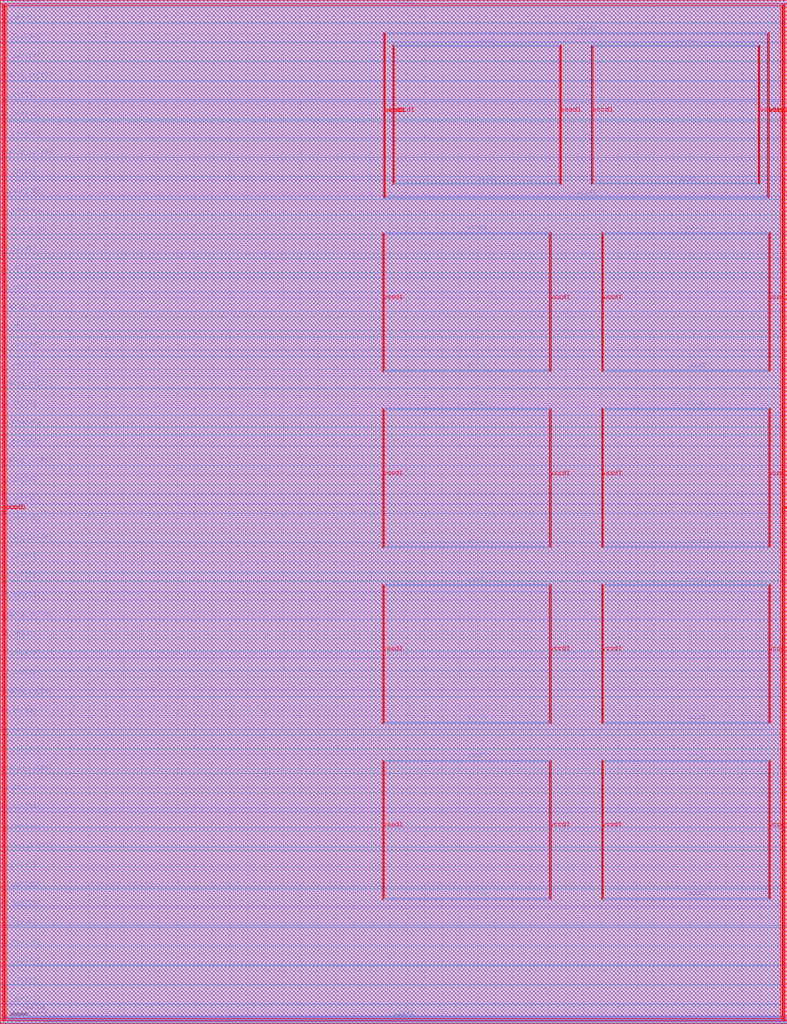
<source format=lef>
##
## LEF for PtnCells ;
## created by Innovus v20.10-p004_1 on Sat Dec 25 01:49:48 2021
##

VERSION 5.7 ;

BUSBITCHARS "[]" ;
DIVIDERCHAR "/" ;

MACRO rest_top
  CLASS BLOCK ;
  SIZE 2225.940000 BY 2895.100000 ;
  FOREIGN rest_top 0.000000 0.000000 ;
  ORIGIN 0 0 ;
  SYMMETRY X Y R90 ;
  PIN wb_clk_i
    DIRECTION INPUT ;
    USE SIGNAL ;
    PORT
      LAYER met2 ;
        RECT 4.430000 0.000000 4.570000 0.490000 ;
    END
  END wb_clk_i
  PIN wb_rst_i
    DIRECTION INPUT ;
    USE SIGNAL ;
    PORT
      LAYER met2 ;
        RECT 2.430000 0.000000 2.570000 0.485000 ;
    END
  END wb_rst_i
  PIN wbs_stb_i
    DIRECTION INPUT ;
    USE SIGNAL ;
    PORT
      LAYER met2 ;
        RECT 469.430000 0.000000 469.570000 0.490000 ;
    END
  END wbs_stb_i
  PIN wbs_cyc_i
    DIRECTION INPUT ;
    USE SIGNAL ;
    PORT
      LAYER met2 ;
        RECT 157.930000 0.000000 158.070000 0.490000 ;
    END
  END wbs_cyc_i
  PIN wbs_we_i
    DIRECTION INPUT ;
    USE SIGNAL ;
    PORT
      LAYER met2 ;
        RECT 473.930000 0.000000 474.070000 0.490000 ;
    END
  END wbs_we_i
  PIN wbs_sel_i[3]
    DIRECTION INPUT ;
    USE SIGNAL ;
    PORT
      LAYER met2 ;
        RECT 464.930000 0.000000 465.070000 0.490000 ;
    END
  END wbs_sel_i[3]
  PIN wbs_sel_i[2]
    DIRECTION INPUT ;
    USE SIGNAL ;
    PORT
      LAYER met2 ;
        RECT 460.430000 0.000000 460.570000 0.490000 ;
    END
  END wbs_sel_i[2]
  PIN wbs_sel_i[1]
    DIRECTION INPUT ;
    USE SIGNAL ;
    PORT
      LAYER met2 ;
        RECT 455.930000 0.000000 456.070000 0.490000 ;
    END
  END wbs_sel_i[1]
  PIN wbs_sel_i[0]
    DIRECTION INPUT ;
    USE SIGNAL ;
    PORT
      LAYER met2 ;
        RECT 451.430000 0.000000 451.570000 0.490000 ;
    END
  END wbs_sel_i[0]
  PIN wbs_dat_i[31]
    DIRECTION INPUT ;
    USE SIGNAL ;
    PORT
      LAYER met2 ;
        RECT 302.430000 0.000000 302.570000 0.490000 ;
    END
  END wbs_dat_i[31]
  PIN wbs_dat_i[30]
    DIRECTION INPUT ;
    USE SIGNAL ;
    PORT
      LAYER met2 ;
        RECT 297.830000 0.000000 297.970000 0.490000 ;
    END
  END wbs_dat_i[30]
  PIN wbs_dat_i[29]
    DIRECTION INPUT ;
    USE SIGNAL ;
    PORT
      LAYER met2 ;
        RECT 293.330000 0.000000 293.470000 0.490000 ;
    END
  END wbs_dat_i[29]
  PIN wbs_dat_i[28]
    DIRECTION INPUT ;
    USE SIGNAL ;
    PORT
      LAYER met2 ;
        RECT 288.830000 0.000000 288.970000 0.490000 ;
    END
  END wbs_dat_i[28]
  PIN wbs_dat_i[27]
    DIRECTION INPUT ;
    USE SIGNAL ;
    PORT
      LAYER met2 ;
        RECT 284.330000 0.000000 284.470000 0.490000 ;
    END
  END wbs_dat_i[27]
  PIN wbs_dat_i[26]
    DIRECTION INPUT ;
    USE SIGNAL ;
    PORT
      LAYER met2 ;
        RECT 279.830000 0.000000 279.970000 0.490000 ;
    END
  END wbs_dat_i[26]
  PIN wbs_dat_i[25]
    DIRECTION INPUT ;
    USE SIGNAL ;
    PORT
      LAYER met2 ;
        RECT 275.330000 0.000000 275.470000 0.490000 ;
    END
  END wbs_dat_i[25]
  PIN wbs_dat_i[24]
    DIRECTION INPUT ;
    USE SIGNAL ;
    PORT
      LAYER met2 ;
        RECT 270.830000 0.000000 270.970000 0.490000 ;
    END
  END wbs_dat_i[24]
  PIN wbs_dat_i[23]
    DIRECTION INPUT ;
    USE SIGNAL ;
    PORT
      LAYER met2 ;
        RECT 266.230000 0.000000 266.370000 0.490000 ;
    END
  END wbs_dat_i[23]
  PIN wbs_dat_i[22]
    DIRECTION INPUT ;
    USE SIGNAL ;
    PORT
      LAYER met2 ;
        RECT 261.730000 0.000000 261.870000 0.490000 ;
    END
  END wbs_dat_i[22]
  PIN wbs_dat_i[21]
    DIRECTION INPUT ;
    USE SIGNAL ;
    PORT
      LAYER met2 ;
        RECT 257.230000 0.000000 257.370000 0.490000 ;
    END
  END wbs_dat_i[21]
  PIN wbs_dat_i[20]
    DIRECTION INPUT ;
    USE SIGNAL ;
    PORT
      LAYER met2 ;
        RECT 252.730000 0.000000 252.870000 0.490000 ;
    END
  END wbs_dat_i[20]
  PIN wbs_dat_i[19]
    DIRECTION INPUT ;
    USE SIGNAL ;
    PORT
      LAYER met2 ;
        RECT 248.230000 0.000000 248.370000 0.490000 ;
    END
  END wbs_dat_i[19]
  PIN wbs_dat_i[18]
    DIRECTION INPUT ;
    USE SIGNAL ;
    PORT
      LAYER met2 ;
        RECT 243.730000 0.000000 243.870000 0.490000 ;
    END
  END wbs_dat_i[18]
  PIN wbs_dat_i[17]
    DIRECTION INPUT ;
    USE SIGNAL ;
    PORT
      LAYER met2 ;
        RECT 239.130000 0.000000 239.270000 0.490000 ;
    END
  END wbs_dat_i[17]
  PIN wbs_dat_i[16]
    DIRECTION INPUT ;
    USE SIGNAL ;
    PORT
      LAYER met2 ;
        RECT 234.630000 0.000000 234.770000 0.490000 ;
    END
  END wbs_dat_i[16]
  PIN wbs_dat_i[15]
    DIRECTION INPUT ;
    USE SIGNAL ;
    PORT
      LAYER met2 ;
        RECT 230.130000 0.000000 230.270000 0.490000 ;
    END
  END wbs_dat_i[15]
  PIN wbs_dat_i[14]
    DIRECTION INPUT ;
    USE SIGNAL ;
    PORT
      LAYER met2 ;
        RECT 225.630000 0.000000 225.770000 0.490000 ;
    END
  END wbs_dat_i[14]
  PIN wbs_dat_i[13]
    DIRECTION INPUT ;
    USE SIGNAL ;
    PORT
      LAYER met2 ;
        RECT 221.130000 0.000000 221.270000 0.490000 ;
    END
  END wbs_dat_i[13]
  PIN wbs_dat_i[12]
    DIRECTION INPUT ;
    USE SIGNAL ;
    PORT
      LAYER met2 ;
        RECT 216.630000 0.000000 216.770000 0.490000 ;
    END
  END wbs_dat_i[12]
  PIN wbs_dat_i[11]
    DIRECTION INPUT ;
    USE SIGNAL ;
    PORT
      LAYER met2 ;
        RECT 212.130000 0.000000 212.270000 0.490000 ;
    END
  END wbs_dat_i[11]
  PIN wbs_dat_i[10]
    DIRECTION INPUT ;
    USE SIGNAL ;
    PORT
      LAYER met2 ;
        RECT 207.530000 0.000000 207.670000 0.490000 ;
    END
  END wbs_dat_i[10]
  PIN wbs_dat_i[9]
    DIRECTION INPUT ;
    USE SIGNAL ;
    PORT
      LAYER met2 ;
        RECT 203.030000 0.000000 203.170000 0.490000 ;
    END
  END wbs_dat_i[9]
  PIN wbs_dat_i[8]
    DIRECTION INPUT ;
    USE SIGNAL ;
    PORT
      LAYER met2 ;
        RECT 198.530000 0.000000 198.670000 0.490000 ;
    END
  END wbs_dat_i[8]
  PIN wbs_dat_i[7]
    DIRECTION INPUT ;
    USE SIGNAL ;
    PORT
      LAYER met2 ;
        RECT 194.030000 0.000000 194.170000 0.490000 ;
    END
  END wbs_dat_i[7]
  PIN wbs_dat_i[6]
    DIRECTION INPUT ;
    USE SIGNAL ;
    PORT
      LAYER met2 ;
        RECT 189.530000 0.000000 189.670000 0.490000 ;
    END
  END wbs_dat_i[6]
  PIN wbs_dat_i[5]
    DIRECTION INPUT ;
    USE SIGNAL ;
    PORT
      LAYER met2 ;
        RECT 185.030000 0.000000 185.170000 0.490000 ;
    END
  END wbs_dat_i[5]
  PIN wbs_dat_i[4]
    DIRECTION INPUT ;
    USE SIGNAL ;
    PORT
      LAYER met2 ;
        RECT 180.530000 0.000000 180.670000 0.490000 ;
    END
  END wbs_dat_i[4]
  PIN wbs_dat_i[3]
    DIRECTION INPUT ;
    USE SIGNAL ;
    PORT
      LAYER met2 ;
        RECT 175.930000 0.000000 176.070000 0.490000 ;
    END
  END wbs_dat_i[3]
  PIN wbs_dat_i[2]
    DIRECTION INPUT ;
    USE SIGNAL ;
    PORT
      LAYER met2 ;
        RECT 171.430000 0.000000 171.570000 0.490000 ;
    END
  END wbs_dat_i[2]
  PIN wbs_dat_i[1]
    DIRECTION INPUT ;
    USE SIGNAL ;
    PORT
      LAYER met2 ;
        RECT 166.930000 0.000000 167.070000 0.490000 ;
    END
  END wbs_dat_i[1]
  PIN wbs_dat_i[0]
    DIRECTION INPUT ;
    USE SIGNAL ;
    PORT
      LAYER met2 ;
        RECT 162.430000 0.000000 162.570000 0.490000 ;
    END
  END wbs_dat_i[0]
  PIN wbs_adr_i[31]
    DIRECTION INPUT ;
    USE SIGNAL ;
    PORT
      LAYER met2 ;
        RECT 153.430000 0.000000 153.570000 0.490000 ;
    END
  END wbs_adr_i[31]
  PIN wbs_adr_i[30]
    DIRECTION INPUT ;
    USE SIGNAL ;
    PORT
      LAYER met2 ;
        RECT 148.830000 0.000000 148.970000 0.490000 ;
    END
  END wbs_adr_i[30]
  PIN wbs_adr_i[29]
    DIRECTION INPUT ;
    USE SIGNAL ;
    PORT
      LAYER met2 ;
        RECT 144.330000 0.000000 144.470000 0.490000 ;
    END
  END wbs_adr_i[29]
  PIN wbs_adr_i[28]
    DIRECTION INPUT ;
    USE SIGNAL ;
    PORT
      LAYER met2 ;
        RECT 139.830000 0.000000 139.970000 0.490000 ;
    END
  END wbs_adr_i[28]
  PIN wbs_adr_i[27]
    DIRECTION INPUT ;
    USE SIGNAL ;
    PORT
      LAYER met2 ;
        RECT 135.330000 0.000000 135.470000 0.490000 ;
    END
  END wbs_adr_i[27]
  PIN wbs_adr_i[26]
    DIRECTION INPUT ;
    USE SIGNAL ;
    PORT
      LAYER met2 ;
        RECT 130.830000 0.000000 130.970000 0.490000 ;
    END
  END wbs_adr_i[26]
  PIN wbs_adr_i[25]
    DIRECTION INPUT ;
    USE SIGNAL ;
    PORT
      LAYER met2 ;
        RECT 126.330000 0.000000 126.470000 0.490000 ;
    END
  END wbs_adr_i[25]
  PIN wbs_adr_i[24]
    DIRECTION INPUT ;
    USE SIGNAL ;
    PORT
      LAYER met2 ;
        RECT 121.830000 0.000000 121.970000 0.490000 ;
    END
  END wbs_adr_i[24]
  PIN wbs_adr_i[23]
    DIRECTION INPUT ;
    USE SIGNAL ;
    PORT
      LAYER met2 ;
        RECT 117.230000 0.000000 117.370000 0.490000 ;
    END
  END wbs_adr_i[23]
  PIN wbs_adr_i[22]
    DIRECTION INPUT ;
    USE SIGNAL ;
    PORT
      LAYER met2 ;
        RECT 112.730000 0.000000 112.870000 0.490000 ;
    END
  END wbs_adr_i[22]
  PIN wbs_adr_i[21]
    DIRECTION INPUT ;
    USE SIGNAL ;
    PORT
      LAYER met2 ;
        RECT 108.230000 0.000000 108.370000 0.490000 ;
    END
  END wbs_adr_i[21]
  PIN wbs_adr_i[20]
    DIRECTION INPUT ;
    USE SIGNAL ;
    PORT
      LAYER met2 ;
        RECT 103.730000 0.000000 103.870000 0.490000 ;
    END
  END wbs_adr_i[20]
  PIN wbs_adr_i[19]
    DIRECTION INPUT ;
    USE SIGNAL ;
    PORT
      LAYER met2 ;
        RECT 99.230000 0.000000 99.370000 0.490000 ;
    END
  END wbs_adr_i[19]
  PIN wbs_adr_i[18]
    DIRECTION INPUT ;
    USE SIGNAL ;
    PORT
      LAYER met2 ;
        RECT 94.730000 0.000000 94.870000 0.490000 ;
    END
  END wbs_adr_i[18]
  PIN wbs_adr_i[17]
    DIRECTION INPUT ;
    USE SIGNAL ;
    PORT
      LAYER met2 ;
        RECT 90.230000 0.000000 90.370000 0.490000 ;
    END
  END wbs_adr_i[17]
  PIN wbs_adr_i[16]
    DIRECTION INPUT ;
    USE SIGNAL ;
    PORT
      LAYER met2 ;
        RECT 85.630000 0.000000 85.770000 0.490000 ;
    END
  END wbs_adr_i[16]
  PIN wbs_adr_i[15]
    DIRECTION INPUT ;
    USE SIGNAL ;
    PORT
      LAYER met2 ;
        RECT 81.130000 0.000000 81.270000 0.490000 ;
    END
  END wbs_adr_i[15]
  PIN wbs_adr_i[14]
    DIRECTION INPUT ;
    USE SIGNAL ;
    PORT
      LAYER met2 ;
        RECT 76.630000 0.000000 76.770000 0.490000 ;
    END
  END wbs_adr_i[14]
  PIN wbs_adr_i[13]
    DIRECTION INPUT ;
    USE SIGNAL ;
    PORT
      LAYER met2 ;
        RECT 72.130000 0.000000 72.270000 0.490000 ;
    END
  END wbs_adr_i[13]
  PIN wbs_adr_i[12]
    DIRECTION INPUT ;
    USE SIGNAL ;
    PORT
      LAYER met2 ;
        RECT 67.630000 0.000000 67.770000 0.490000 ;
    END
  END wbs_adr_i[12]
  PIN wbs_adr_i[11]
    DIRECTION INPUT ;
    USE SIGNAL ;
    PORT
      LAYER met2 ;
        RECT 63.130000 0.000000 63.270000 0.490000 ;
    END
  END wbs_adr_i[11]
  PIN wbs_adr_i[10]
    DIRECTION INPUT ;
    USE SIGNAL ;
    PORT
      LAYER met2 ;
        RECT 58.530000 0.000000 58.670000 0.490000 ;
    END
  END wbs_adr_i[10]
  PIN wbs_adr_i[9]
    DIRECTION INPUT ;
    USE SIGNAL ;
    PORT
      LAYER met2 ;
        RECT 54.030000 0.000000 54.170000 0.490000 ;
    END
  END wbs_adr_i[9]
  PIN wbs_adr_i[8]
    DIRECTION INPUT ;
    USE SIGNAL ;
    PORT
      LAYER met2 ;
        RECT 49.530000 0.000000 49.670000 0.490000 ;
    END
  END wbs_adr_i[8]
  PIN wbs_adr_i[7]
    DIRECTION INPUT ;
    USE SIGNAL ;
    PORT
      LAYER met2 ;
        RECT 45.030000 0.000000 45.170000 0.490000 ;
    END
  END wbs_adr_i[7]
  PIN wbs_adr_i[6]
    DIRECTION INPUT ;
    USE SIGNAL ;
    PORT
      LAYER met2 ;
        RECT 40.530000 0.000000 40.670000 0.490000 ;
    END
  END wbs_adr_i[6]
  PIN wbs_adr_i[5]
    DIRECTION INPUT ;
    USE SIGNAL ;
    PORT
      LAYER met2 ;
        RECT 36.030000 0.000000 36.170000 0.490000 ;
    END
  END wbs_adr_i[5]
  PIN wbs_adr_i[4]
    DIRECTION INPUT ;
    USE SIGNAL ;
    PORT
      LAYER met2 ;
        RECT 31.530000 0.000000 31.670000 0.490000 ;
    END
  END wbs_adr_i[4]
  PIN wbs_adr_i[3]
    DIRECTION INPUT ;
    USE SIGNAL ;
    PORT
      LAYER met2 ;
        RECT 26.930000 0.000000 27.070000 0.490000 ;
    END
  END wbs_adr_i[3]
  PIN wbs_adr_i[2]
    DIRECTION INPUT ;
    USE SIGNAL ;
    PORT
      LAYER met2 ;
        RECT 22.430000 0.000000 22.570000 0.490000 ;
    END
  END wbs_adr_i[2]
  PIN wbs_adr_i[1]
    DIRECTION INPUT ;
    USE SIGNAL ;
    PORT
      LAYER met2 ;
        RECT 17.930000 0.000000 18.070000 0.490000 ;
    END
  END wbs_adr_i[1]
  PIN wbs_adr_i[0]
    DIRECTION INPUT ;
    USE SIGNAL ;
    PORT
      LAYER met2 ;
        RECT 13.430000 0.000000 13.570000 0.490000 ;
    END
  END wbs_adr_i[0]
  PIN wbs_ack_o
    DIRECTION OUTPUT ;
    USE SIGNAL ;
    PORT
      LAYER met2 ;
        RECT 8.930000 0.000000 9.070000 0.490000 ;
    END
  END wbs_ack_o
  PIN wbs_dat_o[31]
    DIRECTION OUTPUT ;
    USE SIGNAL ;
    PORT
      LAYER met2 ;
        RECT 446.830000 0.000000 446.970000 0.490000 ;
    END
  END wbs_dat_o[31]
  PIN wbs_dat_o[30]
    DIRECTION OUTPUT ;
    USE SIGNAL ;
    PORT
      LAYER met2 ;
        RECT 442.330000 0.000000 442.470000 0.490000 ;
    END
  END wbs_dat_o[30]
  PIN wbs_dat_o[29]
    DIRECTION OUTPUT ;
    USE SIGNAL ;
    PORT
      LAYER met2 ;
        RECT 437.830000 0.000000 437.970000 0.490000 ;
    END
  END wbs_dat_o[29]
  PIN wbs_dat_o[28]
    DIRECTION OUTPUT ;
    USE SIGNAL ;
    PORT
      LAYER met2 ;
        RECT 433.330000 0.000000 433.470000 0.490000 ;
    END
  END wbs_dat_o[28]
  PIN wbs_dat_o[27]
    DIRECTION OUTPUT ;
    USE SIGNAL ;
    PORT
      LAYER met2 ;
        RECT 428.830000 0.000000 428.970000 0.490000 ;
    END
  END wbs_dat_o[27]
  PIN wbs_dat_o[26]
    DIRECTION OUTPUT ;
    USE SIGNAL ;
    PORT
      LAYER met2 ;
        RECT 424.330000 0.000000 424.470000 0.490000 ;
    END
  END wbs_dat_o[26]
  PIN wbs_dat_o[25]
    DIRECTION OUTPUT ;
    USE SIGNAL ;
    PORT
      LAYER met2 ;
        RECT 419.730000 0.000000 419.870000 0.490000 ;
    END
  END wbs_dat_o[25]
  PIN wbs_dat_o[24]
    DIRECTION OUTPUT ;
    USE SIGNAL ;
    PORT
      LAYER met2 ;
        RECT 415.230000 0.000000 415.370000 0.490000 ;
    END
  END wbs_dat_o[24]
  PIN wbs_dat_o[23]
    DIRECTION OUTPUT ;
    USE SIGNAL ;
    PORT
      LAYER met2 ;
        RECT 410.730000 0.000000 410.870000 0.490000 ;
    END
  END wbs_dat_o[23]
  PIN wbs_dat_o[22]
    DIRECTION OUTPUT ;
    USE SIGNAL ;
    PORT
      LAYER met2 ;
        RECT 406.230000 0.000000 406.370000 0.490000 ;
    END
  END wbs_dat_o[22]
  PIN wbs_dat_o[21]
    DIRECTION OUTPUT ;
    USE SIGNAL ;
    PORT
      LAYER met2 ;
        RECT 401.730000 0.000000 401.870000 0.490000 ;
    END
  END wbs_dat_o[21]
  PIN wbs_dat_o[20]
    DIRECTION OUTPUT ;
    USE SIGNAL ;
    PORT
      LAYER met2 ;
        RECT 397.230000 0.000000 397.370000 0.490000 ;
    END
  END wbs_dat_o[20]
  PIN wbs_dat_o[19]
    DIRECTION OUTPUT ;
    USE SIGNAL ;
    PORT
      LAYER met2 ;
        RECT 392.730000 0.000000 392.870000 0.490000 ;
    END
  END wbs_dat_o[19]
  PIN wbs_dat_o[18]
    DIRECTION OUTPUT ;
    USE SIGNAL ;
    PORT
      LAYER met2 ;
        RECT 388.130000 0.000000 388.270000 0.490000 ;
    END
  END wbs_dat_o[18]
  PIN wbs_dat_o[17]
    DIRECTION OUTPUT ;
    USE SIGNAL ;
    PORT
      LAYER met2 ;
        RECT 383.630000 0.000000 383.770000 0.490000 ;
    END
  END wbs_dat_o[17]
  PIN wbs_dat_o[16]
    DIRECTION OUTPUT ;
    USE SIGNAL ;
    PORT
      LAYER met2 ;
        RECT 379.130000 0.000000 379.270000 0.490000 ;
    END
  END wbs_dat_o[16]
  PIN wbs_dat_o[15]
    DIRECTION OUTPUT ;
    USE SIGNAL ;
    PORT
      LAYER met2 ;
        RECT 374.630000 0.000000 374.770000 0.490000 ;
    END
  END wbs_dat_o[15]
  PIN wbs_dat_o[14]
    DIRECTION OUTPUT ;
    USE SIGNAL ;
    PORT
      LAYER met2 ;
        RECT 370.130000 0.000000 370.270000 0.490000 ;
    END
  END wbs_dat_o[14]
  PIN wbs_dat_o[13]
    DIRECTION OUTPUT ;
    USE SIGNAL ;
    PORT
      LAYER met2 ;
        RECT 365.630000 0.000000 365.770000 0.490000 ;
    END
  END wbs_dat_o[13]
  PIN wbs_dat_o[12]
    DIRECTION OUTPUT ;
    USE SIGNAL ;
    PORT
      LAYER met2 ;
        RECT 361.130000 0.000000 361.270000 0.490000 ;
    END
  END wbs_dat_o[12]
  PIN wbs_dat_o[11]
    DIRECTION OUTPUT ;
    USE SIGNAL ;
    PORT
      LAYER met2 ;
        RECT 356.530000 0.000000 356.670000 0.490000 ;
    END
  END wbs_dat_o[11]
  PIN wbs_dat_o[10]
    DIRECTION OUTPUT ;
    USE SIGNAL ;
    PORT
      LAYER met2 ;
        RECT 352.030000 0.000000 352.170000 0.490000 ;
    END
  END wbs_dat_o[10]
  PIN wbs_dat_o[9]
    DIRECTION OUTPUT ;
    USE SIGNAL ;
    PORT
      LAYER met2 ;
        RECT 347.530000 0.000000 347.670000 0.490000 ;
    END
  END wbs_dat_o[9]
  PIN wbs_dat_o[8]
    DIRECTION OUTPUT ;
    USE SIGNAL ;
    PORT
      LAYER met2 ;
        RECT 343.030000 0.000000 343.170000 0.490000 ;
    END
  END wbs_dat_o[8]
  PIN wbs_dat_o[7]
    DIRECTION OUTPUT ;
    USE SIGNAL ;
    PORT
      LAYER met2 ;
        RECT 338.530000 0.000000 338.670000 0.490000 ;
    END
  END wbs_dat_o[7]
  PIN wbs_dat_o[6]
    DIRECTION OUTPUT ;
    USE SIGNAL ;
    PORT
      LAYER met2 ;
        RECT 334.030000 0.000000 334.170000 0.490000 ;
    END
  END wbs_dat_o[6]
  PIN wbs_dat_o[5]
    DIRECTION OUTPUT ;
    USE SIGNAL ;
    PORT
      LAYER met2 ;
        RECT 329.430000 0.000000 329.570000 0.490000 ;
    END
  END wbs_dat_o[5]
  PIN wbs_dat_o[4]
    DIRECTION OUTPUT ;
    USE SIGNAL ;
    PORT
      LAYER met2 ;
        RECT 324.930000 0.000000 325.070000 0.490000 ;
    END
  END wbs_dat_o[4]
  PIN wbs_dat_o[3]
    DIRECTION OUTPUT ;
    USE SIGNAL ;
    PORT
      LAYER met2 ;
        RECT 320.430000 0.000000 320.570000 0.490000 ;
    END
  END wbs_dat_o[3]
  PIN wbs_dat_o[2]
    DIRECTION OUTPUT ;
    USE SIGNAL ;
    PORT
      LAYER met2 ;
        RECT 315.930000 0.000000 316.070000 0.490000 ;
    END
  END wbs_dat_o[2]
  PIN wbs_dat_o[1]
    DIRECTION OUTPUT ;
    USE SIGNAL ;
    PORT
      LAYER met2 ;
        RECT 311.430000 0.000000 311.570000 0.490000 ;
    END
  END wbs_dat_o[1]
  PIN wbs_dat_o[0]
    DIRECTION OUTPUT ;
    USE SIGNAL ;
    PORT
      LAYER met2 ;
        RECT 306.930000 0.000000 307.070000 0.490000 ;
    END
  END wbs_dat_o[0]
  PIN la_data_in[127]
    DIRECTION INPUT ;
    USE SIGNAL ;
    PORT
      LAYER met2 ;
        RECT 1051.830000 0.000000 1051.970000 0.490000 ;
    END
  END la_data_in[127]
  PIN la_data_in[126]
    DIRECTION INPUT ;
    USE SIGNAL ;
    PORT
      LAYER met2 ;
        RECT 1047.330000 0.000000 1047.470000 0.490000 ;
    END
  END la_data_in[126]
  PIN la_data_in[125]
    DIRECTION INPUT ;
    USE SIGNAL ;
    PORT
      LAYER met2 ;
        RECT 1042.830000 0.000000 1042.970000 0.490000 ;
    END
  END la_data_in[125]
  PIN la_data_in[124]
    DIRECTION INPUT ;
    USE SIGNAL ;
    PORT
      LAYER met2 ;
        RECT 1038.330000 0.000000 1038.470000 0.490000 ;
    END
  END la_data_in[124]
  PIN la_data_in[123]
    DIRECTION INPUT ;
    USE SIGNAL ;
    PORT
      LAYER met2 ;
        RECT 1033.830000 0.000000 1033.970000 0.490000 ;
    END
  END la_data_in[123]
  PIN la_data_in[122]
    DIRECTION INPUT ;
    USE SIGNAL ;
    PORT
      LAYER met2 ;
        RECT 1029.330000 0.000000 1029.470000 0.490000 ;
    END
  END la_data_in[122]
  PIN la_data_in[121]
    DIRECTION INPUT ;
    USE SIGNAL ;
    PORT
      LAYER met2 ;
        RECT 1024.830000 0.000000 1024.970000 0.490000 ;
    END
  END la_data_in[121]
  PIN la_data_in[120]
    DIRECTION INPUT ;
    USE SIGNAL ;
    PORT
      LAYER met2 ;
        RECT 1020.230000 0.000000 1020.370000 0.490000 ;
    END
  END la_data_in[120]
  PIN la_data_in[119]
    DIRECTION INPUT ;
    USE SIGNAL ;
    PORT
      LAYER met2 ;
        RECT 1015.730000 0.000000 1015.870000 0.490000 ;
    END
  END la_data_in[119]
  PIN la_data_in[118]
    DIRECTION INPUT ;
    USE SIGNAL ;
    PORT
      LAYER met2 ;
        RECT 1011.230000 0.000000 1011.370000 0.490000 ;
    END
  END la_data_in[118]
  PIN la_data_in[117]
    DIRECTION INPUT ;
    USE SIGNAL ;
    PORT
      LAYER met2 ;
        RECT 1006.730000 0.000000 1006.870000 0.490000 ;
    END
  END la_data_in[117]
  PIN la_data_in[116]
    DIRECTION INPUT ;
    USE SIGNAL ;
    PORT
      LAYER met2 ;
        RECT 1002.230000 0.000000 1002.370000 0.490000 ;
    END
  END la_data_in[116]
  PIN la_data_in[115]
    DIRECTION INPUT ;
    USE SIGNAL ;
    PORT
      LAYER met2 ;
        RECT 997.730000 0.000000 997.870000 0.490000 ;
    END
  END la_data_in[115]
  PIN la_data_in[114]
    DIRECTION INPUT ;
    USE SIGNAL ;
    PORT
      LAYER met2 ;
        RECT 993.230000 0.000000 993.370000 0.490000 ;
    END
  END la_data_in[114]
  PIN la_data_in[113]
    DIRECTION INPUT ;
    USE SIGNAL ;
    PORT
      LAYER met2 ;
        RECT 988.630000 0.000000 988.770000 0.490000 ;
    END
  END la_data_in[113]
  PIN la_data_in[112]
    DIRECTION INPUT ;
    USE SIGNAL ;
    PORT
      LAYER met2 ;
        RECT 984.130000 0.000000 984.270000 0.490000 ;
    END
  END la_data_in[112]
  PIN la_data_in[111]
    DIRECTION INPUT ;
    USE SIGNAL ;
    PORT
      LAYER met2 ;
        RECT 979.630000 0.000000 979.770000 0.490000 ;
    END
  END la_data_in[111]
  PIN la_data_in[110]
    DIRECTION INPUT ;
    USE SIGNAL ;
    PORT
      LAYER met2 ;
        RECT 975.130000 0.000000 975.270000 0.490000 ;
    END
  END la_data_in[110]
  PIN la_data_in[109]
    DIRECTION INPUT ;
    USE SIGNAL ;
    PORT
      LAYER met2 ;
        RECT 970.630000 0.000000 970.770000 0.490000 ;
    END
  END la_data_in[109]
  PIN la_data_in[108]
    DIRECTION INPUT ;
    USE SIGNAL ;
    PORT
      LAYER met2 ;
        RECT 966.130000 0.000000 966.270000 0.490000 ;
    END
  END la_data_in[108]
  PIN la_data_in[107]
    DIRECTION INPUT ;
    USE SIGNAL ;
    PORT
      LAYER met2 ;
        RECT 961.530000 0.000000 961.670000 0.490000 ;
    END
  END la_data_in[107]
  PIN la_data_in[106]
    DIRECTION INPUT ;
    USE SIGNAL ;
    PORT
      LAYER met2 ;
        RECT 957.030000 0.000000 957.170000 0.490000 ;
    END
  END la_data_in[106]
  PIN la_data_in[105]
    DIRECTION INPUT ;
    USE SIGNAL ;
    PORT
      LAYER met2 ;
        RECT 952.530000 0.000000 952.670000 0.490000 ;
    END
  END la_data_in[105]
  PIN la_data_in[104]
    DIRECTION INPUT ;
    USE SIGNAL ;
    PORT
      LAYER met2 ;
        RECT 948.030000 0.000000 948.170000 0.490000 ;
    END
  END la_data_in[104]
  PIN la_data_in[103]
    DIRECTION INPUT ;
    USE SIGNAL ;
    PORT
      LAYER met2 ;
        RECT 943.530000 0.000000 943.670000 0.490000 ;
    END
  END la_data_in[103]
  PIN la_data_in[102]
    DIRECTION INPUT ;
    USE SIGNAL ;
    PORT
      LAYER met2 ;
        RECT 939.030000 0.000000 939.170000 0.490000 ;
    END
  END la_data_in[102]
  PIN la_data_in[101]
    DIRECTION INPUT ;
    USE SIGNAL ;
    PORT
      LAYER met2 ;
        RECT 934.530000 0.000000 934.670000 0.490000 ;
    END
  END la_data_in[101]
  PIN la_data_in[100]
    DIRECTION INPUT ;
    USE SIGNAL ;
    PORT
      LAYER met2 ;
        RECT 929.930000 0.000000 930.070000 0.490000 ;
    END
  END la_data_in[100]
  PIN la_data_in[99]
    DIRECTION INPUT ;
    USE SIGNAL ;
    PORT
      LAYER met2 ;
        RECT 925.430000 0.000000 925.570000 0.490000 ;
    END
  END la_data_in[99]
  PIN la_data_in[98]
    DIRECTION INPUT ;
    USE SIGNAL ;
    PORT
      LAYER met2 ;
        RECT 920.930000 0.000000 921.070000 0.490000 ;
    END
  END la_data_in[98]
  PIN la_data_in[97]
    DIRECTION INPUT ;
    USE SIGNAL ;
    PORT
      LAYER met2 ;
        RECT 916.430000 0.000000 916.570000 0.490000 ;
    END
  END la_data_in[97]
  PIN la_data_in[96]
    DIRECTION INPUT ;
    USE SIGNAL ;
    PORT
      LAYER met2 ;
        RECT 911.930000 0.000000 912.070000 0.490000 ;
    END
  END la_data_in[96]
  PIN la_data_in[95]
    DIRECTION INPUT ;
    USE SIGNAL ;
    PORT
      LAYER met2 ;
        RECT 907.430000 0.000000 907.570000 0.490000 ;
    END
  END la_data_in[95]
  PIN la_data_in[94]
    DIRECTION INPUT ;
    USE SIGNAL ;
    PORT
      LAYER met2 ;
        RECT 902.930000 0.000000 903.070000 0.490000 ;
    END
  END la_data_in[94]
  PIN la_data_in[93]
    DIRECTION INPUT ;
    USE SIGNAL ;
    PORT
      LAYER met2 ;
        RECT 898.330000 0.000000 898.470000 0.490000 ;
    END
  END la_data_in[93]
  PIN la_data_in[92]
    DIRECTION INPUT ;
    USE SIGNAL ;
    PORT
      LAYER met2 ;
        RECT 893.830000 0.000000 893.970000 0.490000 ;
    END
  END la_data_in[92]
  PIN la_data_in[91]
    DIRECTION INPUT ;
    USE SIGNAL ;
    PORT
      LAYER met2 ;
        RECT 889.330000 0.000000 889.470000 0.490000 ;
    END
  END la_data_in[91]
  PIN la_data_in[90]
    DIRECTION INPUT ;
    USE SIGNAL ;
    PORT
      LAYER met2 ;
        RECT 884.830000 0.000000 884.970000 0.490000 ;
    END
  END la_data_in[90]
  PIN la_data_in[89]
    DIRECTION INPUT ;
    USE SIGNAL ;
    PORT
      LAYER met2 ;
        RECT 880.330000 0.000000 880.470000 0.490000 ;
    END
  END la_data_in[89]
  PIN la_data_in[88]
    DIRECTION INPUT ;
    USE SIGNAL ;
    PORT
      LAYER met2 ;
        RECT 875.830000 0.000000 875.970000 0.490000 ;
    END
  END la_data_in[88]
  PIN la_data_in[87]
    DIRECTION INPUT ;
    USE SIGNAL ;
    PORT
      LAYER met2 ;
        RECT 871.230000 0.000000 871.370000 0.490000 ;
    END
  END la_data_in[87]
  PIN la_data_in[86]
    DIRECTION INPUT ;
    USE SIGNAL ;
    PORT
      LAYER met2 ;
        RECT 866.730000 0.000000 866.870000 0.490000 ;
    END
  END la_data_in[86]
  PIN la_data_in[85]
    DIRECTION INPUT ;
    USE SIGNAL ;
    PORT
      LAYER met2 ;
        RECT 862.230000 0.000000 862.370000 0.490000 ;
    END
  END la_data_in[85]
  PIN la_data_in[84]
    DIRECTION INPUT ;
    USE SIGNAL ;
    PORT
      LAYER met2 ;
        RECT 857.730000 0.000000 857.870000 0.490000 ;
    END
  END la_data_in[84]
  PIN la_data_in[83]
    DIRECTION INPUT ;
    USE SIGNAL ;
    PORT
      LAYER met2 ;
        RECT 853.230000 0.000000 853.370000 0.490000 ;
    END
  END la_data_in[83]
  PIN la_data_in[82]
    DIRECTION INPUT ;
    USE SIGNAL ;
    PORT
      LAYER met2 ;
        RECT 848.730000 0.000000 848.870000 0.490000 ;
    END
  END la_data_in[82]
  PIN la_data_in[81]
    DIRECTION INPUT ;
    USE SIGNAL ;
    PORT
      LAYER met2 ;
        RECT 844.230000 0.000000 844.370000 0.490000 ;
    END
  END la_data_in[81]
  PIN la_data_in[80]
    DIRECTION INPUT ;
    USE SIGNAL ;
    PORT
      LAYER met2 ;
        RECT 839.630000 0.000000 839.770000 0.490000 ;
    END
  END la_data_in[80]
  PIN la_data_in[79]
    DIRECTION INPUT ;
    USE SIGNAL ;
    PORT
      LAYER met2 ;
        RECT 835.130000 0.000000 835.270000 0.490000 ;
    END
  END la_data_in[79]
  PIN la_data_in[78]
    DIRECTION INPUT ;
    USE SIGNAL ;
    PORT
      LAYER met2 ;
        RECT 830.630000 0.000000 830.770000 0.490000 ;
    END
  END la_data_in[78]
  PIN la_data_in[77]
    DIRECTION INPUT ;
    USE SIGNAL ;
    PORT
      LAYER met2 ;
        RECT 826.130000 0.000000 826.270000 0.490000 ;
    END
  END la_data_in[77]
  PIN la_data_in[76]
    DIRECTION INPUT ;
    USE SIGNAL ;
    PORT
      LAYER met2 ;
        RECT 821.630000 0.000000 821.770000 0.490000 ;
    END
  END la_data_in[76]
  PIN la_data_in[75]
    DIRECTION INPUT ;
    USE SIGNAL ;
    PORT
      LAYER met2 ;
        RECT 817.130000 0.000000 817.270000 0.490000 ;
    END
  END la_data_in[75]
  PIN la_data_in[74]
    DIRECTION INPUT ;
    USE SIGNAL ;
    PORT
      LAYER met2 ;
        RECT 812.630000 0.000000 812.770000 0.490000 ;
    END
  END la_data_in[74]
  PIN la_data_in[73]
    DIRECTION INPUT ;
    USE SIGNAL ;
    PORT
      LAYER met2 ;
        RECT 808.030000 0.000000 808.170000 0.490000 ;
    END
  END la_data_in[73]
  PIN la_data_in[72]
    DIRECTION INPUT ;
    USE SIGNAL ;
    PORT
      LAYER met2 ;
        RECT 803.530000 0.000000 803.670000 0.490000 ;
    END
  END la_data_in[72]
  PIN la_data_in[71]
    DIRECTION INPUT ;
    USE SIGNAL ;
    PORT
      LAYER met2 ;
        RECT 799.030000 0.000000 799.170000 0.490000 ;
    END
  END la_data_in[71]
  PIN la_data_in[70]
    DIRECTION INPUT ;
    USE SIGNAL ;
    PORT
      LAYER met2 ;
        RECT 794.530000 0.000000 794.670000 0.490000 ;
    END
  END la_data_in[70]
  PIN la_data_in[69]
    DIRECTION INPUT ;
    USE SIGNAL ;
    PORT
      LAYER met2 ;
        RECT 790.030000 0.000000 790.170000 0.490000 ;
    END
  END la_data_in[69]
  PIN la_data_in[68]
    DIRECTION INPUT ;
    USE SIGNAL ;
    PORT
      LAYER met2 ;
        RECT 785.530000 0.000000 785.670000 0.490000 ;
    END
  END la_data_in[68]
  PIN la_data_in[67]
    DIRECTION INPUT ;
    USE SIGNAL ;
    PORT
      LAYER met2 ;
        RECT 780.930000 0.000000 781.070000 0.490000 ;
    END
  END la_data_in[67]
  PIN la_data_in[66]
    DIRECTION INPUT ;
    USE SIGNAL ;
    PORT
      LAYER met2 ;
        RECT 776.430000 0.000000 776.570000 0.490000 ;
    END
  END la_data_in[66]
  PIN la_data_in[65]
    DIRECTION INPUT ;
    USE SIGNAL ;
    PORT
      LAYER met2 ;
        RECT 771.930000 0.000000 772.070000 0.490000 ;
    END
  END la_data_in[65]
  PIN la_data_in[64]
    DIRECTION INPUT ;
    USE SIGNAL ;
    PORT
      LAYER met2 ;
        RECT 767.430000 0.000000 767.570000 0.490000 ;
    END
  END la_data_in[64]
  PIN la_data_in[63]
    DIRECTION INPUT ;
    USE SIGNAL ;
    PORT
      LAYER met2 ;
        RECT 762.930000 0.000000 763.070000 0.490000 ;
    END
  END la_data_in[63]
  PIN la_data_in[62]
    DIRECTION INPUT ;
    USE SIGNAL ;
    PORT
      LAYER met2 ;
        RECT 758.430000 0.000000 758.570000 0.490000 ;
    END
  END la_data_in[62]
  PIN la_data_in[61]
    DIRECTION INPUT ;
    USE SIGNAL ;
    PORT
      LAYER met2 ;
        RECT 753.930000 0.000000 754.070000 0.490000 ;
    END
  END la_data_in[61]
  PIN la_data_in[60]
    DIRECTION INPUT ;
    USE SIGNAL ;
    PORT
      LAYER met2 ;
        RECT 749.330000 0.000000 749.470000 0.490000 ;
    END
  END la_data_in[60]
  PIN la_data_in[59]
    DIRECTION INPUT ;
    USE SIGNAL ;
    PORT
      LAYER met2 ;
        RECT 744.830000 0.000000 744.970000 0.490000 ;
    END
  END la_data_in[59]
  PIN la_data_in[58]
    DIRECTION INPUT ;
    USE SIGNAL ;
    PORT
      LAYER met2 ;
        RECT 740.330000 0.000000 740.470000 0.490000 ;
    END
  END la_data_in[58]
  PIN la_data_in[57]
    DIRECTION INPUT ;
    USE SIGNAL ;
    PORT
      LAYER met2 ;
        RECT 735.830000 0.000000 735.970000 0.490000 ;
    END
  END la_data_in[57]
  PIN la_data_in[56]
    DIRECTION INPUT ;
    USE SIGNAL ;
    PORT
      LAYER met2 ;
        RECT 731.330000 0.000000 731.470000 0.490000 ;
    END
  END la_data_in[56]
  PIN la_data_in[55]
    DIRECTION INPUT ;
    USE SIGNAL ;
    PORT
      LAYER met2 ;
        RECT 726.830000 0.000000 726.970000 0.490000 ;
    END
  END la_data_in[55]
  PIN la_data_in[54]
    DIRECTION INPUT ;
    USE SIGNAL ;
    PORT
      LAYER met2 ;
        RECT 722.330000 0.000000 722.470000 0.490000 ;
    END
  END la_data_in[54]
  PIN la_data_in[53]
    DIRECTION INPUT ;
    USE SIGNAL ;
    PORT
      LAYER met2 ;
        RECT 717.730000 0.000000 717.870000 0.490000 ;
    END
  END la_data_in[53]
  PIN la_data_in[52]
    DIRECTION INPUT ;
    USE SIGNAL ;
    PORT
      LAYER met2 ;
        RECT 713.230000 0.000000 713.370000 0.490000 ;
    END
  END la_data_in[52]
  PIN la_data_in[51]
    DIRECTION INPUT ;
    USE SIGNAL ;
    PORT
      LAYER met2 ;
        RECT 708.730000 0.000000 708.870000 0.490000 ;
    END
  END la_data_in[51]
  PIN la_data_in[50]
    DIRECTION INPUT ;
    USE SIGNAL ;
    PORT
      LAYER met2 ;
        RECT 704.230000 0.000000 704.370000 0.490000 ;
    END
  END la_data_in[50]
  PIN la_data_in[49]
    DIRECTION INPUT ;
    USE SIGNAL ;
    PORT
      LAYER met2 ;
        RECT 699.730000 0.000000 699.870000 0.490000 ;
    END
  END la_data_in[49]
  PIN la_data_in[48]
    DIRECTION INPUT ;
    USE SIGNAL ;
    PORT
      LAYER met2 ;
        RECT 695.230000 0.000000 695.370000 0.490000 ;
    END
  END la_data_in[48]
  PIN la_data_in[47]
    DIRECTION INPUT ;
    USE SIGNAL ;
    PORT
      LAYER met2 ;
        RECT 690.630000 0.000000 690.770000 0.490000 ;
    END
  END la_data_in[47]
  PIN la_data_in[46]
    DIRECTION INPUT ;
    USE SIGNAL ;
    PORT
      LAYER met2 ;
        RECT 686.130000 0.000000 686.270000 0.490000 ;
    END
  END la_data_in[46]
  PIN la_data_in[45]
    DIRECTION INPUT ;
    USE SIGNAL ;
    PORT
      LAYER met2 ;
        RECT 681.630000 0.000000 681.770000 0.490000 ;
    END
  END la_data_in[45]
  PIN la_data_in[44]
    DIRECTION INPUT ;
    USE SIGNAL ;
    PORT
      LAYER met2 ;
        RECT 677.130000 0.000000 677.270000 0.490000 ;
    END
  END la_data_in[44]
  PIN la_data_in[43]
    DIRECTION INPUT ;
    USE SIGNAL ;
    PORT
      LAYER met2 ;
        RECT 672.630000 0.000000 672.770000 0.490000 ;
    END
  END la_data_in[43]
  PIN la_data_in[42]
    DIRECTION INPUT ;
    USE SIGNAL ;
    PORT
      LAYER met2 ;
        RECT 668.130000 0.000000 668.270000 0.490000 ;
    END
  END la_data_in[42]
  PIN la_data_in[41]
    DIRECTION INPUT ;
    USE SIGNAL ;
    PORT
      LAYER met2 ;
        RECT 663.630000 0.000000 663.770000 0.490000 ;
    END
  END la_data_in[41]
  PIN la_data_in[40]
    DIRECTION INPUT ;
    USE SIGNAL ;
    PORT
      LAYER met2 ;
        RECT 659.030000 0.000000 659.170000 0.490000 ;
    END
  END la_data_in[40]
  PIN la_data_in[39]
    DIRECTION INPUT ;
    USE SIGNAL ;
    PORT
      LAYER met2 ;
        RECT 654.530000 0.000000 654.670000 0.490000 ;
    END
  END la_data_in[39]
  PIN la_data_in[38]
    DIRECTION INPUT ;
    USE SIGNAL ;
    PORT
      LAYER met2 ;
        RECT 650.030000 0.000000 650.170000 0.490000 ;
    END
  END la_data_in[38]
  PIN la_data_in[37]
    DIRECTION INPUT ;
    USE SIGNAL ;
    PORT
      LAYER met2 ;
        RECT 645.530000 0.000000 645.670000 0.490000 ;
    END
  END la_data_in[37]
  PIN la_data_in[36]
    DIRECTION INPUT ;
    USE SIGNAL ;
    PORT
      LAYER met2 ;
        RECT 641.030000 0.000000 641.170000 0.490000 ;
    END
  END la_data_in[36]
  PIN la_data_in[35]
    DIRECTION INPUT ;
    USE SIGNAL ;
    PORT
      LAYER met2 ;
        RECT 636.530000 0.000000 636.670000 0.490000 ;
    END
  END la_data_in[35]
  PIN la_data_in[34]
    DIRECTION INPUT ;
    USE SIGNAL ;
    PORT
      LAYER met2 ;
        RECT 632.030000 0.000000 632.170000 0.490000 ;
    END
  END la_data_in[34]
  PIN la_data_in[33]
    DIRECTION INPUT ;
    USE SIGNAL ;
    PORT
      LAYER met2 ;
        RECT 627.430000 0.000000 627.570000 0.490000 ;
    END
  END la_data_in[33]
  PIN la_data_in[32]
    DIRECTION INPUT ;
    USE SIGNAL ;
    PORT
      LAYER met2 ;
        RECT 622.930000 0.000000 623.070000 0.490000 ;
    END
  END la_data_in[32]
  PIN la_data_in[31]
    DIRECTION INPUT ;
    USE SIGNAL ;
    PORT
      LAYER met2 ;
        RECT 618.430000 0.000000 618.570000 0.490000 ;
    END
  END la_data_in[31]
  PIN la_data_in[30]
    DIRECTION INPUT ;
    USE SIGNAL ;
    PORT
      LAYER met2 ;
        RECT 613.930000 0.000000 614.070000 0.490000 ;
    END
  END la_data_in[30]
  PIN la_data_in[29]
    DIRECTION INPUT ;
    USE SIGNAL ;
    PORT
      LAYER met2 ;
        RECT 609.430000 0.000000 609.570000 0.490000 ;
    END
  END la_data_in[29]
  PIN la_data_in[28]
    DIRECTION INPUT ;
    USE SIGNAL ;
    PORT
      LAYER met2 ;
        RECT 604.930000 0.000000 605.070000 0.490000 ;
    END
  END la_data_in[28]
  PIN la_data_in[27]
    DIRECTION INPUT ;
    USE SIGNAL ;
    PORT
      LAYER met2 ;
        RECT 600.330000 0.000000 600.470000 0.490000 ;
    END
  END la_data_in[27]
  PIN la_data_in[26]
    DIRECTION INPUT ;
    USE SIGNAL ;
    PORT
      LAYER met2 ;
        RECT 595.830000 0.000000 595.970000 0.490000 ;
    END
  END la_data_in[26]
  PIN la_data_in[25]
    DIRECTION INPUT ;
    USE SIGNAL ;
    PORT
      LAYER met2 ;
        RECT 591.330000 0.000000 591.470000 0.490000 ;
    END
  END la_data_in[25]
  PIN la_data_in[24]
    DIRECTION INPUT ;
    USE SIGNAL ;
    PORT
      LAYER met2 ;
        RECT 586.830000 0.000000 586.970000 0.490000 ;
    END
  END la_data_in[24]
  PIN la_data_in[23]
    DIRECTION INPUT ;
    USE SIGNAL ;
    PORT
      LAYER met2 ;
        RECT 582.330000 0.000000 582.470000 0.490000 ;
    END
  END la_data_in[23]
  PIN la_data_in[22]
    DIRECTION INPUT ;
    USE SIGNAL ;
    PORT
      LAYER met2 ;
        RECT 577.830000 0.000000 577.970000 0.490000 ;
    END
  END la_data_in[22]
  PIN la_data_in[21]
    DIRECTION INPUT ;
    USE SIGNAL ;
    PORT
      LAYER met2 ;
        RECT 573.330000 0.000000 573.470000 0.490000 ;
    END
  END la_data_in[21]
  PIN la_data_in[20]
    DIRECTION INPUT ;
    USE SIGNAL ;
    PORT
      LAYER met2 ;
        RECT 568.730000 0.000000 568.870000 0.490000 ;
    END
  END la_data_in[20]
  PIN la_data_in[19]
    DIRECTION INPUT ;
    USE SIGNAL ;
    PORT
      LAYER met2 ;
        RECT 564.230000 0.000000 564.370000 0.490000 ;
    END
  END la_data_in[19]
  PIN la_data_in[18]
    DIRECTION INPUT ;
    USE SIGNAL ;
    PORT
      LAYER met2 ;
        RECT 559.730000 0.000000 559.870000 0.490000 ;
    END
  END la_data_in[18]
  PIN la_data_in[17]
    DIRECTION INPUT ;
    USE SIGNAL ;
    PORT
      LAYER met2 ;
        RECT 555.230000 0.000000 555.370000 0.490000 ;
    END
  END la_data_in[17]
  PIN la_data_in[16]
    DIRECTION INPUT ;
    USE SIGNAL ;
    PORT
      LAYER met2 ;
        RECT 550.730000 0.000000 550.870000 0.490000 ;
    END
  END la_data_in[16]
  PIN la_data_in[15]
    DIRECTION INPUT ;
    USE SIGNAL ;
    PORT
      LAYER met2 ;
        RECT 546.230000 0.000000 546.370000 0.490000 ;
    END
  END la_data_in[15]
  PIN la_data_in[14]
    DIRECTION INPUT ;
    USE SIGNAL ;
    PORT
      LAYER met2 ;
        RECT 541.730000 0.000000 541.870000 0.490000 ;
    END
  END la_data_in[14]
  PIN la_data_in[13]
    DIRECTION INPUT ;
    USE SIGNAL ;
    PORT
      LAYER met2 ;
        RECT 537.130000 0.000000 537.270000 0.490000 ;
    END
  END la_data_in[13]
  PIN la_data_in[12]
    DIRECTION INPUT ;
    USE SIGNAL ;
    PORT
      LAYER met2 ;
        RECT 532.630000 0.000000 532.770000 0.490000 ;
    END
  END la_data_in[12]
  PIN la_data_in[11]
    DIRECTION INPUT ;
    USE SIGNAL ;
    PORT
      LAYER met2 ;
        RECT 528.130000 0.000000 528.270000 0.490000 ;
    END
  END la_data_in[11]
  PIN la_data_in[10]
    DIRECTION INPUT ;
    USE SIGNAL ;
    PORT
      LAYER met2 ;
        RECT 523.630000 0.000000 523.770000 0.490000 ;
    END
  END la_data_in[10]
  PIN la_data_in[9]
    DIRECTION INPUT ;
    USE SIGNAL ;
    PORT
      LAYER met2 ;
        RECT 519.130000 0.000000 519.270000 0.490000 ;
    END
  END la_data_in[9]
  PIN la_data_in[8]
    DIRECTION INPUT ;
    USE SIGNAL ;
    PORT
      LAYER met2 ;
        RECT 514.630000 0.000000 514.770000 0.490000 ;
    END
  END la_data_in[8]
  PIN la_data_in[7]
    DIRECTION INPUT ;
    USE SIGNAL ;
    PORT
      LAYER met2 ;
        RECT 510.030000 0.000000 510.170000 0.490000 ;
    END
  END la_data_in[7]
  PIN la_data_in[6]
    DIRECTION INPUT ;
    USE SIGNAL ;
    PORT
      LAYER met2 ;
        RECT 505.530000 0.000000 505.670000 0.490000 ;
    END
  END la_data_in[6]
  PIN la_data_in[5]
    DIRECTION INPUT ;
    USE SIGNAL ;
    PORT
      LAYER met2 ;
        RECT 501.030000 0.000000 501.170000 0.490000 ;
    END
  END la_data_in[5]
  PIN la_data_in[4]
    DIRECTION INPUT ;
    USE SIGNAL ;
    PORT
      LAYER met2 ;
        RECT 496.530000 0.000000 496.670000 0.490000 ;
    END
  END la_data_in[4]
  PIN la_data_in[3]
    DIRECTION INPUT ;
    USE SIGNAL ;
    PORT
      LAYER met2 ;
        RECT 492.030000 0.000000 492.170000 0.490000 ;
    END
  END la_data_in[3]
  PIN la_data_in[2]
    DIRECTION INPUT ;
    USE SIGNAL ;
    PORT
      LAYER met2 ;
        RECT 487.530000 0.000000 487.670000 0.490000 ;
    END
  END la_data_in[2]
  PIN la_data_in[1]
    DIRECTION INPUT ;
    USE SIGNAL ;
    PORT
      LAYER met2 ;
        RECT 483.030000 0.000000 483.170000 0.490000 ;
    END
  END la_data_in[1]
  PIN la_data_in[0]
    DIRECTION INPUT ;
    USE SIGNAL ;
    PORT
      LAYER met2 ;
        RECT 478.430000 0.000000 478.570000 0.490000 ;
    END
  END la_data_in[0]
  PIN la_data_out[127]
    DIRECTION OUTPUT ;
    USE SIGNAL ;
    PORT
      LAYER met2 ;
        RECT 1629.830000 0.000000 1629.970000 0.490000 ;
    END
  END la_data_out[127]
  PIN la_data_out[126]
    DIRECTION OUTPUT ;
    USE SIGNAL ;
    PORT
      LAYER met2 ;
        RECT 1625.330000 0.000000 1625.470000 0.490000 ;
    END
  END la_data_out[126]
  PIN la_data_out[125]
    DIRECTION OUTPUT ;
    USE SIGNAL ;
    PORT
      LAYER met2 ;
        RECT 1620.730000 0.000000 1620.870000 0.490000 ;
    END
  END la_data_out[125]
  PIN la_data_out[124]
    DIRECTION OUTPUT ;
    USE SIGNAL ;
    PORT
      LAYER met2 ;
        RECT 1616.230000 0.000000 1616.370000 0.490000 ;
    END
  END la_data_out[124]
  PIN la_data_out[123]
    DIRECTION OUTPUT ;
    USE SIGNAL ;
    PORT
      LAYER met2 ;
        RECT 1611.730000 0.000000 1611.870000 0.490000 ;
    END
  END la_data_out[123]
  PIN la_data_out[122]
    DIRECTION OUTPUT ;
    USE SIGNAL ;
    PORT
      LAYER met2 ;
        RECT 1607.230000 0.000000 1607.370000 0.490000 ;
    END
  END la_data_out[122]
  PIN la_data_out[121]
    DIRECTION OUTPUT ;
    USE SIGNAL ;
    PORT
      LAYER met2 ;
        RECT 1602.730000 0.000000 1602.870000 0.490000 ;
    END
  END la_data_out[121]
  PIN la_data_out[120]
    DIRECTION OUTPUT ;
    USE SIGNAL ;
    PORT
      LAYER met2 ;
        RECT 1598.230000 0.000000 1598.370000 0.490000 ;
    END
  END la_data_out[120]
  PIN la_data_out[119]
    DIRECTION OUTPUT ;
    USE SIGNAL ;
    PORT
      LAYER met2 ;
        RECT 1593.630000 0.000000 1593.770000 0.490000 ;
    END
  END la_data_out[119]
  PIN la_data_out[118]
    DIRECTION OUTPUT ;
    USE SIGNAL ;
    PORT
      LAYER met2 ;
        RECT 1589.130000 0.000000 1589.270000 0.490000 ;
    END
  END la_data_out[118]
  PIN la_data_out[117]
    DIRECTION OUTPUT ;
    USE SIGNAL ;
    PORT
      LAYER met2 ;
        RECT 1584.630000 0.000000 1584.770000 0.490000 ;
    END
  END la_data_out[117]
  PIN la_data_out[116]
    DIRECTION OUTPUT ;
    USE SIGNAL ;
    PORT
      LAYER met2 ;
        RECT 1580.130000 0.000000 1580.270000 0.490000 ;
    END
  END la_data_out[116]
  PIN la_data_out[115]
    DIRECTION OUTPUT ;
    USE SIGNAL ;
    PORT
      LAYER met2 ;
        RECT 1575.630000 0.000000 1575.770000 0.490000 ;
    END
  END la_data_out[115]
  PIN la_data_out[114]
    DIRECTION OUTPUT ;
    USE SIGNAL ;
    PORT
      LAYER met2 ;
        RECT 1571.130000 0.000000 1571.270000 0.490000 ;
    END
  END la_data_out[114]
  PIN la_data_out[113]
    DIRECTION OUTPUT ;
    USE SIGNAL ;
    PORT
      LAYER met2 ;
        RECT 1566.630000 0.000000 1566.770000 0.490000 ;
    END
  END la_data_out[113]
  PIN la_data_out[112]
    DIRECTION OUTPUT ;
    USE SIGNAL ;
    PORT
      LAYER met2 ;
        RECT 1562.030000 0.000000 1562.170000 0.490000 ;
    END
  END la_data_out[112]
  PIN la_data_out[111]
    DIRECTION OUTPUT ;
    USE SIGNAL ;
    PORT
      LAYER met2 ;
        RECT 1557.530000 0.000000 1557.670000 0.490000 ;
    END
  END la_data_out[111]
  PIN la_data_out[110]
    DIRECTION OUTPUT ;
    USE SIGNAL ;
    PORT
      LAYER met2 ;
        RECT 1553.030000 0.000000 1553.170000 0.490000 ;
    END
  END la_data_out[110]
  PIN la_data_out[109]
    DIRECTION OUTPUT ;
    USE SIGNAL ;
    PORT
      LAYER met2 ;
        RECT 1548.530000 0.000000 1548.670000 0.490000 ;
    END
  END la_data_out[109]
  PIN la_data_out[108]
    DIRECTION OUTPUT ;
    USE SIGNAL ;
    PORT
      LAYER met2 ;
        RECT 1544.030000 0.000000 1544.170000 0.490000 ;
    END
  END la_data_out[108]
  PIN la_data_out[107]
    DIRECTION OUTPUT ;
    USE SIGNAL ;
    PORT
      LAYER met2 ;
        RECT 1539.530000 0.000000 1539.670000 0.490000 ;
    END
  END la_data_out[107]
  PIN la_data_out[106]
    DIRECTION OUTPUT ;
    USE SIGNAL ;
    PORT
      LAYER met2 ;
        RECT 1535.030000 0.000000 1535.170000 0.490000 ;
    END
  END la_data_out[106]
  PIN la_data_out[105]
    DIRECTION OUTPUT ;
    USE SIGNAL ;
    PORT
      LAYER met2 ;
        RECT 1530.430000 0.000000 1530.570000 0.490000 ;
    END
  END la_data_out[105]
  PIN la_data_out[104]
    DIRECTION OUTPUT ;
    USE SIGNAL ;
    PORT
      LAYER met2 ;
        RECT 1525.930000 0.000000 1526.070000 0.490000 ;
    END
  END la_data_out[104]
  PIN la_data_out[103]
    DIRECTION OUTPUT ;
    USE SIGNAL ;
    PORT
      LAYER met2 ;
        RECT 1521.430000 0.000000 1521.570000 0.490000 ;
    END
  END la_data_out[103]
  PIN la_data_out[102]
    DIRECTION OUTPUT ;
    USE SIGNAL ;
    PORT
      LAYER met2 ;
        RECT 1516.930000 0.000000 1517.070000 0.490000 ;
    END
  END la_data_out[102]
  PIN la_data_out[101]
    DIRECTION OUTPUT ;
    USE SIGNAL ;
    PORT
      LAYER met2 ;
        RECT 1512.430000 0.000000 1512.570000 0.490000 ;
    END
  END la_data_out[101]
  PIN la_data_out[100]
    DIRECTION OUTPUT ;
    USE SIGNAL ;
    PORT
      LAYER met2 ;
        RECT 1507.930000 0.000000 1508.070000 0.490000 ;
    END
  END la_data_out[100]
  PIN la_data_out[99]
    DIRECTION OUTPUT ;
    USE SIGNAL ;
    PORT
      LAYER met2 ;
        RECT 1503.330000 0.000000 1503.470000 0.490000 ;
    END
  END la_data_out[99]
  PIN la_data_out[98]
    DIRECTION OUTPUT ;
    USE SIGNAL ;
    PORT
      LAYER met2 ;
        RECT 1498.830000 0.000000 1498.970000 0.490000 ;
    END
  END la_data_out[98]
  PIN la_data_out[97]
    DIRECTION OUTPUT ;
    USE SIGNAL ;
    PORT
      LAYER met2 ;
        RECT 1494.330000 0.000000 1494.470000 0.490000 ;
    END
  END la_data_out[97]
  PIN la_data_out[96]
    DIRECTION OUTPUT ;
    USE SIGNAL ;
    PORT
      LAYER met2 ;
        RECT 1489.830000 0.000000 1489.970000 0.490000 ;
    END
  END la_data_out[96]
  PIN la_data_out[95]
    DIRECTION OUTPUT ;
    USE SIGNAL ;
    PORT
      LAYER met2 ;
        RECT 1485.330000 0.000000 1485.470000 0.490000 ;
    END
  END la_data_out[95]
  PIN la_data_out[94]
    DIRECTION OUTPUT ;
    USE SIGNAL ;
    PORT
      LAYER met2 ;
        RECT 1480.830000 0.000000 1480.970000 0.490000 ;
    END
  END la_data_out[94]
  PIN la_data_out[93]
    DIRECTION OUTPUT ;
    USE SIGNAL ;
    PORT
      LAYER met2 ;
        RECT 1476.330000 0.000000 1476.470000 0.490000 ;
    END
  END la_data_out[93]
  PIN la_data_out[92]
    DIRECTION OUTPUT ;
    USE SIGNAL ;
    PORT
      LAYER met2 ;
        RECT 1471.730000 0.000000 1471.870000 0.490000 ;
    END
  END la_data_out[92]
  PIN la_data_out[91]
    DIRECTION OUTPUT ;
    USE SIGNAL ;
    PORT
      LAYER met2 ;
        RECT 1467.230000 0.000000 1467.370000 0.490000 ;
    END
  END la_data_out[91]
  PIN la_data_out[90]
    DIRECTION OUTPUT ;
    USE SIGNAL ;
    PORT
      LAYER met2 ;
        RECT 1462.730000 0.000000 1462.870000 0.490000 ;
    END
  END la_data_out[90]
  PIN la_data_out[89]
    DIRECTION OUTPUT ;
    USE SIGNAL ;
    PORT
      LAYER met2 ;
        RECT 1458.230000 0.000000 1458.370000 0.490000 ;
    END
  END la_data_out[89]
  PIN la_data_out[88]
    DIRECTION OUTPUT ;
    USE SIGNAL ;
    PORT
      LAYER met2 ;
        RECT 1453.730000 0.000000 1453.870000 0.490000 ;
    END
  END la_data_out[88]
  PIN la_data_out[87]
    DIRECTION OUTPUT ;
    USE SIGNAL ;
    PORT
      LAYER met2 ;
        RECT 1449.230000 0.000000 1449.370000 0.490000 ;
    END
  END la_data_out[87]
  PIN la_data_out[86]
    DIRECTION OUTPUT ;
    USE SIGNAL ;
    PORT
      LAYER met2 ;
        RECT 1444.730000 0.000000 1444.870000 0.490000 ;
    END
  END la_data_out[86]
  PIN la_data_out[85]
    DIRECTION OUTPUT ;
    USE SIGNAL ;
    PORT
      LAYER met2 ;
        RECT 1440.130000 0.000000 1440.270000 0.490000 ;
    END
  END la_data_out[85]
  PIN la_data_out[84]
    DIRECTION OUTPUT ;
    USE SIGNAL ;
    PORT
      LAYER met2 ;
        RECT 1435.630000 0.000000 1435.770000 0.490000 ;
    END
  END la_data_out[84]
  PIN la_data_out[83]
    DIRECTION OUTPUT ;
    USE SIGNAL ;
    PORT
      LAYER met2 ;
        RECT 1431.130000 0.000000 1431.270000 0.490000 ;
    END
  END la_data_out[83]
  PIN la_data_out[82]
    DIRECTION OUTPUT ;
    USE SIGNAL ;
    PORT
      LAYER met2 ;
        RECT 1426.630000 0.000000 1426.770000 0.490000 ;
    END
  END la_data_out[82]
  PIN la_data_out[81]
    DIRECTION OUTPUT ;
    USE SIGNAL ;
    PORT
      LAYER met2 ;
        RECT 1422.130000 0.000000 1422.270000 0.490000 ;
    END
  END la_data_out[81]
  PIN la_data_out[80]
    DIRECTION OUTPUT ;
    USE SIGNAL ;
    PORT
      LAYER met2 ;
        RECT 1417.630000 0.000000 1417.770000 0.490000 ;
    END
  END la_data_out[80]
  PIN la_data_out[79]
    DIRECTION OUTPUT ;
    USE SIGNAL ;
    PORT
      LAYER met2 ;
        RECT 1413.030000 0.000000 1413.170000 0.490000 ;
    END
  END la_data_out[79]
  PIN la_data_out[78]
    DIRECTION OUTPUT ;
    USE SIGNAL ;
    PORT
      LAYER met2 ;
        RECT 1408.530000 0.000000 1408.670000 0.490000 ;
    END
  END la_data_out[78]
  PIN la_data_out[77]
    DIRECTION OUTPUT ;
    USE SIGNAL ;
    PORT
      LAYER met2 ;
        RECT 1404.030000 0.000000 1404.170000 0.490000 ;
    END
  END la_data_out[77]
  PIN la_data_out[76]
    DIRECTION OUTPUT ;
    USE SIGNAL ;
    PORT
      LAYER met2 ;
        RECT 1399.530000 0.000000 1399.670000 0.490000 ;
    END
  END la_data_out[76]
  PIN la_data_out[75]
    DIRECTION OUTPUT ;
    USE SIGNAL ;
    PORT
      LAYER met2 ;
        RECT 1395.030000 0.000000 1395.170000 0.490000 ;
    END
  END la_data_out[75]
  PIN la_data_out[74]
    DIRECTION OUTPUT ;
    USE SIGNAL ;
    PORT
      LAYER met2 ;
        RECT 1390.530000 0.000000 1390.670000 0.490000 ;
    END
  END la_data_out[74]
  PIN la_data_out[73]
    DIRECTION OUTPUT ;
    USE SIGNAL ;
    PORT
      LAYER met2 ;
        RECT 1386.030000 0.000000 1386.170000 0.490000 ;
    END
  END la_data_out[73]
  PIN la_data_out[72]
    DIRECTION OUTPUT ;
    USE SIGNAL ;
    PORT
      LAYER met2 ;
        RECT 1381.430000 0.000000 1381.570000 0.490000 ;
    END
  END la_data_out[72]
  PIN la_data_out[71]
    DIRECTION OUTPUT ;
    USE SIGNAL ;
    PORT
      LAYER met2 ;
        RECT 1376.930000 0.000000 1377.070000 0.490000 ;
    END
  END la_data_out[71]
  PIN la_data_out[70]
    DIRECTION OUTPUT ;
    USE SIGNAL ;
    PORT
      LAYER met2 ;
        RECT 1372.430000 0.000000 1372.570000 0.490000 ;
    END
  END la_data_out[70]
  PIN la_data_out[69]
    DIRECTION OUTPUT ;
    USE SIGNAL ;
    PORT
      LAYER met2 ;
        RECT 1367.930000 0.000000 1368.070000 0.490000 ;
    END
  END la_data_out[69]
  PIN la_data_out[68]
    DIRECTION OUTPUT ;
    USE SIGNAL ;
    PORT
      LAYER met2 ;
        RECT 1363.430000 0.000000 1363.570000 0.490000 ;
    END
  END la_data_out[68]
  PIN la_data_out[67]
    DIRECTION OUTPUT ;
    USE SIGNAL ;
    PORT
      LAYER met2 ;
        RECT 1358.930000 0.000000 1359.070000 0.490000 ;
    END
  END la_data_out[67]
  PIN la_data_out[66]
    DIRECTION OUTPUT ;
    USE SIGNAL ;
    PORT
      LAYER met2 ;
        RECT 1354.430000 0.000000 1354.570000 0.490000 ;
    END
  END la_data_out[66]
  PIN la_data_out[65]
    DIRECTION OUTPUT ;
    USE SIGNAL ;
    PORT
      LAYER met2 ;
        RECT 1349.830000 0.000000 1349.970000 0.490000 ;
    END
  END la_data_out[65]
  PIN la_data_out[64]
    DIRECTION OUTPUT ;
    USE SIGNAL ;
    PORT
      LAYER met2 ;
        RECT 1345.330000 0.000000 1345.470000 0.490000 ;
    END
  END la_data_out[64]
  PIN la_data_out[63]
    DIRECTION OUTPUT ;
    USE SIGNAL ;
    PORT
      LAYER met2 ;
        RECT 1340.830000 0.000000 1340.970000 0.490000 ;
    END
  END la_data_out[63]
  PIN la_data_out[62]
    DIRECTION OUTPUT ;
    USE SIGNAL ;
    PORT
      LAYER met2 ;
        RECT 1336.330000 0.000000 1336.470000 0.490000 ;
    END
  END la_data_out[62]
  PIN la_data_out[61]
    DIRECTION OUTPUT ;
    USE SIGNAL ;
    PORT
      LAYER met2 ;
        RECT 1331.830000 0.000000 1331.970000 0.490000 ;
    END
  END la_data_out[61]
  PIN la_data_out[60]
    DIRECTION OUTPUT ;
    USE SIGNAL ;
    PORT
      LAYER met2 ;
        RECT 1327.330000 0.000000 1327.470000 0.490000 ;
    END
  END la_data_out[60]
  PIN la_data_out[59]
    DIRECTION OUTPUT ;
    USE SIGNAL ;
    PORT
      LAYER met2 ;
        RECT 1322.730000 0.000000 1322.870000 0.490000 ;
    END
  END la_data_out[59]
  PIN la_data_out[58]
    DIRECTION OUTPUT ;
    USE SIGNAL ;
    PORT
      LAYER met2 ;
        RECT 1318.230000 0.000000 1318.370000 0.490000 ;
    END
  END la_data_out[58]
  PIN la_data_out[57]
    DIRECTION OUTPUT ;
    USE SIGNAL ;
    PORT
      LAYER met2 ;
        RECT 1313.730000 0.000000 1313.870000 0.490000 ;
    END
  END la_data_out[57]
  PIN la_data_out[56]
    DIRECTION OUTPUT ;
    USE SIGNAL ;
    PORT
      LAYER met2 ;
        RECT 1309.230000 0.000000 1309.370000 0.490000 ;
    END
  END la_data_out[56]
  PIN la_data_out[55]
    DIRECTION OUTPUT ;
    USE SIGNAL ;
    PORT
      LAYER met2 ;
        RECT 1304.730000 0.000000 1304.870000 0.490000 ;
    END
  END la_data_out[55]
  PIN la_data_out[54]
    DIRECTION OUTPUT ;
    USE SIGNAL ;
    PORT
      LAYER met2 ;
        RECT 1300.230000 0.000000 1300.370000 0.490000 ;
    END
  END la_data_out[54]
  PIN la_data_out[53]
    DIRECTION OUTPUT ;
    USE SIGNAL ;
    PORT
      LAYER met2 ;
        RECT 1295.730000 0.000000 1295.870000 0.490000 ;
    END
  END la_data_out[53]
  PIN la_data_out[52]
    DIRECTION OUTPUT ;
    USE SIGNAL ;
    PORT
      LAYER met2 ;
        RECT 1291.130000 0.000000 1291.270000 0.490000 ;
    END
  END la_data_out[52]
  PIN la_data_out[51]
    DIRECTION OUTPUT ;
    USE SIGNAL ;
    PORT
      LAYER met2 ;
        RECT 1286.630000 0.000000 1286.770000 0.490000 ;
    END
  END la_data_out[51]
  PIN la_data_out[50]
    DIRECTION OUTPUT ;
    USE SIGNAL ;
    PORT
      LAYER met2 ;
        RECT 1282.130000 0.000000 1282.270000 0.490000 ;
    END
  END la_data_out[50]
  PIN la_data_out[49]
    DIRECTION OUTPUT ;
    USE SIGNAL ;
    PORT
      LAYER met2 ;
        RECT 1277.630000 0.000000 1277.770000 0.490000 ;
    END
  END la_data_out[49]
  PIN la_data_out[48]
    DIRECTION OUTPUT ;
    USE SIGNAL ;
    PORT
      LAYER met2 ;
        RECT 1273.130000 0.000000 1273.270000 0.490000 ;
    END
  END la_data_out[48]
  PIN la_data_out[47]
    DIRECTION OUTPUT ;
    USE SIGNAL ;
    PORT
      LAYER met2 ;
        RECT 1268.630000 0.000000 1268.770000 0.490000 ;
    END
  END la_data_out[47]
  PIN la_data_out[46]
    DIRECTION OUTPUT ;
    USE SIGNAL ;
    PORT
      LAYER met2 ;
        RECT 1264.130000 0.000000 1264.270000 0.490000 ;
    END
  END la_data_out[46]
  PIN la_data_out[45]
    DIRECTION OUTPUT ;
    USE SIGNAL ;
    PORT
      LAYER met2 ;
        RECT 1259.530000 0.000000 1259.670000 0.490000 ;
    END
  END la_data_out[45]
  PIN la_data_out[44]
    DIRECTION OUTPUT ;
    USE SIGNAL ;
    PORT
      LAYER met2 ;
        RECT 1255.030000 0.000000 1255.170000 0.490000 ;
    END
  END la_data_out[44]
  PIN la_data_out[43]
    DIRECTION OUTPUT ;
    USE SIGNAL ;
    PORT
      LAYER met2 ;
        RECT 1250.530000 0.000000 1250.670000 0.490000 ;
    END
  END la_data_out[43]
  PIN la_data_out[42]
    DIRECTION OUTPUT ;
    USE SIGNAL ;
    PORT
      LAYER met2 ;
        RECT 1246.030000 0.000000 1246.170000 0.490000 ;
    END
  END la_data_out[42]
  PIN la_data_out[41]
    DIRECTION OUTPUT ;
    USE SIGNAL ;
    PORT
      LAYER met2 ;
        RECT 1241.530000 0.000000 1241.670000 0.490000 ;
    END
  END la_data_out[41]
  PIN la_data_out[40]
    DIRECTION OUTPUT ;
    USE SIGNAL ;
    PORT
      LAYER met2 ;
        RECT 1237.030000 0.000000 1237.170000 0.490000 ;
    END
  END la_data_out[40]
  PIN la_data_out[39]
    DIRECTION OUTPUT ;
    USE SIGNAL ;
    PORT
      LAYER met2 ;
        RECT 1232.430000 0.000000 1232.570000 0.490000 ;
    END
  END la_data_out[39]
  PIN la_data_out[38]
    DIRECTION OUTPUT ;
    USE SIGNAL ;
    PORT
      LAYER met2 ;
        RECT 1227.930000 0.000000 1228.070000 0.490000 ;
    END
  END la_data_out[38]
  PIN la_data_out[37]
    DIRECTION OUTPUT ;
    USE SIGNAL ;
    PORT
      LAYER met2 ;
        RECT 1223.430000 0.000000 1223.570000 0.490000 ;
    END
  END la_data_out[37]
  PIN la_data_out[36]
    DIRECTION OUTPUT ;
    USE SIGNAL ;
    PORT
      LAYER met2 ;
        RECT 1218.930000 0.000000 1219.070000 0.490000 ;
    END
  END la_data_out[36]
  PIN la_data_out[35]
    DIRECTION OUTPUT ;
    USE SIGNAL ;
    PORT
      LAYER met2 ;
        RECT 1214.430000 0.000000 1214.570000 0.490000 ;
    END
  END la_data_out[35]
  PIN la_data_out[34]
    DIRECTION OUTPUT ;
    USE SIGNAL ;
    PORT
      LAYER met2 ;
        RECT 1209.930000 0.000000 1210.070000 0.490000 ;
    END
  END la_data_out[34]
  PIN la_data_out[33]
    DIRECTION OUTPUT ;
    USE SIGNAL ;
    PORT
      LAYER met2 ;
        RECT 1205.430000 0.000000 1205.570000 0.490000 ;
    END
  END la_data_out[33]
  PIN la_data_out[32]
    DIRECTION OUTPUT ;
    USE SIGNAL ;
    PORT
      LAYER met2 ;
        RECT 1200.830000 0.000000 1200.970000 0.490000 ;
    END
  END la_data_out[32]
  PIN la_data_out[31]
    DIRECTION OUTPUT ;
    USE SIGNAL ;
    PORT
      LAYER met2 ;
        RECT 1196.330000 0.000000 1196.470000 0.490000 ;
    END
  END la_data_out[31]
  PIN la_data_out[30]
    DIRECTION OUTPUT ;
    USE SIGNAL ;
    PORT
      LAYER met2 ;
        RECT 1191.830000 0.000000 1191.970000 0.490000 ;
    END
  END la_data_out[30]
  PIN la_data_out[29]
    DIRECTION OUTPUT ;
    USE SIGNAL ;
    PORT
      LAYER met2 ;
        RECT 1187.330000 0.000000 1187.470000 0.490000 ;
    END
  END la_data_out[29]
  PIN la_data_out[28]
    DIRECTION OUTPUT ;
    USE SIGNAL ;
    PORT
      LAYER met2 ;
        RECT 1182.830000 0.000000 1182.970000 0.490000 ;
    END
  END la_data_out[28]
  PIN la_data_out[27]
    DIRECTION OUTPUT ;
    USE SIGNAL ;
    PORT
      LAYER met2 ;
        RECT 1178.330000 0.000000 1178.470000 0.490000 ;
    END
  END la_data_out[27]
  PIN la_data_out[26]
    DIRECTION OUTPUT ;
    USE SIGNAL ;
    PORT
      LAYER met2 ;
        RECT 1173.830000 0.000000 1173.970000 0.490000 ;
    END
  END la_data_out[26]
  PIN la_data_out[25]
    DIRECTION OUTPUT ;
    USE SIGNAL ;
    PORT
      LAYER met2 ;
        RECT 1169.230000 0.000000 1169.370000 0.490000 ;
    END
  END la_data_out[25]
  PIN la_data_out[24]
    DIRECTION OUTPUT ;
    USE SIGNAL ;
    PORT
      LAYER met2 ;
        RECT 1164.730000 0.000000 1164.870000 0.490000 ;
    END
  END la_data_out[24]
  PIN la_data_out[23]
    DIRECTION OUTPUT ;
    USE SIGNAL ;
    PORT
      LAYER met2 ;
        RECT 1160.230000 0.000000 1160.370000 0.490000 ;
    END
  END la_data_out[23]
  PIN la_data_out[22]
    DIRECTION OUTPUT ;
    USE SIGNAL ;
    PORT
      LAYER met2 ;
        RECT 1155.730000 0.000000 1155.870000 0.490000 ;
    END
  END la_data_out[22]
  PIN la_data_out[21]
    DIRECTION OUTPUT ;
    USE SIGNAL ;
    PORT
      LAYER met2 ;
        RECT 1151.230000 0.000000 1151.370000 0.490000 ;
    END
  END la_data_out[21]
  PIN la_data_out[20]
    DIRECTION OUTPUT ;
    USE SIGNAL ;
    PORT
      LAYER met2 ;
        RECT 1146.730000 0.000000 1146.870000 0.490000 ;
    END
  END la_data_out[20]
  PIN la_data_out[19]
    DIRECTION OUTPUT ;
    USE SIGNAL ;
    PORT
      LAYER met2 ;
        RECT 1142.130000 0.000000 1142.270000 0.490000 ;
    END
  END la_data_out[19]
  PIN la_data_out[18]
    DIRECTION OUTPUT ;
    USE SIGNAL ;
    PORT
      LAYER met2 ;
        RECT 1137.630000 0.000000 1137.770000 0.490000 ;
    END
  END la_data_out[18]
  PIN la_data_out[17]
    DIRECTION OUTPUT ;
    USE SIGNAL ;
    PORT
      LAYER met2 ;
        RECT 1133.130000 0.000000 1133.270000 0.490000 ;
    END
  END la_data_out[17]
  PIN la_data_out[16]
    DIRECTION OUTPUT ;
    USE SIGNAL ;
    PORT
      LAYER met2 ;
        RECT 1128.630000 0.000000 1128.770000 0.490000 ;
    END
  END la_data_out[16]
  PIN la_data_out[15]
    DIRECTION OUTPUT ;
    USE SIGNAL ;
    PORT
      LAYER met2 ;
        RECT 1124.130000 0.000000 1124.270000 0.490000 ;
    END
  END la_data_out[15]
  PIN la_data_out[14]
    DIRECTION OUTPUT ;
    USE SIGNAL ;
    PORT
      LAYER met2 ;
        RECT 1119.630000 0.000000 1119.770000 0.490000 ;
    END
  END la_data_out[14]
  PIN la_data_out[13]
    DIRECTION OUTPUT ;
    USE SIGNAL ;
    PORT
      LAYER met2 ;
        RECT 1115.130000 0.000000 1115.270000 0.490000 ;
    END
  END la_data_out[13]
  PIN la_data_out[12]
    DIRECTION OUTPUT ;
    USE SIGNAL ;
    PORT
      LAYER met2 ;
        RECT 1110.530000 0.000000 1110.670000 0.490000 ;
    END
  END la_data_out[12]
  PIN la_data_out[11]
    DIRECTION OUTPUT ;
    USE SIGNAL ;
    PORT
      LAYER met2 ;
        RECT 1106.030000 0.000000 1106.170000 0.490000 ;
    END
  END la_data_out[11]
  PIN la_data_out[10]
    DIRECTION OUTPUT ;
    USE SIGNAL ;
    PORT
      LAYER met2 ;
        RECT 1101.530000 0.000000 1101.670000 0.490000 ;
    END
  END la_data_out[10]
  PIN la_data_out[9]
    DIRECTION OUTPUT ;
    USE SIGNAL ;
    PORT
      LAYER met2 ;
        RECT 1097.030000 0.000000 1097.170000 0.490000 ;
    END
  END la_data_out[9]
  PIN la_data_out[8]
    DIRECTION OUTPUT ;
    USE SIGNAL ;
    PORT
      LAYER met2 ;
        RECT 1092.530000 0.000000 1092.670000 0.490000 ;
    END
  END la_data_out[8]
  PIN la_data_out[7]
    DIRECTION OUTPUT ;
    USE SIGNAL ;
    PORT
      LAYER met2 ;
        RECT 1088.030000 0.000000 1088.170000 0.490000 ;
    END
  END la_data_out[7]
  PIN la_data_out[6]
    DIRECTION OUTPUT ;
    USE SIGNAL ;
    PORT
      LAYER met2 ;
        RECT 1083.530000 0.000000 1083.670000 0.490000 ;
    END
  END la_data_out[6]
  PIN la_data_out[5]
    DIRECTION OUTPUT ;
    USE SIGNAL ;
    PORT
      LAYER met2 ;
        RECT 1078.930000 0.000000 1079.070000 0.490000 ;
    END
  END la_data_out[5]
  PIN la_data_out[4]
    DIRECTION OUTPUT ;
    USE SIGNAL ;
    PORT
      LAYER met2 ;
        RECT 1074.430000 0.000000 1074.570000 0.490000 ;
    END
  END la_data_out[4]
  PIN la_data_out[3]
    DIRECTION OUTPUT ;
    USE SIGNAL ;
    PORT
      LAYER met2 ;
        RECT 1069.930000 0.000000 1070.070000 0.490000 ;
    END
  END la_data_out[3]
  PIN la_data_out[2]
    DIRECTION OUTPUT ;
    USE SIGNAL ;
    PORT
      LAYER met2 ;
        RECT 1065.430000 0.000000 1065.570000 0.490000 ;
    END
  END la_data_out[2]
  PIN la_data_out[1]
    DIRECTION OUTPUT ;
    USE SIGNAL ;
    PORT
      LAYER met2 ;
        RECT 1060.930000 0.000000 1061.070000 0.490000 ;
    END
  END la_data_out[1]
  PIN la_data_out[0]
    DIRECTION OUTPUT ;
    USE SIGNAL ;
    PORT
      LAYER met2 ;
        RECT 1056.430000 0.000000 1056.570000 0.490000 ;
    END
  END la_data_out[0]
  PIN la_oenb[127]
    DIRECTION INPUT ;
    USE SIGNAL ;
    PORT
      LAYER met2 ;
        RECT 2207.730000 0.000000 2207.870000 0.490000 ;
    END
  END la_oenb[127]
  PIN la_oenb[126]
    DIRECTION INPUT ;
    USE SIGNAL ;
    PORT
      LAYER met2 ;
        RECT 2203.230000 0.000000 2203.370000 0.490000 ;
    END
  END la_oenb[126]
  PIN la_oenb[125]
    DIRECTION INPUT ;
    USE SIGNAL ;
    PORT
      LAYER met2 ;
        RECT 2198.730000 0.000000 2198.870000 0.490000 ;
    END
  END la_oenb[125]
  PIN la_oenb[124]
    DIRECTION INPUT ;
    USE SIGNAL ;
    PORT
      LAYER met2 ;
        RECT 2194.130000 0.000000 2194.270000 0.490000 ;
    END
  END la_oenb[124]
  PIN la_oenb[123]
    DIRECTION INPUT ;
    USE SIGNAL ;
    PORT
      LAYER met2 ;
        RECT 2189.630000 0.000000 2189.770000 0.490000 ;
    END
  END la_oenb[123]
  PIN la_oenb[122]
    DIRECTION INPUT ;
    USE SIGNAL ;
    PORT
      LAYER met2 ;
        RECT 2185.130000 0.000000 2185.270000 0.490000 ;
    END
  END la_oenb[122]
  PIN la_oenb[121]
    DIRECTION INPUT ;
    USE SIGNAL ;
    PORT
      LAYER met2 ;
        RECT 2180.630000 0.000000 2180.770000 0.490000 ;
    END
  END la_oenb[121]
  PIN la_oenb[120]
    DIRECTION INPUT ;
    USE SIGNAL ;
    PORT
      LAYER met2 ;
        RECT 2176.130000 0.000000 2176.270000 0.490000 ;
    END
  END la_oenb[120]
  PIN la_oenb[119]
    DIRECTION INPUT ;
    USE SIGNAL ;
    PORT
      LAYER met2 ;
        RECT 2171.630000 0.000000 2171.770000 0.490000 ;
    END
  END la_oenb[119]
  PIN la_oenb[118]
    DIRECTION INPUT ;
    USE SIGNAL ;
    PORT
      LAYER met2 ;
        RECT 2167.130000 0.000000 2167.270000 0.490000 ;
    END
  END la_oenb[118]
  PIN la_oenb[117]
    DIRECTION INPUT ;
    USE SIGNAL ;
    PORT
      LAYER met2 ;
        RECT 2162.530000 0.000000 2162.670000 0.490000 ;
    END
  END la_oenb[117]
  PIN la_oenb[116]
    DIRECTION INPUT ;
    USE SIGNAL ;
    PORT
      LAYER met2 ;
        RECT 2158.030000 0.000000 2158.170000 0.490000 ;
    END
  END la_oenb[116]
  PIN la_oenb[115]
    DIRECTION INPUT ;
    USE SIGNAL ;
    PORT
      LAYER met2 ;
        RECT 2153.530000 0.000000 2153.670000 0.490000 ;
    END
  END la_oenb[115]
  PIN la_oenb[114]
    DIRECTION INPUT ;
    USE SIGNAL ;
    PORT
      LAYER met2 ;
        RECT 2149.030000 0.000000 2149.170000 0.490000 ;
    END
  END la_oenb[114]
  PIN la_oenb[113]
    DIRECTION INPUT ;
    USE SIGNAL ;
    PORT
      LAYER met2 ;
        RECT 2144.530000 0.000000 2144.670000 0.490000 ;
    END
  END la_oenb[113]
  PIN la_oenb[112]
    DIRECTION INPUT ;
    USE SIGNAL ;
    PORT
      LAYER met2 ;
        RECT 2140.030000 0.000000 2140.170000 0.490000 ;
    END
  END la_oenb[112]
  PIN la_oenb[111]
    DIRECTION INPUT ;
    USE SIGNAL ;
    PORT
      LAYER met2 ;
        RECT 2135.430000 0.000000 2135.570000 0.490000 ;
    END
  END la_oenb[111]
  PIN la_oenb[110]
    DIRECTION INPUT ;
    USE SIGNAL ;
    PORT
      LAYER met2 ;
        RECT 2130.930000 0.000000 2131.070000 0.490000 ;
    END
  END la_oenb[110]
  PIN la_oenb[109]
    DIRECTION INPUT ;
    USE SIGNAL ;
    PORT
      LAYER met2 ;
        RECT 2126.430000 0.000000 2126.570000 0.490000 ;
    END
  END la_oenb[109]
  PIN la_oenb[108]
    DIRECTION INPUT ;
    USE SIGNAL ;
    PORT
      LAYER met2 ;
        RECT 2121.930000 0.000000 2122.070000 0.490000 ;
    END
  END la_oenb[108]
  PIN la_oenb[107]
    DIRECTION INPUT ;
    USE SIGNAL ;
    PORT
      LAYER met2 ;
        RECT 2117.430000 0.000000 2117.570000 0.490000 ;
    END
  END la_oenb[107]
  PIN la_oenb[106]
    DIRECTION INPUT ;
    USE SIGNAL ;
    PORT
      LAYER met2 ;
        RECT 2112.930000 0.000000 2113.070000 0.490000 ;
    END
  END la_oenb[106]
  PIN la_oenb[105]
    DIRECTION INPUT ;
    USE SIGNAL ;
    PORT
      LAYER met2 ;
        RECT 2108.430000 0.000000 2108.570000 0.490000 ;
    END
  END la_oenb[105]
  PIN la_oenb[104]
    DIRECTION INPUT ;
    USE SIGNAL ;
    PORT
      LAYER met2 ;
        RECT 2103.830000 0.000000 2103.970000 0.490000 ;
    END
  END la_oenb[104]
  PIN la_oenb[103]
    DIRECTION INPUT ;
    USE SIGNAL ;
    PORT
      LAYER met2 ;
        RECT 2099.330000 0.000000 2099.470000 0.490000 ;
    END
  END la_oenb[103]
  PIN la_oenb[102]
    DIRECTION INPUT ;
    USE SIGNAL ;
    PORT
      LAYER met2 ;
        RECT 2094.830000 0.000000 2094.970000 0.490000 ;
    END
  END la_oenb[102]
  PIN la_oenb[101]
    DIRECTION INPUT ;
    USE SIGNAL ;
    PORT
      LAYER met2 ;
        RECT 2090.330000 0.000000 2090.470000 0.490000 ;
    END
  END la_oenb[101]
  PIN la_oenb[100]
    DIRECTION INPUT ;
    USE SIGNAL ;
    PORT
      LAYER met2 ;
        RECT 2085.830000 0.000000 2085.970000 0.490000 ;
    END
  END la_oenb[100]
  PIN la_oenb[99]
    DIRECTION INPUT ;
    USE SIGNAL ;
    PORT
      LAYER met2 ;
        RECT 2081.330000 0.000000 2081.470000 0.490000 ;
    END
  END la_oenb[99]
  PIN la_oenb[98]
    DIRECTION INPUT ;
    USE SIGNAL ;
    PORT
      LAYER met2 ;
        RECT 2076.830000 0.000000 2076.970000 0.490000 ;
    END
  END la_oenb[98]
  PIN la_oenb[97]
    DIRECTION INPUT ;
    USE SIGNAL ;
    PORT
      LAYER met2 ;
        RECT 2072.230000 0.000000 2072.370000 0.490000 ;
    END
  END la_oenb[97]
  PIN la_oenb[96]
    DIRECTION INPUT ;
    USE SIGNAL ;
    PORT
      LAYER met2 ;
        RECT 2067.730000 0.000000 2067.870000 0.490000 ;
    END
  END la_oenb[96]
  PIN la_oenb[95]
    DIRECTION INPUT ;
    USE SIGNAL ;
    PORT
      LAYER met2 ;
        RECT 2063.230000 0.000000 2063.370000 0.490000 ;
    END
  END la_oenb[95]
  PIN la_oenb[94]
    DIRECTION INPUT ;
    USE SIGNAL ;
    PORT
      LAYER met2 ;
        RECT 2058.730000 0.000000 2058.870000 0.490000 ;
    END
  END la_oenb[94]
  PIN la_oenb[93]
    DIRECTION INPUT ;
    USE SIGNAL ;
    PORT
      LAYER met2 ;
        RECT 2054.230000 0.000000 2054.370000 0.490000 ;
    END
  END la_oenb[93]
  PIN la_oenb[92]
    DIRECTION INPUT ;
    USE SIGNAL ;
    PORT
      LAYER met2 ;
        RECT 2049.730000 0.000000 2049.870000 0.490000 ;
    END
  END la_oenb[92]
  PIN la_oenb[91]
    DIRECTION INPUT ;
    USE SIGNAL ;
    PORT
      LAYER met2 ;
        RECT 2045.130000 0.000000 2045.270000 0.490000 ;
    END
  END la_oenb[91]
  PIN la_oenb[90]
    DIRECTION INPUT ;
    USE SIGNAL ;
    PORT
      LAYER met2 ;
        RECT 2040.630000 0.000000 2040.770000 0.490000 ;
    END
  END la_oenb[90]
  PIN la_oenb[89]
    DIRECTION INPUT ;
    USE SIGNAL ;
    PORT
      LAYER met2 ;
        RECT 2036.130000 0.000000 2036.270000 0.490000 ;
    END
  END la_oenb[89]
  PIN la_oenb[88]
    DIRECTION INPUT ;
    USE SIGNAL ;
    PORT
      LAYER met2 ;
        RECT 2031.630000 0.000000 2031.770000 0.490000 ;
    END
  END la_oenb[88]
  PIN la_oenb[87]
    DIRECTION INPUT ;
    USE SIGNAL ;
    PORT
      LAYER met2 ;
        RECT 2027.130000 0.000000 2027.270000 0.490000 ;
    END
  END la_oenb[87]
  PIN la_oenb[86]
    DIRECTION INPUT ;
    USE SIGNAL ;
    PORT
      LAYER met2 ;
        RECT 2022.630000 0.000000 2022.770000 0.490000 ;
    END
  END la_oenb[86]
  PIN la_oenb[85]
    DIRECTION INPUT ;
    USE SIGNAL ;
    PORT
      LAYER met2 ;
        RECT 2018.130000 0.000000 2018.270000 0.490000 ;
    END
  END la_oenb[85]
  PIN la_oenb[84]
    DIRECTION INPUT ;
    USE SIGNAL ;
    PORT
      LAYER met2 ;
        RECT 2013.530000 0.000000 2013.670000 0.490000 ;
    END
  END la_oenb[84]
  PIN la_oenb[83]
    DIRECTION INPUT ;
    USE SIGNAL ;
    PORT
      LAYER met2 ;
        RECT 2009.030000 0.000000 2009.170000 0.490000 ;
    END
  END la_oenb[83]
  PIN la_oenb[82]
    DIRECTION INPUT ;
    USE SIGNAL ;
    PORT
      LAYER met2 ;
        RECT 2004.530000 0.000000 2004.670000 0.490000 ;
    END
  END la_oenb[82]
  PIN la_oenb[81]
    DIRECTION INPUT ;
    USE SIGNAL ;
    PORT
      LAYER met2 ;
        RECT 2000.030000 0.000000 2000.170000 0.490000 ;
    END
  END la_oenb[81]
  PIN la_oenb[80]
    DIRECTION INPUT ;
    USE SIGNAL ;
    PORT
      LAYER met2 ;
        RECT 1995.530000 0.000000 1995.670000 0.490000 ;
    END
  END la_oenb[80]
  PIN la_oenb[79]
    DIRECTION INPUT ;
    USE SIGNAL ;
    PORT
      LAYER met2 ;
        RECT 1991.030000 0.000000 1991.170000 0.490000 ;
    END
  END la_oenb[79]
  PIN la_oenb[78]
    DIRECTION INPUT ;
    USE SIGNAL ;
    PORT
      LAYER met2 ;
        RECT 1986.530000 0.000000 1986.670000 0.490000 ;
    END
  END la_oenb[78]
  PIN la_oenb[77]
    DIRECTION INPUT ;
    USE SIGNAL ;
    PORT
      LAYER met2 ;
        RECT 1981.930000 0.000000 1982.070000 0.490000 ;
    END
  END la_oenb[77]
  PIN la_oenb[76]
    DIRECTION INPUT ;
    USE SIGNAL ;
    PORT
      LAYER met2 ;
        RECT 1977.430000 0.000000 1977.570000 0.490000 ;
    END
  END la_oenb[76]
  PIN la_oenb[75]
    DIRECTION INPUT ;
    USE SIGNAL ;
    PORT
      LAYER met2 ;
        RECT 1972.930000 0.000000 1973.070000 0.490000 ;
    END
  END la_oenb[75]
  PIN la_oenb[74]
    DIRECTION INPUT ;
    USE SIGNAL ;
    PORT
      LAYER met2 ;
        RECT 1968.430000 0.000000 1968.570000 0.490000 ;
    END
  END la_oenb[74]
  PIN la_oenb[73]
    DIRECTION INPUT ;
    USE SIGNAL ;
    PORT
      LAYER met2 ;
        RECT 1963.930000 0.000000 1964.070000 0.490000 ;
    END
  END la_oenb[73]
  PIN la_oenb[72]
    DIRECTION INPUT ;
    USE SIGNAL ;
    PORT
      LAYER met2 ;
        RECT 1959.430000 0.000000 1959.570000 0.490000 ;
    END
  END la_oenb[72]
  PIN la_oenb[71]
    DIRECTION INPUT ;
    USE SIGNAL ;
    PORT
      LAYER met2 ;
        RECT 1954.830000 0.000000 1954.970000 0.490000 ;
    END
  END la_oenb[71]
  PIN la_oenb[70]
    DIRECTION INPUT ;
    USE SIGNAL ;
    PORT
      LAYER met2 ;
        RECT 1950.330000 0.000000 1950.470000 0.490000 ;
    END
  END la_oenb[70]
  PIN la_oenb[69]
    DIRECTION INPUT ;
    USE SIGNAL ;
    PORT
      LAYER met2 ;
        RECT 1945.830000 0.000000 1945.970000 0.490000 ;
    END
  END la_oenb[69]
  PIN la_oenb[68]
    DIRECTION INPUT ;
    USE SIGNAL ;
    PORT
      LAYER met2 ;
        RECT 1941.330000 0.000000 1941.470000 0.490000 ;
    END
  END la_oenb[68]
  PIN la_oenb[67]
    DIRECTION INPUT ;
    USE SIGNAL ;
    PORT
      LAYER met2 ;
        RECT 1936.830000 0.000000 1936.970000 0.490000 ;
    END
  END la_oenb[67]
  PIN la_oenb[66]
    DIRECTION INPUT ;
    USE SIGNAL ;
    PORT
      LAYER met2 ;
        RECT 1932.330000 0.000000 1932.470000 0.490000 ;
    END
  END la_oenb[66]
  PIN la_oenb[65]
    DIRECTION INPUT ;
    USE SIGNAL ;
    PORT
      LAYER met2 ;
        RECT 1927.830000 0.000000 1927.970000 0.490000 ;
    END
  END la_oenb[65]
  PIN la_oenb[64]
    DIRECTION INPUT ;
    USE SIGNAL ;
    PORT
      LAYER met2 ;
        RECT 1923.230000 0.000000 1923.370000 0.490000 ;
    END
  END la_oenb[64]
  PIN la_oenb[63]
    DIRECTION INPUT ;
    USE SIGNAL ;
    PORT
      LAYER met2 ;
        RECT 1918.730000 0.000000 1918.870000 0.490000 ;
    END
  END la_oenb[63]
  PIN la_oenb[62]
    DIRECTION INPUT ;
    USE SIGNAL ;
    PORT
      LAYER met2 ;
        RECT 1914.230000 0.000000 1914.370000 0.490000 ;
    END
  END la_oenb[62]
  PIN la_oenb[61]
    DIRECTION INPUT ;
    USE SIGNAL ;
    PORT
      LAYER met2 ;
        RECT 1909.730000 0.000000 1909.870000 0.490000 ;
    END
  END la_oenb[61]
  PIN la_oenb[60]
    DIRECTION INPUT ;
    USE SIGNAL ;
    PORT
      LAYER met2 ;
        RECT 1905.230000 0.000000 1905.370000 0.490000 ;
    END
  END la_oenb[60]
  PIN la_oenb[59]
    DIRECTION INPUT ;
    USE SIGNAL ;
    PORT
      LAYER met2 ;
        RECT 1900.730000 0.000000 1900.870000 0.490000 ;
    END
  END la_oenb[59]
  PIN la_oenb[58]
    DIRECTION INPUT ;
    USE SIGNAL ;
    PORT
      LAYER met2 ;
        RECT 1896.230000 0.000000 1896.370000 0.490000 ;
    END
  END la_oenb[58]
  PIN la_oenb[57]
    DIRECTION INPUT ;
    USE SIGNAL ;
    PORT
      LAYER met2 ;
        RECT 1891.630000 0.000000 1891.770000 0.490000 ;
    END
  END la_oenb[57]
  PIN la_oenb[56]
    DIRECTION INPUT ;
    USE SIGNAL ;
    PORT
      LAYER met2 ;
        RECT 1887.130000 0.000000 1887.270000 0.490000 ;
    END
  END la_oenb[56]
  PIN la_oenb[55]
    DIRECTION INPUT ;
    USE SIGNAL ;
    PORT
      LAYER met2 ;
        RECT 1882.630000 0.000000 1882.770000 0.490000 ;
    END
  END la_oenb[55]
  PIN la_oenb[54]
    DIRECTION INPUT ;
    USE SIGNAL ;
    PORT
      LAYER met2 ;
        RECT 1878.130000 0.000000 1878.270000 0.490000 ;
    END
  END la_oenb[54]
  PIN la_oenb[53]
    DIRECTION INPUT ;
    USE SIGNAL ;
    PORT
      LAYER met2 ;
        RECT 1873.630000 0.000000 1873.770000 0.490000 ;
    END
  END la_oenb[53]
  PIN la_oenb[52]
    DIRECTION INPUT ;
    USE SIGNAL ;
    PORT
      LAYER met2 ;
        RECT 1869.130000 0.000000 1869.270000 0.490000 ;
    END
  END la_oenb[52]
  PIN la_oenb[51]
    DIRECTION INPUT ;
    USE SIGNAL ;
    PORT
      LAYER met2 ;
        RECT 1864.530000 0.000000 1864.670000 0.490000 ;
    END
  END la_oenb[51]
  PIN la_oenb[50]
    DIRECTION INPUT ;
    USE SIGNAL ;
    PORT
      LAYER met2 ;
        RECT 1860.030000 0.000000 1860.170000 0.490000 ;
    END
  END la_oenb[50]
  PIN la_oenb[49]
    DIRECTION INPUT ;
    USE SIGNAL ;
    PORT
      LAYER met2 ;
        RECT 1855.530000 0.000000 1855.670000 0.490000 ;
    END
  END la_oenb[49]
  PIN la_oenb[48]
    DIRECTION INPUT ;
    USE SIGNAL ;
    PORT
      LAYER met2 ;
        RECT 1851.030000 0.000000 1851.170000 0.490000 ;
    END
  END la_oenb[48]
  PIN la_oenb[47]
    DIRECTION INPUT ;
    USE SIGNAL ;
    PORT
      LAYER met2 ;
        RECT 1846.530000 0.000000 1846.670000 0.490000 ;
    END
  END la_oenb[47]
  PIN la_oenb[46]
    DIRECTION INPUT ;
    USE SIGNAL ;
    PORT
      LAYER met2 ;
        RECT 1842.030000 0.000000 1842.170000 0.490000 ;
    END
  END la_oenb[46]
  PIN la_oenb[45]
    DIRECTION INPUT ;
    USE SIGNAL ;
    PORT
      LAYER met2 ;
        RECT 1837.530000 0.000000 1837.670000 0.490000 ;
    END
  END la_oenb[45]
  PIN la_oenb[44]
    DIRECTION INPUT ;
    USE SIGNAL ;
    PORT
      LAYER met2 ;
        RECT 1832.930000 0.000000 1833.070000 0.490000 ;
    END
  END la_oenb[44]
  PIN la_oenb[43]
    DIRECTION INPUT ;
    USE SIGNAL ;
    PORT
      LAYER met2 ;
        RECT 1828.430000 0.000000 1828.570000 0.490000 ;
    END
  END la_oenb[43]
  PIN la_oenb[42]
    DIRECTION INPUT ;
    USE SIGNAL ;
    PORT
      LAYER met2 ;
        RECT 1823.930000 0.000000 1824.070000 0.490000 ;
    END
  END la_oenb[42]
  PIN la_oenb[41]
    DIRECTION INPUT ;
    USE SIGNAL ;
    PORT
      LAYER met2 ;
        RECT 1819.430000 0.000000 1819.570000 0.490000 ;
    END
  END la_oenb[41]
  PIN la_oenb[40]
    DIRECTION INPUT ;
    USE SIGNAL ;
    PORT
      LAYER met2 ;
        RECT 1814.930000 0.000000 1815.070000 0.490000 ;
    END
  END la_oenb[40]
  PIN la_oenb[39]
    DIRECTION INPUT ;
    USE SIGNAL ;
    PORT
      LAYER met2 ;
        RECT 1810.430000 0.000000 1810.570000 0.490000 ;
    END
  END la_oenb[39]
  PIN la_oenb[38]
    DIRECTION INPUT ;
    USE SIGNAL ;
    PORT
      LAYER met2 ;
        RECT 1805.930000 0.000000 1806.070000 0.490000 ;
    END
  END la_oenb[38]
  PIN la_oenb[37]
    DIRECTION INPUT ;
    USE SIGNAL ;
    PORT
      LAYER met2 ;
        RECT 1801.330000 0.000000 1801.470000 0.490000 ;
    END
  END la_oenb[37]
  PIN la_oenb[36]
    DIRECTION INPUT ;
    USE SIGNAL ;
    PORT
      LAYER met2 ;
        RECT 1796.830000 0.000000 1796.970000 0.490000 ;
    END
  END la_oenb[36]
  PIN la_oenb[35]
    DIRECTION INPUT ;
    USE SIGNAL ;
    PORT
      LAYER met2 ;
        RECT 1792.330000 0.000000 1792.470000 0.490000 ;
    END
  END la_oenb[35]
  PIN la_oenb[34]
    DIRECTION INPUT ;
    USE SIGNAL ;
    PORT
      LAYER met2 ;
        RECT 1787.830000 0.000000 1787.970000 0.490000 ;
    END
  END la_oenb[34]
  PIN la_oenb[33]
    DIRECTION INPUT ;
    USE SIGNAL ;
    PORT
      LAYER met2 ;
        RECT 1783.330000 0.000000 1783.470000 0.490000 ;
    END
  END la_oenb[33]
  PIN la_oenb[32]
    DIRECTION INPUT ;
    USE SIGNAL ;
    PORT
      LAYER met2 ;
        RECT 1778.830000 0.000000 1778.970000 0.490000 ;
    END
  END la_oenb[32]
  PIN la_oenb[31]
    DIRECTION INPUT ;
    USE SIGNAL ;
    PORT
      LAYER met2 ;
        RECT 1774.230000 0.000000 1774.370000 0.490000 ;
    END
  END la_oenb[31]
  PIN la_oenb[30]
    DIRECTION INPUT ;
    USE SIGNAL ;
    PORT
      LAYER met2 ;
        RECT 1769.730000 0.000000 1769.870000 0.490000 ;
    END
  END la_oenb[30]
  PIN la_oenb[29]
    DIRECTION INPUT ;
    USE SIGNAL ;
    PORT
      LAYER met2 ;
        RECT 1765.230000 0.000000 1765.370000 0.490000 ;
    END
  END la_oenb[29]
  PIN la_oenb[28]
    DIRECTION INPUT ;
    USE SIGNAL ;
    PORT
      LAYER met2 ;
        RECT 1760.730000 0.000000 1760.870000 0.490000 ;
    END
  END la_oenb[28]
  PIN la_oenb[27]
    DIRECTION INPUT ;
    USE SIGNAL ;
    PORT
      LAYER met2 ;
        RECT 1756.230000 0.000000 1756.370000 0.490000 ;
    END
  END la_oenb[27]
  PIN la_oenb[26]
    DIRECTION INPUT ;
    USE SIGNAL ;
    PORT
      LAYER met2 ;
        RECT 1751.730000 0.000000 1751.870000 0.490000 ;
    END
  END la_oenb[26]
  PIN la_oenb[25]
    DIRECTION INPUT ;
    USE SIGNAL ;
    PORT
      LAYER met2 ;
        RECT 1747.230000 0.000000 1747.370000 0.490000 ;
    END
  END la_oenb[25]
  PIN la_oenb[24]
    DIRECTION INPUT ;
    USE SIGNAL ;
    PORT
      LAYER met2 ;
        RECT 1742.630000 0.000000 1742.770000 0.490000 ;
    END
  END la_oenb[24]
  PIN la_oenb[23]
    DIRECTION INPUT ;
    USE SIGNAL ;
    PORT
      LAYER met2 ;
        RECT 1738.130000 0.000000 1738.270000 0.490000 ;
    END
  END la_oenb[23]
  PIN la_oenb[22]
    DIRECTION INPUT ;
    USE SIGNAL ;
    PORT
      LAYER met2 ;
        RECT 1733.630000 0.000000 1733.770000 0.490000 ;
    END
  END la_oenb[22]
  PIN la_oenb[21]
    DIRECTION INPUT ;
    USE SIGNAL ;
    PORT
      LAYER met2 ;
        RECT 1729.130000 0.000000 1729.270000 0.490000 ;
    END
  END la_oenb[21]
  PIN la_oenb[20]
    DIRECTION INPUT ;
    USE SIGNAL ;
    PORT
      LAYER met2 ;
        RECT 1724.630000 0.000000 1724.770000 0.490000 ;
    END
  END la_oenb[20]
  PIN la_oenb[19]
    DIRECTION INPUT ;
    USE SIGNAL ;
    PORT
      LAYER met2 ;
        RECT 1720.130000 0.000000 1720.270000 0.490000 ;
    END
  END la_oenb[19]
  PIN la_oenb[18]
    DIRECTION INPUT ;
    USE SIGNAL ;
    PORT
      LAYER met2 ;
        RECT 1715.630000 0.000000 1715.770000 0.490000 ;
    END
  END la_oenb[18]
  PIN la_oenb[17]
    DIRECTION INPUT ;
    USE SIGNAL ;
    PORT
      LAYER met2 ;
        RECT 1711.030000 0.000000 1711.170000 0.490000 ;
    END
  END la_oenb[17]
  PIN la_oenb[16]
    DIRECTION INPUT ;
    USE SIGNAL ;
    PORT
      LAYER met2 ;
        RECT 1706.530000 0.000000 1706.670000 0.490000 ;
    END
  END la_oenb[16]
  PIN la_oenb[15]
    DIRECTION INPUT ;
    USE SIGNAL ;
    PORT
      LAYER met2 ;
        RECT 1702.030000 0.000000 1702.170000 0.490000 ;
    END
  END la_oenb[15]
  PIN la_oenb[14]
    DIRECTION INPUT ;
    USE SIGNAL ;
    PORT
      LAYER met2 ;
        RECT 1697.530000 0.000000 1697.670000 0.490000 ;
    END
  END la_oenb[14]
  PIN la_oenb[13]
    DIRECTION INPUT ;
    USE SIGNAL ;
    PORT
      LAYER met2 ;
        RECT 1693.030000 0.000000 1693.170000 0.490000 ;
    END
  END la_oenb[13]
  PIN la_oenb[12]
    DIRECTION INPUT ;
    USE SIGNAL ;
    PORT
      LAYER met2 ;
        RECT 1688.530000 0.000000 1688.670000 0.490000 ;
    END
  END la_oenb[12]
  PIN la_oenb[11]
    DIRECTION INPUT ;
    USE SIGNAL ;
    PORT
      LAYER met2 ;
        RECT 1683.930000 0.000000 1684.070000 0.490000 ;
    END
  END la_oenb[11]
  PIN la_oenb[10]
    DIRECTION INPUT ;
    USE SIGNAL ;
    PORT
      LAYER met2 ;
        RECT 1679.430000 0.000000 1679.570000 0.490000 ;
    END
  END la_oenb[10]
  PIN la_oenb[9]
    DIRECTION INPUT ;
    USE SIGNAL ;
    PORT
      LAYER met2 ;
        RECT 1674.930000 0.000000 1675.070000 0.490000 ;
    END
  END la_oenb[9]
  PIN la_oenb[8]
    DIRECTION INPUT ;
    USE SIGNAL ;
    PORT
      LAYER met2 ;
        RECT 1670.430000 0.000000 1670.570000 0.490000 ;
    END
  END la_oenb[8]
  PIN la_oenb[7]
    DIRECTION INPUT ;
    USE SIGNAL ;
    PORT
      LAYER met2 ;
        RECT 1665.930000 0.000000 1666.070000 0.490000 ;
    END
  END la_oenb[7]
  PIN la_oenb[6]
    DIRECTION INPUT ;
    USE SIGNAL ;
    PORT
      LAYER met2 ;
        RECT 1661.430000 0.000000 1661.570000 0.490000 ;
    END
  END la_oenb[6]
  PIN la_oenb[5]
    DIRECTION INPUT ;
    USE SIGNAL ;
    PORT
      LAYER met2 ;
        RECT 1656.930000 0.000000 1657.070000 0.490000 ;
    END
  END la_oenb[5]
  PIN la_oenb[4]
    DIRECTION INPUT ;
    USE SIGNAL ;
    PORT
      LAYER met2 ;
        RECT 1652.330000 0.000000 1652.470000 0.490000 ;
    END
  END la_oenb[4]
  PIN la_oenb[3]
    DIRECTION INPUT ;
    USE SIGNAL ;
    PORT
      LAYER met2 ;
        RECT 1647.830000 0.000000 1647.970000 0.490000 ;
    END
  END la_oenb[3]
  PIN la_oenb[2]
    DIRECTION INPUT ;
    USE SIGNAL ;
    PORT
      LAYER met2 ;
        RECT 1643.330000 0.000000 1643.470000 0.490000 ;
    END
  END la_oenb[2]
  PIN la_oenb[1]
    DIRECTION INPUT ;
    USE SIGNAL ;
    PORT
      LAYER met2 ;
        RECT 1638.830000 0.000000 1638.970000 0.490000 ;
    END
  END la_oenb[1]
  PIN la_oenb[0]
    DIRECTION INPUT ;
    USE SIGNAL ;
    PORT
      LAYER met2 ;
        RECT 1634.330000 0.000000 1634.470000 0.490000 ;
    END
  END la_oenb[0]
  PIN io_in[37]
    DIRECTION INPUT ;
    USE SIGNAL ;
    PORT
      LAYER met3 ;
        RECT 0.000000 108.730000 0.800000 109.030000 ;
    END
  END io_in[37]
  PIN io_in[36]
    DIRECTION INPUT ;
    USE SIGNAL ;
    PORT
      LAYER met3 ;
        RECT 0.000000 272.095000 0.800000 272.395000 ;
    END
  END io_in[36]
  PIN io_in[35]
    DIRECTION INPUT ;
    USE SIGNAL ;
    PORT
      LAYER met3 ;
        RECT 0.000000 435.460000 0.800000 435.760000 ;
    END
  END io_in[35]
  PIN io_in[34]
    DIRECTION INPUT ;
    USE SIGNAL ;
    PORT
      LAYER met3 ;
        RECT 0.000000 653.315000 0.800000 653.615000 ;
    END
  END io_in[34]
  PIN io_in[33]
    DIRECTION INPUT ;
    USE SIGNAL ;
    PORT
      LAYER met3 ;
        RECT 0.000000 871.070000 0.800000 871.370000 ;
    END
  END io_in[33]
  PIN io_in[32]
    DIRECTION INPUT ;
    USE SIGNAL ;
    PORT
      LAYER met3 ;
        RECT 0.000000 1088.925000 0.800000 1089.225000 ;
    END
  END io_in[32]
  PIN io_in[31]
    DIRECTION INPUT ;
    USE SIGNAL ;
    PORT
      LAYER met3 ;
        RECT 0.000000 1306.780000 0.800000 1307.080000 ;
    END
  END io_in[31]
  PIN io_in[30]
    DIRECTION INPUT ;
    USE SIGNAL ;
    PORT
      LAYER met3 ;
        RECT 0.000000 1524.535000 0.800000 1524.835000 ;
    END
  END io_in[30]
  PIN io_in[29]
    DIRECTION INPUT ;
    USE SIGNAL ;
    PORT
      LAYER met3 ;
        RECT 0.000000 1742.390000 0.800000 1742.690000 ;
    END
  END io_in[29]
  PIN io_in[28]
    DIRECTION INPUT ;
    USE SIGNAL ;
    PORT
      LAYER met3 ;
        RECT 0.000000 1960.240000 0.800000 1960.540000 ;
    END
  END io_in[28]
  PIN io_in[27]
    DIRECTION INPUT ;
    USE SIGNAL ;
    PORT
      LAYER met3 ;
        RECT 0.000000 2178.000000 0.800000 2178.300000 ;
    END
  END io_in[27]
  PIN io_in[26]
    DIRECTION INPUT ;
    USE SIGNAL ;
    PORT
      LAYER met3 ;
        RECT 0.000000 2395.850000 0.800000 2396.150000 ;
    END
  END io_in[26]
  PIN io_in[25]
    DIRECTION INPUT ;
    USE SIGNAL ;
    PORT
      LAYER met3 ;
        RECT 0.000000 2613.705000 0.800000 2614.005000 ;
    END
  END io_in[25]
  PIN io_in[24]
    DIRECTION INPUT ;
    USE SIGNAL ;
    PORT
      LAYER met3 ;
        RECT 0.000000 2831.460000 0.800000 2831.760000 ;
    END
  END io_in[24]
  PIN io_in[23]
    DIRECTION INPUT ;
    USE SIGNAL ;
    PORT
      LAYER met2 ;
        RECT 127.030000 2894.610000 127.170000 2895.100000 ;
    END
  END io_in[23]
  PIN io_in[22]
    DIRECTION INPUT ;
    USE SIGNAL ;
    PORT
      LAYER met2 ;
        RECT 381.430000 2894.610000 381.570000 2895.100000 ;
    END
  END io_in[22]
  PIN io_in[21]
    DIRECTION INPUT ;
    USE SIGNAL ;
    PORT
      LAYER met2 ;
        RECT 635.830000 2894.610000 635.970000 2895.100000 ;
    END
  END io_in[21]
  PIN io_in[20]
    DIRECTION INPUT ;
    USE SIGNAL ;
    PORT
      LAYER met2 ;
        RECT 890.230000 2894.610000 890.370000 2895.100000 ;
    END
  END io_in[20]
  PIN io_in[19]
    DIRECTION INPUT ;
    USE SIGNAL ;
    PORT
      LAYER met2 ;
        RECT 1144.630000 2894.610000 1144.770000 2895.100000 ;
    END
  END io_in[19]
  PIN io_in[18]
    DIRECTION INPUT ;
    USE SIGNAL ;
    PORT
      LAYER met2 ;
        RECT 1399.030000 2894.610000 1399.170000 2895.100000 ;
    END
  END io_in[18]
  PIN io_in[17]
    DIRECTION INPUT ;
    USE SIGNAL ;
    PORT
      LAYER met2 ;
        RECT 1653.430000 2894.610000 1653.570000 2895.100000 ;
    END
  END io_in[17]
  PIN io_in[16]
    DIRECTION INPUT ;
    USE SIGNAL ;
    PORT
      LAYER met2 ;
        RECT 1907.830000 2894.610000 1907.970000 2895.100000 ;
    END
  END io_in[16]
  PIN io_in[15]
    DIRECTION INPUT ;
    USE SIGNAL ;
    PORT
      LAYER met2 ;
        RECT 2162.230000 2894.610000 2162.370000 2895.100000 ;
    END
  END io_in[15]
  PIN io_in[14]
    DIRECTION INPUT ;
    USE SIGNAL ;
    PORT
      LAYER met3 ;
        RECT 2225.140000 2775.015000 2225.940000 2775.315000 ;
    END
  END io_in[14]
  PIN io_in[13]
    DIRECTION INPUT ;
    USE SIGNAL ;
    PORT
      LAYER met3 ;
        RECT 2225.140000 2552.945000 2225.940000 2553.245000 ;
    END
  END io_in[13]
  PIN io_in[12]
    DIRECTION INPUT ;
    USE SIGNAL ;
    PORT
      LAYER met3 ;
        RECT 2225.140000 2330.975000 2225.940000 2331.275000 ;
    END
  END io_in[12]
  PIN io_in[11]
    DIRECTION INPUT ;
    USE SIGNAL ;
    PORT
      LAYER met3 ;
        RECT 2225.140000 2108.910000 2225.940000 2109.210000 ;
    END
  END io_in[11]
  PIN io_in[10]
    DIRECTION INPUT ;
    USE SIGNAL ;
    PORT
      LAYER met3 ;
        RECT 2225.140000 1886.940000 2225.940000 1887.240000 ;
    END
  END io_in[10]
  PIN io_in[9]
    DIRECTION INPUT ;
    USE SIGNAL ;
    PORT
      LAYER met3 ;
        RECT 2225.140000 1664.870000 2225.940000 1665.170000 ;
    END
  END io_in[9]
  PIN io_in[8]
    DIRECTION INPUT ;
    USE SIGNAL ;
    PORT
      LAYER met3 ;
        RECT 2225.140000 1442.900000 2225.940000 1443.200000 ;
    END
  END io_in[8]
  PIN io_in[7]
    DIRECTION INPUT ;
    USE SIGNAL ;
    PORT
      LAYER met3 ;
        RECT 2225.140000 1220.830000 2225.940000 1221.130000 ;
    END
  END io_in[7]
  PIN io_in[6]
    DIRECTION INPUT ;
    USE SIGNAL ;
    PORT
      LAYER met3 ;
        RECT 2225.140000 998.860000 2225.940000 999.160000 ;
    END
  END io_in[6]
  PIN io_in[5]
    DIRECTION INPUT ;
    USE SIGNAL ;
    PORT
      LAYER met3 ;
        RECT 2225.140000 832.360000 2225.940000 832.660000 ;
    END
  END io_in[5]
  PIN io_in[4]
    DIRECTION INPUT ;
    USE SIGNAL ;
    PORT
      LAYER met3 ;
        RECT 2225.140000 665.860000 2225.940000 666.160000 ;
    END
  END io_in[4]
  PIN io_in[3]
    DIRECTION INPUT ;
    USE SIGNAL ;
    PORT
      LAYER met3 ;
        RECT 2225.140000 499.355000 2225.940000 499.655000 ;
    END
  END io_in[3]
  PIN io_in[2]
    DIRECTION INPUT ;
    USE SIGNAL ;
    PORT
      LAYER met3 ;
        RECT 2225.140000 332.855000 2225.940000 333.155000 ;
    END
  END io_in[2]
  PIN io_in[1]
    DIRECTION INPUT ;
    USE SIGNAL ;
    PORT
      LAYER met3 ;
        RECT 2225.140000 166.350000 2225.940000 166.650000 ;
    END
  END io_in[1]
  PIN io_in[0]
    DIRECTION INPUT ;
    USE SIGNAL ;
    PORT
      LAYER met3 ;
        RECT 2225.140000 2.300000 2225.940000 2.600000 ;
    END
  END io_in[0]
  PIN io_out[37]
    DIRECTION OUTPUT ;
    USE SIGNAL ;
    PORT
      LAYER met3 ;
        RECT 0.000000 54.240000 0.800000 54.540000 ;
    END
  END io_out[37]
  PIN io_out[36]
    DIRECTION OUTPUT ;
    USE SIGNAL ;
    PORT
      LAYER met3 ;
        RECT 0.000000 217.605000 0.800000 217.905000 ;
    END
  END io_out[36]
  PIN io_out[35]
    DIRECTION OUTPUT ;
    USE SIGNAL ;
    PORT
      LAYER met3 ;
        RECT 0.000000 380.970000 0.800000 381.270000 ;
    END
  END io_out[35]
  PIN io_out[34]
    DIRECTION OUTPUT ;
    USE SIGNAL ;
    PORT
      LAYER met3 ;
        RECT 0.000000 598.825000 0.800000 599.125000 ;
    END
  END io_out[34]
  PIN io_out[33]
    DIRECTION OUTPUT ;
    USE SIGNAL ;
    PORT
      LAYER met3 ;
        RECT 0.000000 816.680000 0.800000 816.980000 ;
    END
  END io_out[33]
  PIN io_out[32]
    DIRECTION OUTPUT ;
    USE SIGNAL ;
    PORT
      LAYER met3 ;
        RECT 0.000000 1034.435000 0.800000 1034.735000 ;
    END
  END io_out[32]
  PIN io_out[31]
    DIRECTION OUTPUT ;
    USE SIGNAL ;
    PORT
      LAYER met3 ;
        RECT 0.000000 1252.290000 0.800000 1252.590000 ;
    END
  END io_out[31]
  PIN io_out[30]
    DIRECTION OUTPUT ;
    USE SIGNAL ;
    PORT
      LAYER met3 ;
        RECT 0.000000 1470.145000 0.800000 1470.445000 ;
    END
  END io_out[30]
  PIN io_out[29]
    DIRECTION OUTPUT ;
    USE SIGNAL ;
    PORT
      LAYER met3 ;
        RECT 0.000000 1687.900000 0.800000 1688.200000 ;
    END
  END io_out[29]
  PIN io_out[28]
    DIRECTION OUTPUT ;
    USE SIGNAL ;
    PORT
      LAYER met3 ;
        RECT 0.000000 1905.755000 0.800000 1906.055000 ;
    END
  END io_out[28]
  PIN io_out[27]
    DIRECTION OUTPUT ;
    USE SIGNAL ;
    PORT
      LAYER met3 ;
        RECT 0.000000 2123.610000 0.800000 2123.910000 ;
    END
  END io_out[27]
  PIN io_out[26]
    DIRECTION OUTPUT ;
    USE SIGNAL ;
    PORT
      LAYER met3 ;
        RECT 0.000000 2341.365000 0.800000 2341.665000 ;
    END
  END io_out[26]
  PIN io_out[25]
    DIRECTION OUTPUT ;
    USE SIGNAL ;
    PORT
      LAYER met3 ;
        RECT 0.000000 2559.220000 0.800000 2559.520000 ;
    END
  END io_out[25]
  PIN io_out[24]
    DIRECTION OUTPUT ;
    USE SIGNAL ;
    PORT
      LAYER met3 ;
        RECT 0.000000 2777.070000 0.800000 2777.370000 ;
    END
  END io_out[24]
  PIN io_out[23]
    DIRECTION OUTPUT ;
    USE SIGNAL ;
    PORT
      LAYER met2 ;
        RECT 63.530000 2894.610000 63.670000 2895.100000 ;
    END
  END io_out[23]
  PIN io_out[22]
    DIRECTION OUTPUT ;
    USE SIGNAL ;
    PORT
      LAYER met2 ;
        RECT 317.830000 2894.610000 317.970000 2895.100000 ;
    END
  END io_out[22]
  PIN io_out[21]
    DIRECTION OUTPUT ;
    USE SIGNAL ;
    PORT
      LAYER met2 ;
        RECT 572.230000 2894.610000 572.370000 2895.100000 ;
    END
  END io_out[21]
  PIN io_out[20]
    DIRECTION OUTPUT ;
    USE SIGNAL ;
    PORT
      LAYER met2 ;
        RECT 826.630000 2894.610000 826.770000 2895.100000 ;
    END
  END io_out[20]
  PIN io_out[19]
    DIRECTION OUTPUT ;
    USE SIGNAL ;
    PORT
      LAYER met2 ;
        RECT 1081.030000 2894.610000 1081.170000 2895.100000 ;
    END
  END io_out[19]
  PIN io_out[18]
    DIRECTION OUTPUT ;
    USE SIGNAL ;
    PORT
      LAYER met2 ;
        RECT 1335.430000 2894.610000 1335.570000 2895.100000 ;
    END
  END io_out[18]
  PIN io_out[17]
    DIRECTION OUTPUT ;
    USE SIGNAL ;
    PORT
      LAYER met2 ;
        RECT 1589.830000 2894.610000 1589.970000 2895.100000 ;
    END
  END io_out[17]
  PIN io_out[16]
    DIRECTION OUTPUT ;
    USE SIGNAL ;
    PORT
      LAYER met2 ;
        RECT 1844.230000 2894.610000 1844.370000 2895.100000 ;
    END
  END io_out[16]
  PIN io_out[15]
    DIRECTION OUTPUT ;
    USE SIGNAL ;
    PORT
      LAYER met2 ;
        RECT 2098.630000 2894.610000 2098.770000 2895.100000 ;
    END
  END io_out[15]
  PIN io_out[14]
    DIRECTION OUTPUT ;
    USE SIGNAL ;
    PORT
      LAYER met3 ;
        RECT 2225.140000 2830.480000 2225.940000 2830.780000 ;
    END
  END io_out[14]
  PIN io_out[13]
    DIRECTION OUTPUT ;
    USE SIGNAL ;
    PORT
      LAYER met3 ;
        RECT 2225.140000 2608.415000 2225.940000 2608.715000 ;
    END
  END io_out[13]
  PIN io_out[12]
    DIRECTION OUTPUT ;
    USE SIGNAL ;
    PORT
      LAYER met3 ;
        RECT 2225.140000 2386.445000 2225.940000 2386.745000 ;
    END
  END io_out[12]
  PIN io_out[11]
    DIRECTION OUTPUT ;
    USE SIGNAL ;
    PORT
      LAYER met3 ;
        RECT 2225.140000 2164.475000 2225.940000 2164.775000 ;
    END
  END io_out[11]
  PIN io_out[10]
    DIRECTION OUTPUT ;
    USE SIGNAL ;
    PORT
      LAYER met3 ;
        RECT 2225.140000 1942.405000 2225.940000 1942.705000 ;
    END
  END io_out[10]
  PIN io_out[9]
    DIRECTION OUTPUT ;
    USE SIGNAL ;
    PORT
      LAYER met3 ;
        RECT 2225.140000 1720.435000 2225.940000 1720.735000 ;
    END
  END io_out[9]
  PIN io_out[8]
    DIRECTION OUTPUT ;
    USE SIGNAL ;
    PORT
      LAYER met3 ;
        RECT 2225.140000 1498.370000 2225.940000 1498.670000 ;
    END
  END io_out[8]
  PIN io_out[7]
    DIRECTION OUTPUT ;
    USE SIGNAL ;
    PORT
      LAYER met3 ;
        RECT 2225.140000 1276.400000 2225.940000 1276.700000 ;
    END
  END io_out[7]
  PIN io_out[6]
    DIRECTION OUTPUT ;
    USE SIGNAL ;
    PORT
      LAYER met3 ;
        RECT 2225.140000 1054.330000 2225.940000 1054.630000 ;
    END
  END io_out[6]
  PIN io_out[5]
    DIRECTION OUTPUT ;
    USE SIGNAL ;
    PORT
      LAYER met3 ;
        RECT 2225.140000 887.830000 2225.940000 888.130000 ;
    END
  END io_out[5]
  PIN io_out[4]
    DIRECTION OUTPUT ;
    USE SIGNAL ;
    PORT
      LAYER met3 ;
        RECT 2225.140000 721.325000 2225.940000 721.625000 ;
    END
  END io_out[4]
  PIN io_out[3]
    DIRECTION OUTPUT ;
    USE SIGNAL ;
    PORT
      LAYER met3 ;
        RECT 2225.140000 554.825000 2225.940000 555.125000 ;
    END
  END io_out[3]
  PIN io_out[2]
    DIRECTION OUTPUT ;
    USE SIGNAL ;
    PORT
      LAYER met3 ;
        RECT 2225.140000 388.320000 2225.940000 388.620000 ;
    END
  END io_out[2]
  PIN io_out[1]
    DIRECTION OUTPUT ;
    USE SIGNAL ;
    PORT
      LAYER met3 ;
        RECT 2225.140000 221.820000 2225.940000 222.120000 ;
    END
  END io_out[1]
  PIN io_out[0]
    DIRECTION OUTPUT ;
    USE SIGNAL ;
    PORT
      LAYER met3 ;
        RECT 2225.140000 55.320000 2225.940000 55.620000 ;
    END
  END io_out[0]
  PIN io_oeb[37]
    DIRECTION OUTPUT ;
    USE SIGNAL ;
    PORT
      LAYER met3 ;
        RECT 0.000000 1.125000 0.800000 1.425000 ;
    END
  END io_oeb[37]
  PIN io_oeb[36]
    DIRECTION OUTPUT ;
    USE SIGNAL ;
    PORT
      LAYER met3 ;
        RECT 0.000000 163.215000 0.800000 163.515000 ;
    END
  END io_oeb[36]
  PIN io_oeb[35]
    DIRECTION OUTPUT ;
    USE SIGNAL ;
    PORT
      LAYER met3 ;
        RECT 0.000000 326.580000 0.800000 326.880000 ;
    END
  END io_oeb[35]
  PIN io_oeb[34]
    DIRECTION OUTPUT ;
    USE SIGNAL ;
    PORT
      LAYER met3 ;
        RECT 0.000000 544.340000 0.800000 544.640000 ;
    END
  END io_oeb[34]
  PIN io_oeb[33]
    DIRECTION OUTPUT ;
    USE SIGNAL ;
    PORT
      LAYER met3 ;
        RECT 0.000000 762.190000 0.800000 762.490000 ;
    END
  END io_oeb[33]
  PIN io_oeb[32]
    DIRECTION OUTPUT ;
    USE SIGNAL ;
    PORT
      LAYER met3 ;
        RECT 0.000000 980.045000 0.800000 980.345000 ;
    END
  END io_oeb[32]
  PIN io_oeb[31]
    DIRECTION OUTPUT ;
    USE SIGNAL ;
    PORT
      LAYER met3 ;
        RECT 0.000000 1197.800000 0.800000 1198.100000 ;
    END
  END io_oeb[31]
  PIN io_oeb[30]
    DIRECTION OUTPUT ;
    USE SIGNAL ;
    PORT
      LAYER met3 ;
        RECT 0.000000 1415.655000 0.800000 1415.955000 ;
    END
  END io_oeb[30]
  PIN io_oeb[29]
    DIRECTION OUTPUT ;
    USE SIGNAL ;
    PORT
      LAYER met3 ;
        RECT 0.000000 1633.510000 0.800000 1633.810000 ;
    END
  END io_oeb[29]
  PIN io_oeb[28]
    DIRECTION OUTPUT ;
    USE SIGNAL ;
    PORT
      LAYER met3 ;
        RECT 0.000000 1851.265000 0.800000 1851.565000 ;
    END
  END io_oeb[28]
  PIN io_oeb[27]
    DIRECTION OUTPUT ;
    USE SIGNAL ;
    PORT
      LAYER met3 ;
        RECT 0.000000 2069.120000 0.800000 2069.420000 ;
    END
  END io_oeb[27]
  PIN io_oeb[26]
    DIRECTION OUTPUT ;
    USE SIGNAL ;
    PORT
      LAYER met3 ;
        RECT 0.000000 2286.975000 0.800000 2287.275000 ;
    END
  END io_oeb[26]
  PIN io_oeb[25]
    DIRECTION OUTPUT ;
    USE SIGNAL ;
    PORT
      LAYER met3 ;
        RECT 0.000000 2504.730000 0.800000 2505.030000 ;
    END
  END io_oeb[25]
  PIN io_oeb[24]
    DIRECTION OUTPUT ;
    USE SIGNAL ;
    PORT
      LAYER met3 ;
        RECT 0.000000 2722.585000 0.800000 2722.885000 ;
    END
  END io_oeb[24]
  PIN io_oeb[23]
    DIRECTION OUTPUT ;
    USE SIGNAL ;
    PORT
      LAYER met2 ;
        RECT 4.230000 2894.615000 4.370000 2895.100000 ;
    END
  END io_oeb[23]
  PIN io_oeb[22]
    DIRECTION OUTPUT ;
    USE SIGNAL ;
    PORT
      LAYER met2 ;
        RECT 254.230000 2894.610000 254.370000 2895.100000 ;
    END
  END io_oeb[22]
  PIN io_oeb[21]
    DIRECTION OUTPUT ;
    USE SIGNAL ;
    PORT
      LAYER met2 ;
        RECT 508.630000 2894.610000 508.770000 2895.100000 ;
    END
  END io_oeb[21]
  PIN io_oeb[20]
    DIRECTION OUTPUT ;
    USE SIGNAL ;
    PORT
      LAYER met2 ;
        RECT 763.030000 2894.610000 763.170000 2895.100000 ;
    END
  END io_oeb[20]
  PIN io_oeb[19]
    DIRECTION OUTPUT ;
    USE SIGNAL ;
    PORT
      LAYER met2 ;
        RECT 1017.430000 2894.610000 1017.570000 2895.100000 ;
    END
  END io_oeb[19]
  PIN io_oeb[18]
    DIRECTION OUTPUT ;
    USE SIGNAL ;
    PORT
      LAYER met2 ;
        RECT 1271.830000 2894.610000 1271.970000 2895.100000 ;
    END
  END io_oeb[18]
  PIN io_oeb[17]
    DIRECTION OUTPUT ;
    USE SIGNAL ;
    PORT
      LAYER met2 ;
        RECT 1526.230000 2894.610000 1526.370000 2895.100000 ;
    END
  END io_oeb[17]
  PIN io_oeb[16]
    DIRECTION OUTPUT ;
    USE SIGNAL ;
    PORT
      LAYER met2 ;
        RECT 1780.630000 2894.610000 1780.770000 2895.100000 ;
    END
  END io_oeb[16]
  PIN io_oeb[15]
    DIRECTION OUTPUT ;
    USE SIGNAL ;
    PORT
      LAYER met2 ;
        RECT 2035.030000 2894.610000 2035.170000 2895.100000 ;
    END
  END io_oeb[15]
  PIN io_oeb[14]
    DIRECTION OUTPUT ;
    USE SIGNAL ;
    PORT
      LAYER met3 ;
        RECT 2225.140000 2883.695000 2225.940000 2883.995000 ;
    END
  END io_oeb[14]
  PIN io_oeb[13]
    DIRECTION OUTPUT ;
    USE SIGNAL ;
    PORT
      LAYER met3 ;
        RECT 2225.140000 2663.980000 2225.940000 2664.280000 ;
    END
  END io_oeb[13]
  PIN io_oeb[12]
    DIRECTION OUTPUT ;
    USE SIGNAL ;
    PORT
      LAYER met3 ;
        RECT 2225.140000 2441.910000 2225.940000 2442.210000 ;
    END
  END io_oeb[12]
  PIN io_oeb[11]
    DIRECTION OUTPUT ;
    USE SIGNAL ;
    PORT
      LAYER met3 ;
        RECT 2225.140000 2219.940000 2225.940000 2220.240000 ;
    END
  END io_oeb[11]
  PIN io_oeb[10]
    DIRECTION OUTPUT ;
    USE SIGNAL ;
    PORT
      LAYER met3 ;
        RECT 2225.140000 1997.875000 2225.940000 1998.175000 ;
    END
  END io_oeb[10]
  PIN io_oeb[9]
    DIRECTION OUTPUT ;
    USE SIGNAL ;
    PORT
      LAYER met3 ;
        RECT 2225.140000 1775.905000 2225.940000 1776.205000 ;
    END
  END io_oeb[9]
  PIN io_oeb[8]
    DIRECTION OUTPUT ;
    USE SIGNAL ;
    PORT
      LAYER met3 ;
        RECT 2225.140000 1553.935000 2225.940000 1554.235000 ;
    END
  END io_oeb[8]
  PIN io_oeb[7]
    DIRECTION OUTPUT ;
    USE SIGNAL ;
    PORT
      LAYER met3 ;
        RECT 2225.140000 1331.865000 2225.940000 1332.165000 ;
    END
  END io_oeb[7]
  PIN io_oeb[6]
    DIRECTION OUTPUT ;
    USE SIGNAL ;
    PORT
      LAYER met3 ;
        RECT 2225.140000 1109.895000 2225.940000 1110.195000 ;
    END
  END io_oeb[6]
  PIN io_oeb[5]
    DIRECTION OUTPUT ;
    USE SIGNAL ;
    PORT
      LAYER met3 ;
        RECT 2225.140000 943.395000 2225.940000 943.695000 ;
    END
  END io_oeb[5]
  PIN io_oeb[4]
    DIRECTION OUTPUT ;
    USE SIGNAL ;
    PORT
      LAYER met3 ;
        RECT 2225.140000 776.890000 2225.940000 777.190000 ;
    END
  END io_oeb[4]
  PIN io_oeb[3]
    DIRECTION OUTPUT ;
    USE SIGNAL ;
    PORT
      LAYER met3 ;
        RECT 2225.140000 610.290000 2225.940000 610.590000 ;
    END
  END io_oeb[3]
  PIN io_oeb[2]
    DIRECTION OUTPUT ;
    USE SIGNAL ;
    PORT
      LAYER met3 ;
        RECT 2225.140000 443.790000 2225.940000 444.090000 ;
    END
  END io_oeb[2]
  PIN io_oeb[1]
    DIRECTION OUTPUT ;
    USE SIGNAL ;
    PORT
      LAYER met3 ;
        RECT 2225.140000 277.290000 2225.940000 277.590000 ;
    END
  END io_oeb[1]
  PIN io_oeb[0]
    DIRECTION OUTPUT ;
    USE SIGNAL ;
    PORT
      LAYER met3 ;
        RECT 2225.140000 110.785000 2225.940000 111.085000 ;
    END
  END io_oeb[0]
  PIN analog_io[28]
    DIRECTION INOUT ;
    USE SIGNAL ;
    PORT
      LAYER met3 ;
        RECT 0.000000 489.950000 0.800000 490.250000 ;
    END
  END analog_io[28]
  PIN analog_io[27]
    DIRECTION INOUT ;
    USE SIGNAL ;
    PORT
      LAYER met3 ;
        RECT 0.000000 707.705000 0.800000 708.005000 ;
    END
  END analog_io[27]
  PIN analog_io[26]
    DIRECTION INOUT ;
    USE SIGNAL ;
    PORT
      LAYER met3 ;
        RECT 0.000000 925.560000 0.800000 925.860000 ;
    END
  END analog_io[26]
  PIN analog_io[25]
    DIRECTION INOUT ;
    USE SIGNAL ;
    PORT
      LAYER met3 ;
        RECT 0.000000 1143.410000 0.800000 1143.710000 ;
    END
  END analog_io[25]
  PIN analog_io[24]
    DIRECTION INOUT ;
    USE SIGNAL ;
    PORT
      LAYER met3 ;
        RECT 0.000000 1361.170000 0.800000 1361.470000 ;
    END
  END analog_io[24]
  PIN analog_io[23]
    DIRECTION INOUT ;
    USE SIGNAL ;
    PORT
      LAYER met3 ;
        RECT 0.000000 1579.020000 0.800000 1579.320000 ;
    END
  END analog_io[23]
  PIN analog_io[22]
    DIRECTION INOUT ;
    USE SIGNAL ;
    PORT
      LAYER met3 ;
        RECT 0.000000 1796.875000 0.800000 1797.175000 ;
    END
  END analog_io[22]
  PIN analog_io[21]
    DIRECTION INOUT ;
    USE SIGNAL ;
    PORT
      LAYER met3 ;
        RECT 0.000000 2014.630000 0.800000 2014.930000 ;
    END
  END analog_io[21]
  PIN analog_io[20]
    DIRECTION INOUT ;
    USE SIGNAL ;
    PORT
      LAYER met3 ;
        RECT 0.000000 2232.485000 0.800000 2232.785000 ;
    END
  END analog_io[20]
  PIN analog_io[19]
    DIRECTION INOUT ;
    USE SIGNAL ;
    PORT
      LAYER met3 ;
        RECT 0.000000 2450.340000 0.800000 2450.640000 ;
    END
  END analog_io[19]
  PIN analog_io[18]
    DIRECTION INOUT ;
    USE SIGNAL ;
    PORT
      LAYER met3 ;
        RECT 0.000000 2668.095000 0.800000 2668.395000 ;
    END
  END analog_io[18]
  PIN analog_io[17]
    DIRECTION INOUT ;
    USE SIGNAL ;
    PORT
      LAYER met3 ;
        RECT 0.000000 2883.110000 0.800000 2883.410000 ;
    END
  END analog_io[17]
  PIN analog_io[16]
    DIRECTION INOUT ;
    USE SIGNAL ;
    PORT
      LAYER met2 ;
        RECT 190.630000 2894.610000 190.770000 2895.100000 ;
    END
  END analog_io[16]
  PIN analog_io[15]
    DIRECTION INOUT ;
    USE SIGNAL ;
    PORT
      LAYER met2 ;
        RECT 445.030000 2894.610000 445.170000 2895.100000 ;
    END
  END analog_io[15]
  PIN analog_io[14]
    DIRECTION INOUT ;
    USE SIGNAL ;
    PORT
      LAYER met2 ;
        RECT 699.430000 2894.610000 699.570000 2895.100000 ;
    END
  END analog_io[14]
  PIN analog_io[13]
    DIRECTION INOUT ;
    USE SIGNAL ;
    PORT
      LAYER met2 ;
        RECT 953.830000 2894.610000 953.970000 2895.100000 ;
    END
  END analog_io[13]
  PIN analog_io[12]
    DIRECTION INOUT ;
    USE SIGNAL ;
    PORT
      LAYER met2 ;
        RECT 1208.230000 2894.610000 1208.370000 2895.100000 ;
    END
  END analog_io[12]
  PIN analog_io[11]
    DIRECTION INOUT ;
    USE SIGNAL ;
    PORT
      LAYER met2 ;
        RECT 1462.630000 2894.610000 1462.770000 2895.100000 ;
    END
  END analog_io[11]
  PIN analog_io[10]
    DIRECTION INOUT ;
    USE SIGNAL ;
    PORT
      LAYER met2 ;
        RECT 1717.030000 2894.610000 1717.170000 2895.100000 ;
    END
  END analog_io[10]
  PIN analog_io[9]
    DIRECTION INOUT ;
    USE SIGNAL ;
    PORT
      LAYER met2 ;
        RECT 1971.430000 2894.610000 1971.570000 2895.100000 ;
    END
  END analog_io[9]
  PIN analog_io[8]
    DIRECTION INOUT ;
    USE SIGNAL ;
    PORT
      LAYER met2 ;
        RECT 2222.330000 2894.615000 2222.470000 2895.100000 ;
    END
  END analog_io[8]
  PIN analog_io[7]
    DIRECTION INOUT ;
    USE SIGNAL ;
    PORT
      LAYER met3 ;
        RECT 2225.140000 2719.450000 2225.940000 2719.750000 ;
    END
  END analog_io[7]
  PIN analog_io[6]
    DIRECTION INOUT ;
    USE SIGNAL ;
    PORT
      LAYER met3 ;
        RECT 2225.140000 2497.480000 2225.940000 2497.780000 ;
    END
  END analog_io[6]
  PIN analog_io[5]
    DIRECTION INOUT ;
    USE SIGNAL ;
    PORT
      LAYER met3 ;
        RECT 2225.140000 2275.410000 2225.940000 2275.710000 ;
    END
  END analog_io[5]
  PIN analog_io[4]
    DIRECTION INOUT ;
    USE SIGNAL ;
    PORT
      LAYER met3 ;
        RECT 2225.140000 2053.440000 2225.940000 2053.740000 ;
    END
  END analog_io[4]
  PIN analog_io[3]
    DIRECTION INOUT ;
    USE SIGNAL ;
    PORT
      LAYER met3 ;
        RECT 2225.140000 1831.370000 2225.940000 1831.670000 ;
    END
  END analog_io[3]
  PIN analog_io[2]
    DIRECTION INOUT ;
    USE SIGNAL ;
    PORT
      LAYER met3 ;
        RECT 2225.140000 1609.400000 2225.940000 1609.700000 ;
    END
  END analog_io[2]
  PIN analog_io[1]
    DIRECTION INOUT ;
    USE SIGNAL ;
    PORT
      LAYER met3 ;
        RECT 2225.140000 1387.430000 2225.940000 1387.730000 ;
    END
  END analog_io[1]
  PIN analog_io[0]
    DIRECTION INOUT ;
    USE SIGNAL ;
    PORT
      LAYER met3 ;
        RECT 2225.140000 1165.365000 2225.940000 1165.665000 ;
    END
  END analog_io[0]
  PIN user_clock2
    DIRECTION INPUT ;
    USE SIGNAL ;
    PORT
      LAYER met2 ;
        RECT 2212.230000 0.000000 2212.370000 0.490000 ;
    END
  END user_clock2
  PIN user_irq[2]
    DIRECTION OUTPUT ;
    USE SIGNAL ;
    PORT
      LAYER met2 ;
        RECT 2224.230000 0.000000 2224.370000 0.485000 ;
    END
  END user_irq[2]
  PIN user_irq[1]
    DIRECTION OUTPUT ;
    USE SIGNAL ;
    PORT
      LAYER met2 ;
        RECT 2221.230000 0.000000 2221.370000 0.490000 ;
    END
  END user_irq[1]
  PIN user_irq[0]
    DIRECTION OUTPUT ;
    USE SIGNAL ;
    PORT
      LAYER met2 ;
        RECT 2216.730000 0.000000 2216.870000 0.490000 ;
    END
  END user_irq[0]
  PIN vssd1
    DIRECTION INOUT ;
    USE GROUND ;
    PORT
      LAYER met3 ;
        RECT 7.980000 8.260000 2217.960000 12.260000 ;
    END
    PORT
      LAYER met3 ;
        RECT 7.980000 2881.140000 2217.960000 2885.140000 ;
    END
    PORT
      LAYER met4 ;
        RECT 2213.960000 8.260000 2217.960000 2885.140000 ;
    END
    PORT
      LAYER met4 ;
        RECT 7.980000 8.260000 11.980000 2885.140000 ;
    END

# P/G pin shape extracted from block 'tcam_32x28'
    PORT
      LAYER met4 ;
        RECT 1109.555000 2373.635000 1111.295000 2768.415000 ;
      LAYER met3 ;
        RECT 1109.555000 2766.675000 1586.615000 2768.415000 ;
      LAYER met3 ;
        RECT 1109.555000 2373.635000 1586.615000 2375.375000 ;
      LAYER met4 ;
        RECT 1584.875000 2373.635000 1586.615000 2768.415000 ;
    END
    PORT
      LAYER met4 ;
        RECT 1671.695000 2373.730000 1673.435000 2768.510000 ;
      LAYER met3 ;
        RECT 1671.695000 2766.770000 2148.755000 2768.510000 ;
      LAYER met3 ;
        RECT 1671.695000 2373.730000 2148.755000 2375.470000 ;
      LAYER met4 ;
        RECT 2147.015000 2373.730000 2148.755000 2768.510000 ;
    END
    PORT
      LAYER met4 ;
        RECT 1083.485000 2334.200000 1085.485000 2804.040000 ;
    END
    PORT
      LAYER met4 ;
        RECT 2173.025000 2334.200000 2175.025000 2804.040000 ;
    END
    PORT
      LAYER met3 ;
        RECT 1083.485000 2802.040000 2175.025000 2804.040000 ;
    END
    PORT
      LAYER met3 ;
        RECT 1083.485000 2334.200000 2175.025000 2336.200000 ;
    END
# end of P/G pin shape extracted from block 'tcam_32x28'


# P/G pin shape extracted from block 'sky130_sram_1kbyte_1rw1r_32x256_8'
    PORT
      LAYER met4 ;
        RECT 1556.385000 350.985000 1558.125000 745.765000 ;
      LAYER met3 ;
        RECT 1081.065000 350.985000 1558.125000 352.725000 ;
      LAYER met3 ;
        RECT 1081.065000 744.025000 1558.125000 745.765000 ;
      LAYER met4 ;
        RECT 1081.065000 350.985000 1082.805000 745.765000 ;
    END
# end of P/G pin shape extracted from block 'sky130_sram_1kbyte_1rw1r_32x256_8'


# P/G pin shape extracted from block 'sky130_sram_1kbyte_1rw1r_32x256_8'
    PORT
      LAYER met4 ;
        RECT 1556.385000 848.485000 1558.125000 1243.265000 ;
      LAYER met3 ;
        RECT 1081.065000 848.485000 1558.125000 850.225000 ;
      LAYER met3 ;
        RECT 1081.065000 1241.525000 1558.125000 1243.265000 ;
      LAYER met4 ;
        RECT 1081.065000 848.485000 1082.805000 1243.265000 ;
    END
# end of P/G pin shape extracted from block 'sky130_sram_1kbyte_1rw1r_32x256_8'


# P/G pin shape extracted from block 'sky130_sram_1kbyte_1rw1r_32x256_8'
    PORT
      LAYER met4 ;
        RECT 1556.385000 1843.485000 1558.125000 2238.265000 ;
      LAYER met3 ;
        RECT 1081.065000 1843.485000 1558.125000 1845.225000 ;
      LAYER met3 ;
        RECT 1081.065000 2236.525000 1558.125000 2238.265000 ;
      LAYER met4 ;
        RECT 1081.065000 1843.485000 1082.805000 2238.265000 ;
    END
# end of P/G pin shape extracted from block 'sky130_sram_1kbyte_1rw1r_32x256_8'


# P/G pin shape extracted from block 'sky130_sram_1kbyte_1rw1r_32x256_8'
    PORT
      LAYER met4 ;
        RECT 1556.385000 1345.985000 1558.125000 1740.765000 ;
      LAYER met3 ;
        RECT 1081.065000 1345.985000 1558.125000 1347.725000 ;
      LAYER met3 ;
        RECT 1081.065000 1739.025000 1558.125000 1740.765000 ;
      LAYER met4 ;
        RECT 1081.065000 1345.985000 1082.805000 1740.765000 ;
    END
# end of P/G pin shape extracted from block 'sky130_sram_1kbyte_1rw1r_32x256_8'


# P/G pin shape extracted from block 'sky130_sram_1kbyte_1rw1r_32x256_8'
    PORT
      LAYER met4 ;
        RECT 2176.235000 350.985000 2177.975000 745.765000 ;
      LAYER met3 ;
        RECT 1700.915000 350.985000 2177.975000 352.725000 ;
      LAYER met3 ;
        RECT 1700.915000 744.025000 2177.975000 745.765000 ;
      LAYER met4 ;
        RECT 1700.915000 350.985000 1702.655000 745.765000 ;
    END
# end of P/G pin shape extracted from block 'sky130_sram_1kbyte_1rw1r_32x256_8'


# P/G pin shape extracted from block 'sky130_sram_1kbyte_1rw1r_32x256_8'
    PORT
      LAYER met4 ;
        RECT 2176.235000 848.485000 2177.975000 1243.265000 ;
      LAYER met3 ;
        RECT 1700.915000 848.485000 2177.975000 850.225000 ;
      LAYER met3 ;
        RECT 1700.915000 1241.525000 2177.975000 1243.265000 ;
      LAYER met4 ;
        RECT 1700.915000 848.485000 1702.655000 1243.265000 ;
    END
# end of P/G pin shape extracted from block 'sky130_sram_1kbyte_1rw1r_32x256_8'


# P/G pin shape extracted from block 'sky130_sram_1kbyte_1rw1r_32x256_8'
    PORT
      LAYER met4 ;
        RECT 2176.235000 1345.985000 2177.975000 1740.765000 ;
      LAYER met3 ;
        RECT 1700.915000 1345.985000 2177.975000 1347.725000 ;
      LAYER met3 ;
        RECT 1700.915000 1739.025000 2177.975000 1740.765000 ;
      LAYER met4 ;
        RECT 1700.915000 1345.985000 1702.655000 1740.765000 ;
    END
# end of P/G pin shape extracted from block 'sky130_sram_1kbyte_1rw1r_32x256_8'


# P/G pin shape extracted from block 'sky130_sram_1kbyte_1rw1r_32x256_8'
    PORT
      LAYER met4 ;
        RECT 2176.235000 1843.485000 2177.975000 2238.265000 ;
      LAYER met3 ;
        RECT 1700.915000 1843.485000 2177.975000 1845.225000 ;
      LAYER met3 ;
        RECT 1700.915000 2236.525000 2177.975000 2238.265000 ;
      LAYER met4 ;
        RECT 1700.915000 1843.485000 1702.655000 2238.265000 ;
    END
# end of P/G pin shape extracted from block 'sky130_sram_1kbyte_1rw1r_32x256_8'

  END vssd1
  PIN vccd1
    DIRECTION INOUT ;
    USE POWER ;
    PORT
      LAYER met3 ;
        RECT 13.780000 14.060000 2212.160000 18.060000 ;
    END
    PORT
      LAYER met3 ;
        RECT 13.780000 2875.340000 2212.160000 2879.340000 ;
    END
    PORT
      LAYER met4 ;
        RECT 2208.160000 14.060000 2212.160000 2879.340000 ;
    END
    PORT
      LAYER met4 ;
        RECT 13.780000 14.060000 17.780000 2879.340000 ;
    END

# P/G pin shape extracted from block 'tcam_32x28'
    PORT
      LAYER met4 ;
        RECT 1581.475000 2377.035000 1583.215000 2765.015000 ;
      LAYER met4 ;
        RECT 1112.955000 2377.035000 1114.695000 2765.015000 ;
      LAYER met3 ;
        RECT 1112.955000 2377.035000 1583.215000 2378.775000 ;
      LAYER met3 ;
        RECT 1112.955000 2763.275000 1583.215000 2765.015000 ;
    END
    PORT
      LAYER met4 ;
        RECT 2143.615000 2377.130000 2145.355000 2765.110000 ;
      LAYER met4 ;
        RECT 1675.095000 2377.130000 1676.835000 2765.110000 ;
      LAYER met3 ;
        RECT 1675.095000 2377.130000 2145.355000 2378.870000 ;
      LAYER met3 ;
        RECT 1675.095000 2763.370000 2145.355000 2765.110000 ;
    END
    PORT
      LAYER met4 ;
        RECT 1087.285000 2338.000000 1089.285000 2800.240000 ;
    END
    PORT
      LAYER met4 ;
        RECT 2169.225000 2338.000000 2171.225000 2800.240000 ;
    END
    PORT
      LAYER met3 ;
        RECT 1087.285000 2798.240000 2171.225000 2800.240000 ;
    END
    PORT
      LAYER met3 ;
        RECT 1087.285000 2338.000000 2171.225000 2340.000000 ;
    END
# end of P/G pin shape extracted from block 'tcam_32x28'


# P/G pin shape extracted from block 'sky130_sram_1kbyte_1rw1r_32x256_8'
    PORT
      LAYER met3 ;
        RECT 1084.465000 740.625000 1554.725000 742.365000 ;
      LAYER met3 ;
        RECT 1084.465000 354.385000 1554.725000 356.125000 ;
      LAYER met4 ;
        RECT 1084.465000 354.385000 1086.205000 742.365000 ;
      LAYER met4 ;
        RECT 1552.985000 354.385000 1554.725000 742.365000 ;
    END
# end of P/G pin shape extracted from block 'sky130_sram_1kbyte_1rw1r_32x256_8'


# P/G pin shape extracted from block 'sky130_sram_1kbyte_1rw1r_32x256_8'
    PORT
      LAYER met3 ;
        RECT 1084.465000 1238.125000 1554.725000 1239.865000 ;
      LAYER met3 ;
        RECT 1084.465000 851.885000 1554.725000 853.625000 ;
      LAYER met4 ;
        RECT 1084.465000 851.885000 1086.205000 1239.865000 ;
      LAYER met4 ;
        RECT 1552.985000 851.885000 1554.725000 1239.865000 ;
    END
# end of P/G pin shape extracted from block 'sky130_sram_1kbyte_1rw1r_32x256_8'


# P/G pin shape extracted from block 'sky130_sram_1kbyte_1rw1r_32x256_8'
    PORT
      LAYER met3 ;
        RECT 1084.465000 2233.125000 1554.725000 2234.865000 ;
      LAYER met3 ;
        RECT 1084.465000 1846.885000 1554.725000 1848.625000 ;
      LAYER met4 ;
        RECT 1084.465000 1846.885000 1086.205000 2234.865000 ;
      LAYER met4 ;
        RECT 1552.985000 1846.885000 1554.725000 2234.865000 ;
    END
# end of P/G pin shape extracted from block 'sky130_sram_1kbyte_1rw1r_32x256_8'


# P/G pin shape extracted from block 'sky130_sram_1kbyte_1rw1r_32x256_8'
    PORT
      LAYER met3 ;
        RECT 1084.465000 1735.625000 1554.725000 1737.365000 ;
      LAYER met3 ;
        RECT 1084.465000 1349.385000 1554.725000 1351.125000 ;
      LAYER met4 ;
        RECT 1084.465000 1349.385000 1086.205000 1737.365000 ;
      LAYER met4 ;
        RECT 1552.985000 1349.385000 1554.725000 1737.365000 ;
    END
# end of P/G pin shape extracted from block 'sky130_sram_1kbyte_1rw1r_32x256_8'


# P/G pin shape extracted from block 'sky130_sram_1kbyte_1rw1r_32x256_8'
    PORT
      LAYER met3 ;
        RECT 1704.315000 740.625000 2174.575000 742.365000 ;
      LAYER met3 ;
        RECT 1704.315000 354.385000 2174.575000 356.125000 ;
      LAYER met4 ;
        RECT 1704.315000 354.385000 1706.055000 742.365000 ;
      LAYER met4 ;
        RECT 2172.835000 354.385000 2174.575000 742.365000 ;
    END
# end of P/G pin shape extracted from block 'sky130_sram_1kbyte_1rw1r_32x256_8'


# P/G pin shape extracted from block 'sky130_sram_1kbyte_1rw1r_32x256_8'
    PORT
      LAYER met3 ;
        RECT 1704.315000 1238.125000 2174.575000 1239.865000 ;
      LAYER met3 ;
        RECT 1704.315000 851.885000 2174.575000 853.625000 ;
      LAYER met4 ;
        RECT 1704.315000 851.885000 1706.055000 1239.865000 ;
      LAYER met4 ;
        RECT 2172.835000 851.885000 2174.575000 1239.865000 ;
    END
# end of P/G pin shape extracted from block 'sky130_sram_1kbyte_1rw1r_32x256_8'


# P/G pin shape extracted from block 'sky130_sram_1kbyte_1rw1r_32x256_8'
    PORT
      LAYER met3 ;
        RECT 1704.315000 1735.625000 2174.575000 1737.365000 ;
      LAYER met3 ;
        RECT 1704.315000 1349.385000 2174.575000 1351.125000 ;
      LAYER met4 ;
        RECT 1704.315000 1349.385000 1706.055000 1737.365000 ;
      LAYER met4 ;
        RECT 2172.835000 1349.385000 2174.575000 1737.365000 ;
    END
# end of P/G pin shape extracted from block 'sky130_sram_1kbyte_1rw1r_32x256_8'


# P/G pin shape extracted from block 'sky130_sram_1kbyte_1rw1r_32x256_8'
    PORT
      LAYER met3 ;
        RECT 1704.315000 2233.125000 2174.575000 2234.865000 ;
      LAYER met3 ;
        RECT 1704.315000 1846.885000 2174.575000 1848.625000 ;
      LAYER met4 ;
        RECT 1704.315000 1846.885000 1706.055000 2234.865000 ;
      LAYER met4 ;
        RECT 2172.835000 1846.885000 2174.575000 2234.865000 ;
    END
# end of P/G pin shape extracted from block 'sky130_sram_1kbyte_1rw1r_32x256_8'

  END vccd1
  OBS
    LAYER li1 ;
      RECT 0.000000 0.000000 2225.940000 2895.100000 ;
    LAYER met1 ;
      RECT 0.000000 0.000000 2225.940000 2895.100000 ;
    LAYER met2 ;
      RECT 2222.610000 2894.475000 2225.940000 2895.100000 ;
      RECT 2162.510000 2894.475000 2222.190000 2895.100000 ;
      RECT 4.510000 2894.475000 63.390000 2895.100000 ;
      RECT 0.000000 2894.475000 4.090000 2895.100000 ;
      RECT 2162.510000 2894.470000 2225.940000 2894.475000 ;
      RECT 2098.910000 2894.470000 2162.090000 2895.100000 ;
      RECT 2035.310000 2894.470000 2098.490000 2895.100000 ;
      RECT 1971.710000 2894.470000 2034.890000 2895.100000 ;
      RECT 1908.110000 2894.470000 1971.290000 2895.100000 ;
      RECT 1844.510000 2894.470000 1907.690000 2895.100000 ;
      RECT 1780.910000 2894.470000 1844.090000 2895.100000 ;
      RECT 1717.310000 2894.470000 1780.490000 2895.100000 ;
      RECT 1653.710000 2894.470000 1716.890000 2895.100000 ;
      RECT 1590.110000 2894.470000 1653.290000 2895.100000 ;
      RECT 1526.510000 2894.470000 1589.690000 2895.100000 ;
      RECT 1462.910000 2894.470000 1526.090000 2895.100000 ;
      RECT 1399.310000 2894.470000 1462.490000 2895.100000 ;
      RECT 1335.710000 2894.470000 1398.890000 2895.100000 ;
      RECT 1272.110000 2894.470000 1335.290000 2895.100000 ;
      RECT 1208.510000 2894.470000 1271.690000 2895.100000 ;
      RECT 1144.910000 2894.470000 1208.090000 2895.100000 ;
      RECT 1081.310000 2894.470000 1144.490000 2895.100000 ;
      RECT 1017.710000 2894.470000 1080.890000 2895.100000 ;
      RECT 954.110000 2894.470000 1017.290000 2895.100000 ;
      RECT 890.510000 2894.470000 953.690000 2895.100000 ;
      RECT 826.910000 2894.470000 890.090000 2895.100000 ;
      RECT 763.310000 2894.470000 826.490000 2895.100000 ;
      RECT 699.710000 2894.470000 762.890000 2895.100000 ;
      RECT 636.110000 2894.470000 699.290000 2895.100000 ;
      RECT 572.510000 2894.470000 635.690000 2895.100000 ;
      RECT 508.910000 2894.470000 572.090000 2895.100000 ;
      RECT 445.310000 2894.470000 508.490000 2895.100000 ;
      RECT 381.710000 2894.470000 444.890000 2895.100000 ;
      RECT 318.110000 2894.470000 381.290000 2895.100000 ;
      RECT 254.510000 2894.470000 317.690000 2895.100000 ;
      RECT 190.910000 2894.470000 254.090000 2895.100000 ;
      RECT 127.310000 2894.470000 190.490000 2895.100000 ;
      RECT 63.810000 2894.470000 126.890000 2895.100000 ;
      RECT 0.000000 2894.470000 63.390000 2894.475000 ;
      RECT 0.000000 0.630000 2225.940000 2894.470000 ;
      RECT 2221.510000 0.625000 2225.940000 0.630000 ;
      RECT 0.000000 0.625000 4.290000 0.630000 ;
      RECT 2224.510000 0.000000 2225.940000 0.625000 ;
      RECT 2221.510000 0.000000 2224.090000 0.625000 ;
      RECT 2217.010000 0.000000 2221.090000 0.630000 ;
      RECT 2212.510000 0.000000 2216.590000 0.630000 ;
      RECT 2208.010000 0.000000 2212.090000 0.630000 ;
      RECT 2203.510000 0.000000 2207.590000 0.630000 ;
      RECT 2199.010000 0.000000 2203.090000 0.630000 ;
      RECT 2194.410000 0.000000 2198.590000 0.630000 ;
      RECT 2189.910000 0.000000 2193.990000 0.630000 ;
      RECT 2185.410000 0.000000 2189.490000 0.630000 ;
      RECT 2180.910000 0.000000 2184.990000 0.630000 ;
      RECT 2176.410000 0.000000 2180.490000 0.630000 ;
      RECT 2171.910000 0.000000 2175.990000 0.630000 ;
      RECT 2167.410000 0.000000 2171.490000 0.630000 ;
      RECT 2162.810000 0.000000 2166.990000 0.630000 ;
      RECT 2158.310000 0.000000 2162.390000 0.630000 ;
      RECT 2153.810000 0.000000 2157.890000 0.630000 ;
      RECT 2149.310000 0.000000 2153.390000 0.630000 ;
      RECT 2144.810000 0.000000 2148.890000 0.630000 ;
      RECT 2140.310000 0.000000 2144.390000 0.630000 ;
      RECT 2135.710000 0.000000 2139.890000 0.630000 ;
      RECT 2131.210000 0.000000 2135.290000 0.630000 ;
      RECT 2126.710000 0.000000 2130.790000 0.630000 ;
      RECT 2122.210000 0.000000 2126.290000 0.630000 ;
      RECT 2117.710000 0.000000 2121.790000 0.630000 ;
      RECT 2113.210000 0.000000 2117.290000 0.630000 ;
      RECT 2108.710000 0.000000 2112.790000 0.630000 ;
      RECT 2104.110000 0.000000 2108.290000 0.630000 ;
      RECT 2099.610000 0.000000 2103.690000 0.630000 ;
      RECT 2095.110000 0.000000 2099.190000 0.630000 ;
      RECT 2090.610000 0.000000 2094.690000 0.630000 ;
      RECT 2086.110000 0.000000 2090.190000 0.630000 ;
      RECT 2081.610000 0.000000 2085.690000 0.630000 ;
      RECT 2077.110000 0.000000 2081.190000 0.630000 ;
      RECT 2072.510000 0.000000 2076.690000 0.630000 ;
      RECT 2068.010000 0.000000 2072.090000 0.630000 ;
      RECT 2063.510000 0.000000 2067.590000 0.630000 ;
      RECT 2059.010000 0.000000 2063.090000 0.630000 ;
      RECT 2054.510000 0.000000 2058.590000 0.630000 ;
      RECT 2050.010000 0.000000 2054.090000 0.630000 ;
      RECT 2045.410000 0.000000 2049.590000 0.630000 ;
      RECT 2040.910000 0.000000 2044.990000 0.630000 ;
      RECT 2036.410000 0.000000 2040.490000 0.630000 ;
      RECT 2031.910000 0.000000 2035.990000 0.630000 ;
      RECT 2027.410000 0.000000 2031.490000 0.630000 ;
      RECT 2022.910000 0.000000 2026.990000 0.630000 ;
      RECT 2018.410000 0.000000 2022.490000 0.630000 ;
      RECT 2013.810000 0.000000 2017.990000 0.630000 ;
      RECT 2009.310000 0.000000 2013.390000 0.630000 ;
      RECT 2004.810000 0.000000 2008.890000 0.630000 ;
      RECT 2000.310000 0.000000 2004.390000 0.630000 ;
      RECT 1995.810000 0.000000 1999.890000 0.630000 ;
      RECT 1991.310000 0.000000 1995.390000 0.630000 ;
      RECT 1986.810000 0.000000 1990.890000 0.630000 ;
      RECT 1982.210000 0.000000 1986.390000 0.630000 ;
      RECT 1977.710000 0.000000 1981.790000 0.630000 ;
      RECT 1973.210000 0.000000 1977.290000 0.630000 ;
      RECT 1968.710000 0.000000 1972.790000 0.630000 ;
      RECT 1964.210000 0.000000 1968.290000 0.630000 ;
      RECT 1959.710000 0.000000 1963.790000 0.630000 ;
      RECT 1955.110000 0.000000 1959.290000 0.630000 ;
      RECT 1950.610000 0.000000 1954.690000 0.630000 ;
      RECT 1946.110000 0.000000 1950.190000 0.630000 ;
      RECT 1941.610000 0.000000 1945.690000 0.630000 ;
      RECT 1937.110000 0.000000 1941.190000 0.630000 ;
      RECT 1932.610000 0.000000 1936.690000 0.630000 ;
      RECT 1928.110000 0.000000 1932.190000 0.630000 ;
      RECT 1923.510000 0.000000 1927.690000 0.630000 ;
      RECT 1919.010000 0.000000 1923.090000 0.630000 ;
      RECT 1914.510000 0.000000 1918.590000 0.630000 ;
      RECT 1910.010000 0.000000 1914.090000 0.630000 ;
      RECT 1905.510000 0.000000 1909.590000 0.630000 ;
      RECT 1901.010000 0.000000 1905.090000 0.630000 ;
      RECT 1896.510000 0.000000 1900.590000 0.630000 ;
      RECT 1891.910000 0.000000 1896.090000 0.630000 ;
      RECT 1887.410000 0.000000 1891.490000 0.630000 ;
      RECT 1882.910000 0.000000 1886.990000 0.630000 ;
      RECT 1878.410000 0.000000 1882.490000 0.630000 ;
      RECT 1873.910000 0.000000 1877.990000 0.630000 ;
      RECT 1869.410000 0.000000 1873.490000 0.630000 ;
      RECT 1864.810000 0.000000 1868.990000 0.630000 ;
      RECT 1860.310000 0.000000 1864.390000 0.630000 ;
      RECT 1855.810000 0.000000 1859.890000 0.630000 ;
      RECT 1851.310000 0.000000 1855.390000 0.630000 ;
      RECT 1846.810000 0.000000 1850.890000 0.630000 ;
      RECT 1842.310000 0.000000 1846.390000 0.630000 ;
      RECT 1837.810000 0.000000 1841.890000 0.630000 ;
      RECT 1833.210000 0.000000 1837.390000 0.630000 ;
      RECT 1828.710000 0.000000 1832.790000 0.630000 ;
      RECT 1824.210000 0.000000 1828.290000 0.630000 ;
      RECT 1819.710000 0.000000 1823.790000 0.630000 ;
      RECT 1815.210000 0.000000 1819.290000 0.630000 ;
      RECT 1810.710000 0.000000 1814.790000 0.630000 ;
      RECT 1806.210000 0.000000 1810.290000 0.630000 ;
      RECT 1801.610000 0.000000 1805.790000 0.630000 ;
      RECT 1797.110000 0.000000 1801.190000 0.630000 ;
      RECT 1792.610000 0.000000 1796.690000 0.630000 ;
      RECT 1788.110000 0.000000 1792.190000 0.630000 ;
      RECT 1783.610000 0.000000 1787.690000 0.630000 ;
      RECT 1779.110000 0.000000 1783.190000 0.630000 ;
      RECT 1774.510000 0.000000 1778.690000 0.630000 ;
      RECT 1770.010000 0.000000 1774.090000 0.630000 ;
      RECT 1765.510000 0.000000 1769.590000 0.630000 ;
      RECT 1761.010000 0.000000 1765.090000 0.630000 ;
      RECT 1756.510000 0.000000 1760.590000 0.630000 ;
      RECT 1752.010000 0.000000 1756.090000 0.630000 ;
      RECT 1747.510000 0.000000 1751.590000 0.630000 ;
      RECT 1742.910000 0.000000 1747.090000 0.630000 ;
      RECT 1738.410000 0.000000 1742.490000 0.630000 ;
      RECT 1733.910000 0.000000 1737.990000 0.630000 ;
      RECT 1729.410000 0.000000 1733.490000 0.630000 ;
      RECT 1724.910000 0.000000 1728.990000 0.630000 ;
      RECT 1720.410000 0.000000 1724.490000 0.630000 ;
      RECT 1715.910000 0.000000 1719.990000 0.630000 ;
      RECT 1711.310000 0.000000 1715.490000 0.630000 ;
      RECT 1706.810000 0.000000 1710.890000 0.630000 ;
      RECT 1702.310000 0.000000 1706.390000 0.630000 ;
      RECT 1697.810000 0.000000 1701.890000 0.630000 ;
      RECT 1693.310000 0.000000 1697.390000 0.630000 ;
      RECT 1688.810000 0.000000 1692.890000 0.630000 ;
      RECT 1684.210000 0.000000 1688.390000 0.630000 ;
      RECT 1679.710000 0.000000 1683.790000 0.630000 ;
      RECT 1675.210000 0.000000 1679.290000 0.630000 ;
      RECT 1670.710000 0.000000 1674.790000 0.630000 ;
      RECT 1666.210000 0.000000 1670.290000 0.630000 ;
      RECT 1661.710000 0.000000 1665.790000 0.630000 ;
      RECT 1657.210000 0.000000 1661.290000 0.630000 ;
      RECT 1652.610000 0.000000 1656.790000 0.630000 ;
      RECT 1648.110000 0.000000 1652.190000 0.630000 ;
      RECT 1643.610000 0.000000 1647.690000 0.630000 ;
      RECT 1639.110000 0.000000 1643.190000 0.630000 ;
      RECT 1634.610000 0.000000 1638.690000 0.630000 ;
      RECT 1630.110000 0.000000 1634.190000 0.630000 ;
      RECT 1625.610000 0.000000 1629.690000 0.630000 ;
      RECT 1621.010000 0.000000 1625.190000 0.630000 ;
      RECT 1616.510000 0.000000 1620.590000 0.630000 ;
      RECT 1612.010000 0.000000 1616.090000 0.630000 ;
      RECT 1607.510000 0.000000 1611.590000 0.630000 ;
      RECT 1603.010000 0.000000 1607.090000 0.630000 ;
      RECT 1598.510000 0.000000 1602.590000 0.630000 ;
      RECT 1593.910000 0.000000 1598.090000 0.630000 ;
      RECT 1589.410000 0.000000 1593.490000 0.630000 ;
      RECT 1584.910000 0.000000 1588.990000 0.630000 ;
      RECT 1580.410000 0.000000 1584.490000 0.630000 ;
      RECT 1575.910000 0.000000 1579.990000 0.630000 ;
      RECT 1571.410000 0.000000 1575.490000 0.630000 ;
      RECT 1566.910000 0.000000 1570.990000 0.630000 ;
      RECT 1562.310000 0.000000 1566.490000 0.630000 ;
      RECT 1557.810000 0.000000 1561.890000 0.630000 ;
      RECT 1553.310000 0.000000 1557.390000 0.630000 ;
      RECT 1548.810000 0.000000 1552.890000 0.630000 ;
      RECT 1544.310000 0.000000 1548.390000 0.630000 ;
      RECT 1539.810000 0.000000 1543.890000 0.630000 ;
      RECT 1535.310000 0.000000 1539.390000 0.630000 ;
      RECT 1530.710000 0.000000 1534.890000 0.630000 ;
      RECT 1526.210000 0.000000 1530.290000 0.630000 ;
      RECT 1521.710000 0.000000 1525.790000 0.630000 ;
      RECT 1517.210000 0.000000 1521.290000 0.630000 ;
      RECT 1512.710000 0.000000 1516.790000 0.630000 ;
      RECT 1508.210000 0.000000 1512.290000 0.630000 ;
      RECT 1503.610000 0.000000 1507.790000 0.630000 ;
      RECT 1499.110000 0.000000 1503.190000 0.630000 ;
      RECT 1494.610000 0.000000 1498.690000 0.630000 ;
      RECT 1490.110000 0.000000 1494.190000 0.630000 ;
      RECT 1485.610000 0.000000 1489.690000 0.630000 ;
      RECT 1481.110000 0.000000 1485.190000 0.630000 ;
      RECT 1476.610000 0.000000 1480.690000 0.630000 ;
      RECT 1472.010000 0.000000 1476.190000 0.630000 ;
      RECT 1467.510000 0.000000 1471.590000 0.630000 ;
      RECT 1463.010000 0.000000 1467.090000 0.630000 ;
      RECT 1458.510000 0.000000 1462.590000 0.630000 ;
      RECT 1454.010000 0.000000 1458.090000 0.630000 ;
      RECT 1449.510000 0.000000 1453.590000 0.630000 ;
      RECT 1445.010000 0.000000 1449.090000 0.630000 ;
      RECT 1440.410000 0.000000 1444.590000 0.630000 ;
      RECT 1435.910000 0.000000 1439.990000 0.630000 ;
      RECT 1431.410000 0.000000 1435.490000 0.630000 ;
      RECT 1426.910000 0.000000 1430.990000 0.630000 ;
      RECT 1422.410000 0.000000 1426.490000 0.630000 ;
      RECT 1417.910000 0.000000 1421.990000 0.630000 ;
      RECT 1413.310000 0.000000 1417.490000 0.630000 ;
      RECT 1408.810000 0.000000 1412.890000 0.630000 ;
      RECT 1404.310000 0.000000 1408.390000 0.630000 ;
      RECT 1399.810000 0.000000 1403.890000 0.630000 ;
      RECT 1395.310000 0.000000 1399.390000 0.630000 ;
      RECT 1390.810000 0.000000 1394.890000 0.630000 ;
      RECT 1386.310000 0.000000 1390.390000 0.630000 ;
      RECT 1381.710000 0.000000 1385.890000 0.630000 ;
      RECT 1377.210000 0.000000 1381.290000 0.630000 ;
      RECT 1372.710000 0.000000 1376.790000 0.630000 ;
      RECT 1368.210000 0.000000 1372.290000 0.630000 ;
      RECT 1363.710000 0.000000 1367.790000 0.630000 ;
      RECT 1359.210000 0.000000 1363.290000 0.630000 ;
      RECT 1354.710000 0.000000 1358.790000 0.630000 ;
      RECT 1350.110000 0.000000 1354.290000 0.630000 ;
      RECT 1345.610000 0.000000 1349.690000 0.630000 ;
      RECT 1341.110000 0.000000 1345.190000 0.630000 ;
      RECT 1336.610000 0.000000 1340.690000 0.630000 ;
      RECT 1332.110000 0.000000 1336.190000 0.630000 ;
      RECT 1327.610000 0.000000 1331.690000 0.630000 ;
      RECT 1323.010000 0.000000 1327.190000 0.630000 ;
      RECT 1318.510000 0.000000 1322.590000 0.630000 ;
      RECT 1314.010000 0.000000 1318.090000 0.630000 ;
      RECT 1309.510000 0.000000 1313.590000 0.630000 ;
      RECT 1305.010000 0.000000 1309.090000 0.630000 ;
      RECT 1300.510000 0.000000 1304.590000 0.630000 ;
      RECT 1296.010000 0.000000 1300.090000 0.630000 ;
      RECT 1291.410000 0.000000 1295.590000 0.630000 ;
      RECT 1286.910000 0.000000 1290.990000 0.630000 ;
      RECT 1282.410000 0.000000 1286.490000 0.630000 ;
      RECT 1277.910000 0.000000 1281.990000 0.630000 ;
      RECT 1273.410000 0.000000 1277.490000 0.630000 ;
      RECT 1268.910000 0.000000 1272.990000 0.630000 ;
      RECT 1264.410000 0.000000 1268.490000 0.630000 ;
      RECT 1259.810000 0.000000 1263.990000 0.630000 ;
      RECT 1255.310000 0.000000 1259.390000 0.630000 ;
      RECT 1250.810000 0.000000 1254.890000 0.630000 ;
      RECT 1246.310000 0.000000 1250.390000 0.630000 ;
      RECT 1241.810000 0.000000 1245.890000 0.630000 ;
      RECT 1237.310000 0.000000 1241.390000 0.630000 ;
      RECT 1232.710000 0.000000 1236.890000 0.630000 ;
      RECT 1228.210000 0.000000 1232.290000 0.630000 ;
      RECT 1223.710000 0.000000 1227.790000 0.630000 ;
      RECT 1219.210000 0.000000 1223.290000 0.630000 ;
      RECT 1214.710000 0.000000 1218.790000 0.630000 ;
      RECT 1210.210000 0.000000 1214.290000 0.630000 ;
      RECT 1205.710000 0.000000 1209.790000 0.630000 ;
      RECT 1201.110000 0.000000 1205.290000 0.630000 ;
      RECT 1196.610000 0.000000 1200.690000 0.630000 ;
      RECT 1192.110000 0.000000 1196.190000 0.630000 ;
      RECT 1187.610000 0.000000 1191.690000 0.630000 ;
      RECT 1183.110000 0.000000 1187.190000 0.630000 ;
      RECT 1178.610000 0.000000 1182.690000 0.630000 ;
      RECT 1174.110000 0.000000 1178.190000 0.630000 ;
      RECT 1169.510000 0.000000 1173.690000 0.630000 ;
      RECT 1165.010000 0.000000 1169.090000 0.630000 ;
      RECT 1160.510000 0.000000 1164.590000 0.630000 ;
      RECT 1156.010000 0.000000 1160.090000 0.630000 ;
      RECT 1151.510000 0.000000 1155.590000 0.630000 ;
      RECT 1147.010000 0.000000 1151.090000 0.630000 ;
      RECT 1142.410000 0.000000 1146.590000 0.630000 ;
      RECT 1137.910000 0.000000 1141.990000 0.630000 ;
      RECT 1133.410000 0.000000 1137.490000 0.630000 ;
      RECT 1128.910000 0.000000 1132.990000 0.630000 ;
      RECT 1124.410000 0.000000 1128.490000 0.630000 ;
      RECT 1119.910000 0.000000 1123.990000 0.630000 ;
      RECT 1115.410000 0.000000 1119.490000 0.630000 ;
      RECT 1110.810000 0.000000 1114.990000 0.630000 ;
      RECT 1106.310000 0.000000 1110.390000 0.630000 ;
      RECT 1101.810000 0.000000 1105.890000 0.630000 ;
      RECT 1097.310000 0.000000 1101.390000 0.630000 ;
      RECT 1092.810000 0.000000 1096.890000 0.630000 ;
      RECT 1088.310000 0.000000 1092.390000 0.630000 ;
      RECT 1083.810000 0.000000 1087.890000 0.630000 ;
      RECT 1079.210000 0.000000 1083.390000 0.630000 ;
      RECT 1074.710000 0.000000 1078.790000 0.630000 ;
      RECT 1070.210000 0.000000 1074.290000 0.630000 ;
      RECT 1065.710000 0.000000 1069.790000 0.630000 ;
      RECT 1061.210000 0.000000 1065.290000 0.630000 ;
      RECT 1056.710000 0.000000 1060.790000 0.630000 ;
      RECT 1052.110000 0.000000 1056.290000 0.630000 ;
      RECT 1047.610000 0.000000 1051.690000 0.630000 ;
      RECT 1043.110000 0.000000 1047.190000 0.630000 ;
      RECT 1038.610000 0.000000 1042.690000 0.630000 ;
      RECT 1034.110000 0.000000 1038.190000 0.630000 ;
      RECT 1029.610000 0.000000 1033.690000 0.630000 ;
      RECT 1025.110000 0.000000 1029.190000 0.630000 ;
      RECT 1020.510000 0.000000 1024.690000 0.630000 ;
      RECT 1016.010000 0.000000 1020.090000 0.630000 ;
      RECT 1011.510000 0.000000 1015.590000 0.630000 ;
      RECT 1007.010000 0.000000 1011.090000 0.630000 ;
      RECT 1002.510000 0.000000 1006.590000 0.630000 ;
      RECT 998.010000 0.000000 1002.090000 0.630000 ;
      RECT 993.510000 0.000000 997.590000 0.630000 ;
      RECT 988.910000 0.000000 993.090000 0.630000 ;
      RECT 984.410000 0.000000 988.490000 0.630000 ;
      RECT 979.910000 0.000000 983.990000 0.630000 ;
      RECT 975.410000 0.000000 979.490000 0.630000 ;
      RECT 970.910000 0.000000 974.990000 0.630000 ;
      RECT 966.410000 0.000000 970.490000 0.630000 ;
      RECT 961.810000 0.000000 965.990000 0.630000 ;
      RECT 957.310000 0.000000 961.390000 0.630000 ;
      RECT 952.810000 0.000000 956.890000 0.630000 ;
      RECT 948.310000 0.000000 952.390000 0.630000 ;
      RECT 943.810000 0.000000 947.890000 0.630000 ;
      RECT 939.310000 0.000000 943.390000 0.630000 ;
      RECT 934.810000 0.000000 938.890000 0.630000 ;
      RECT 930.210000 0.000000 934.390000 0.630000 ;
      RECT 925.710000 0.000000 929.790000 0.630000 ;
      RECT 921.210000 0.000000 925.290000 0.630000 ;
      RECT 916.710000 0.000000 920.790000 0.630000 ;
      RECT 912.210000 0.000000 916.290000 0.630000 ;
      RECT 907.710000 0.000000 911.790000 0.630000 ;
      RECT 903.210000 0.000000 907.290000 0.630000 ;
      RECT 898.610000 0.000000 902.790000 0.630000 ;
      RECT 894.110000 0.000000 898.190000 0.630000 ;
      RECT 889.610000 0.000000 893.690000 0.630000 ;
      RECT 885.110000 0.000000 889.190000 0.630000 ;
      RECT 880.610000 0.000000 884.690000 0.630000 ;
      RECT 876.110000 0.000000 880.190000 0.630000 ;
      RECT 871.510000 0.000000 875.690000 0.630000 ;
      RECT 867.010000 0.000000 871.090000 0.630000 ;
      RECT 862.510000 0.000000 866.590000 0.630000 ;
      RECT 858.010000 0.000000 862.090000 0.630000 ;
      RECT 853.510000 0.000000 857.590000 0.630000 ;
      RECT 849.010000 0.000000 853.090000 0.630000 ;
      RECT 844.510000 0.000000 848.590000 0.630000 ;
      RECT 839.910000 0.000000 844.090000 0.630000 ;
      RECT 835.410000 0.000000 839.490000 0.630000 ;
      RECT 830.910000 0.000000 834.990000 0.630000 ;
      RECT 826.410000 0.000000 830.490000 0.630000 ;
      RECT 821.910000 0.000000 825.990000 0.630000 ;
      RECT 817.410000 0.000000 821.490000 0.630000 ;
      RECT 812.910000 0.000000 816.990000 0.630000 ;
      RECT 808.310000 0.000000 812.490000 0.630000 ;
      RECT 803.810000 0.000000 807.890000 0.630000 ;
      RECT 799.310000 0.000000 803.390000 0.630000 ;
      RECT 794.810000 0.000000 798.890000 0.630000 ;
      RECT 790.310000 0.000000 794.390000 0.630000 ;
      RECT 785.810000 0.000000 789.890000 0.630000 ;
      RECT 781.210000 0.000000 785.390000 0.630000 ;
      RECT 776.710000 0.000000 780.790000 0.630000 ;
      RECT 772.210000 0.000000 776.290000 0.630000 ;
      RECT 767.710000 0.000000 771.790000 0.630000 ;
      RECT 763.210000 0.000000 767.290000 0.630000 ;
      RECT 758.710000 0.000000 762.790000 0.630000 ;
      RECT 754.210000 0.000000 758.290000 0.630000 ;
      RECT 749.610000 0.000000 753.790000 0.630000 ;
      RECT 745.110000 0.000000 749.190000 0.630000 ;
      RECT 740.610000 0.000000 744.690000 0.630000 ;
      RECT 736.110000 0.000000 740.190000 0.630000 ;
      RECT 731.610000 0.000000 735.690000 0.630000 ;
      RECT 727.110000 0.000000 731.190000 0.630000 ;
      RECT 722.610000 0.000000 726.690000 0.630000 ;
      RECT 718.010000 0.000000 722.190000 0.630000 ;
      RECT 713.510000 0.000000 717.590000 0.630000 ;
      RECT 709.010000 0.000000 713.090000 0.630000 ;
      RECT 704.510000 0.000000 708.590000 0.630000 ;
      RECT 700.010000 0.000000 704.090000 0.630000 ;
      RECT 695.510000 0.000000 699.590000 0.630000 ;
      RECT 690.910000 0.000000 695.090000 0.630000 ;
      RECT 686.410000 0.000000 690.490000 0.630000 ;
      RECT 681.910000 0.000000 685.990000 0.630000 ;
      RECT 677.410000 0.000000 681.490000 0.630000 ;
      RECT 672.910000 0.000000 676.990000 0.630000 ;
      RECT 668.410000 0.000000 672.490000 0.630000 ;
      RECT 663.910000 0.000000 667.990000 0.630000 ;
      RECT 659.310000 0.000000 663.490000 0.630000 ;
      RECT 654.810000 0.000000 658.890000 0.630000 ;
      RECT 650.310000 0.000000 654.390000 0.630000 ;
      RECT 645.810000 0.000000 649.890000 0.630000 ;
      RECT 641.310000 0.000000 645.390000 0.630000 ;
      RECT 636.810000 0.000000 640.890000 0.630000 ;
      RECT 632.310000 0.000000 636.390000 0.630000 ;
      RECT 627.710000 0.000000 631.890000 0.630000 ;
      RECT 623.210000 0.000000 627.290000 0.630000 ;
      RECT 618.710000 0.000000 622.790000 0.630000 ;
      RECT 614.210000 0.000000 618.290000 0.630000 ;
      RECT 609.710000 0.000000 613.790000 0.630000 ;
      RECT 605.210000 0.000000 609.290000 0.630000 ;
      RECT 600.610000 0.000000 604.790000 0.630000 ;
      RECT 596.110000 0.000000 600.190000 0.630000 ;
      RECT 591.610000 0.000000 595.690000 0.630000 ;
      RECT 587.110000 0.000000 591.190000 0.630000 ;
      RECT 582.610000 0.000000 586.690000 0.630000 ;
      RECT 578.110000 0.000000 582.190000 0.630000 ;
      RECT 573.610000 0.000000 577.690000 0.630000 ;
      RECT 569.010000 0.000000 573.190000 0.630000 ;
      RECT 564.510000 0.000000 568.590000 0.630000 ;
      RECT 560.010000 0.000000 564.090000 0.630000 ;
      RECT 555.510000 0.000000 559.590000 0.630000 ;
      RECT 551.010000 0.000000 555.090000 0.630000 ;
      RECT 546.510000 0.000000 550.590000 0.630000 ;
      RECT 542.010000 0.000000 546.090000 0.630000 ;
      RECT 537.410000 0.000000 541.590000 0.630000 ;
      RECT 532.910000 0.000000 536.990000 0.630000 ;
      RECT 528.410000 0.000000 532.490000 0.630000 ;
      RECT 523.910000 0.000000 527.990000 0.630000 ;
      RECT 519.410000 0.000000 523.490000 0.630000 ;
      RECT 514.910000 0.000000 518.990000 0.630000 ;
      RECT 510.310000 0.000000 514.490000 0.630000 ;
      RECT 505.810000 0.000000 509.890000 0.630000 ;
      RECT 501.310000 0.000000 505.390000 0.630000 ;
      RECT 496.810000 0.000000 500.890000 0.630000 ;
      RECT 492.310000 0.000000 496.390000 0.630000 ;
      RECT 487.810000 0.000000 491.890000 0.630000 ;
      RECT 483.310000 0.000000 487.390000 0.630000 ;
      RECT 478.710000 0.000000 482.890000 0.630000 ;
      RECT 474.210000 0.000000 478.290000 0.630000 ;
      RECT 469.710000 0.000000 473.790000 0.630000 ;
      RECT 465.210000 0.000000 469.290000 0.630000 ;
      RECT 460.710000 0.000000 464.790000 0.630000 ;
      RECT 456.210000 0.000000 460.290000 0.630000 ;
      RECT 451.710000 0.000000 455.790000 0.630000 ;
      RECT 447.110000 0.000000 451.290000 0.630000 ;
      RECT 442.610000 0.000000 446.690000 0.630000 ;
      RECT 438.110000 0.000000 442.190000 0.630000 ;
      RECT 433.610000 0.000000 437.690000 0.630000 ;
      RECT 429.110000 0.000000 433.190000 0.630000 ;
      RECT 424.610000 0.000000 428.690000 0.630000 ;
      RECT 420.010000 0.000000 424.190000 0.630000 ;
      RECT 415.510000 0.000000 419.590000 0.630000 ;
      RECT 411.010000 0.000000 415.090000 0.630000 ;
      RECT 406.510000 0.000000 410.590000 0.630000 ;
      RECT 402.010000 0.000000 406.090000 0.630000 ;
      RECT 397.510000 0.000000 401.590000 0.630000 ;
      RECT 393.010000 0.000000 397.090000 0.630000 ;
      RECT 388.410000 0.000000 392.590000 0.630000 ;
      RECT 383.910000 0.000000 387.990000 0.630000 ;
      RECT 379.410000 0.000000 383.490000 0.630000 ;
      RECT 374.910000 0.000000 378.990000 0.630000 ;
      RECT 370.410000 0.000000 374.490000 0.630000 ;
      RECT 365.910000 0.000000 369.990000 0.630000 ;
      RECT 361.410000 0.000000 365.490000 0.630000 ;
      RECT 356.810000 0.000000 360.990000 0.630000 ;
      RECT 352.310000 0.000000 356.390000 0.630000 ;
      RECT 347.810000 0.000000 351.890000 0.630000 ;
      RECT 343.310000 0.000000 347.390000 0.630000 ;
      RECT 338.810000 0.000000 342.890000 0.630000 ;
      RECT 334.310000 0.000000 338.390000 0.630000 ;
      RECT 329.710000 0.000000 333.890000 0.630000 ;
      RECT 325.210000 0.000000 329.290000 0.630000 ;
      RECT 320.710000 0.000000 324.790000 0.630000 ;
      RECT 316.210000 0.000000 320.290000 0.630000 ;
      RECT 311.710000 0.000000 315.790000 0.630000 ;
      RECT 307.210000 0.000000 311.290000 0.630000 ;
      RECT 302.710000 0.000000 306.790000 0.630000 ;
      RECT 298.110000 0.000000 302.290000 0.630000 ;
      RECT 293.610000 0.000000 297.690000 0.630000 ;
      RECT 289.110000 0.000000 293.190000 0.630000 ;
      RECT 284.610000 0.000000 288.690000 0.630000 ;
      RECT 280.110000 0.000000 284.190000 0.630000 ;
      RECT 275.610000 0.000000 279.690000 0.630000 ;
      RECT 271.110000 0.000000 275.190000 0.630000 ;
      RECT 266.510000 0.000000 270.690000 0.630000 ;
      RECT 262.010000 0.000000 266.090000 0.630000 ;
      RECT 257.510000 0.000000 261.590000 0.630000 ;
      RECT 253.010000 0.000000 257.090000 0.630000 ;
      RECT 248.510000 0.000000 252.590000 0.630000 ;
      RECT 244.010000 0.000000 248.090000 0.630000 ;
      RECT 239.410000 0.000000 243.590000 0.630000 ;
      RECT 234.910000 0.000000 238.990000 0.630000 ;
      RECT 230.410000 0.000000 234.490000 0.630000 ;
      RECT 225.910000 0.000000 229.990000 0.630000 ;
      RECT 221.410000 0.000000 225.490000 0.630000 ;
      RECT 216.910000 0.000000 220.990000 0.630000 ;
      RECT 212.410000 0.000000 216.490000 0.630000 ;
      RECT 207.810000 0.000000 211.990000 0.630000 ;
      RECT 203.310000 0.000000 207.390000 0.630000 ;
      RECT 198.810000 0.000000 202.890000 0.630000 ;
      RECT 194.310000 0.000000 198.390000 0.630000 ;
      RECT 189.810000 0.000000 193.890000 0.630000 ;
      RECT 185.310000 0.000000 189.390000 0.630000 ;
      RECT 180.810000 0.000000 184.890000 0.630000 ;
      RECT 176.210000 0.000000 180.390000 0.630000 ;
      RECT 171.710000 0.000000 175.790000 0.630000 ;
      RECT 167.210000 0.000000 171.290000 0.630000 ;
      RECT 162.710000 0.000000 166.790000 0.630000 ;
      RECT 158.210000 0.000000 162.290000 0.630000 ;
      RECT 153.710000 0.000000 157.790000 0.630000 ;
      RECT 149.110000 0.000000 153.290000 0.630000 ;
      RECT 144.610000 0.000000 148.690000 0.630000 ;
      RECT 140.110000 0.000000 144.190000 0.630000 ;
      RECT 135.610000 0.000000 139.690000 0.630000 ;
      RECT 131.110000 0.000000 135.190000 0.630000 ;
      RECT 126.610000 0.000000 130.690000 0.630000 ;
      RECT 122.110000 0.000000 126.190000 0.630000 ;
      RECT 117.510000 0.000000 121.690000 0.630000 ;
      RECT 113.010000 0.000000 117.090000 0.630000 ;
      RECT 108.510000 0.000000 112.590000 0.630000 ;
      RECT 104.010000 0.000000 108.090000 0.630000 ;
      RECT 99.510000 0.000000 103.590000 0.630000 ;
      RECT 95.010000 0.000000 99.090000 0.630000 ;
      RECT 90.510000 0.000000 94.590000 0.630000 ;
      RECT 85.910000 0.000000 90.090000 0.630000 ;
      RECT 81.410000 0.000000 85.490000 0.630000 ;
      RECT 76.910000 0.000000 80.990000 0.630000 ;
      RECT 72.410000 0.000000 76.490000 0.630000 ;
      RECT 67.910000 0.000000 71.990000 0.630000 ;
      RECT 63.410000 0.000000 67.490000 0.630000 ;
      RECT 58.810000 0.000000 62.990000 0.630000 ;
      RECT 54.310000 0.000000 58.390000 0.630000 ;
      RECT 49.810000 0.000000 53.890000 0.630000 ;
      RECT 45.310000 0.000000 49.390000 0.630000 ;
      RECT 40.810000 0.000000 44.890000 0.630000 ;
      RECT 36.310000 0.000000 40.390000 0.630000 ;
      RECT 31.810000 0.000000 35.890000 0.630000 ;
      RECT 27.210000 0.000000 31.390000 0.630000 ;
      RECT 22.710000 0.000000 26.790000 0.630000 ;
      RECT 18.210000 0.000000 22.290000 0.630000 ;
      RECT 13.710000 0.000000 17.790000 0.630000 ;
      RECT 9.210000 0.000000 13.290000 0.630000 ;
      RECT 4.710000 0.000000 8.790000 0.630000 ;
      RECT 2.710000 0.000000 4.290000 0.625000 ;
      RECT 0.000000 0.000000 2.290000 0.625000 ;
    LAYER met3 ;
      RECT 0.000000 2885.540000 2225.940000 2895.100000 ;
      RECT 2218.360000 2884.295000 2225.940000 2885.540000 ;
      RECT 0.000000 2883.710000 7.580000 2885.540000 ;
      RECT 2218.360000 2883.395000 2224.840000 2884.295000 ;
      RECT 1.100000 2882.810000 7.580000 2883.710000 ;
      RECT 2218.360000 2880.740000 2225.940000 2883.395000 ;
      RECT 0.000000 2880.740000 7.580000 2882.810000 ;
      RECT 0.000000 2879.740000 2225.940000 2880.740000 ;
      RECT 2212.560000 2874.940000 2225.940000 2879.740000 ;
      RECT 0.000000 2874.940000 13.380000 2879.740000 ;
      RECT 0.000000 2832.060000 2225.940000 2874.940000 ;
      RECT 1.100000 2831.160000 2225.940000 2832.060000 ;
      RECT 0.000000 2831.080000 2225.940000 2831.160000 ;
      RECT 0.000000 2830.180000 2224.840000 2831.080000 ;
      RECT 0.000000 2777.670000 2225.940000 2830.180000 ;
      RECT 1.100000 2776.770000 2225.940000 2777.670000 ;
      RECT 0.000000 2775.615000 2225.940000 2776.770000 ;
      RECT 0.000000 2774.715000 2224.840000 2775.615000 ;
      RECT 0.000000 2723.185000 2225.940000 2774.715000 ;
      RECT 1.100000 2722.285000 2225.940000 2723.185000 ;
      RECT 0.000000 2720.050000 2225.940000 2722.285000 ;
      RECT 0.000000 2719.150000 2224.840000 2720.050000 ;
      RECT 0.000000 2668.695000 2225.940000 2719.150000 ;
      RECT 1.100000 2667.795000 2225.940000 2668.695000 ;
      RECT 0.000000 2664.580000 2225.940000 2667.795000 ;
      RECT 0.000000 2663.680000 2224.840000 2664.580000 ;
      RECT 0.000000 2614.305000 2225.940000 2663.680000 ;
      RECT 1.100000 2613.405000 2225.940000 2614.305000 ;
      RECT 0.000000 2609.015000 2225.940000 2613.405000 ;
      RECT 0.000000 2608.115000 2224.840000 2609.015000 ;
      RECT 0.000000 2559.820000 2225.940000 2608.115000 ;
      RECT 1.100000 2558.920000 2225.940000 2559.820000 ;
      RECT 0.000000 2553.545000 2225.940000 2558.920000 ;
      RECT 0.000000 2552.645000 2224.840000 2553.545000 ;
      RECT 0.000000 2505.330000 2225.940000 2552.645000 ;
      RECT 1.100000 2504.430000 2225.940000 2505.330000 ;
      RECT 0.000000 2498.080000 2225.940000 2504.430000 ;
      RECT 0.000000 2497.180000 2224.840000 2498.080000 ;
      RECT 0.000000 2450.940000 2225.940000 2497.180000 ;
      RECT 1.100000 2450.040000 2225.940000 2450.940000 ;
      RECT 0.000000 2442.510000 2225.940000 2450.040000 ;
      RECT 0.000000 2441.610000 2224.840000 2442.510000 ;
      RECT 0.000000 2396.450000 2225.940000 2441.610000 ;
      RECT 1.100000 2395.550000 2225.940000 2396.450000 ;
      RECT 0.000000 2387.045000 2225.940000 2395.550000 ;
      RECT 0.000000 2386.145000 2224.840000 2387.045000 ;
      RECT 0.000000 2341.965000 2225.940000 2386.145000 ;
      RECT 1.100000 2341.065000 2225.940000 2341.965000 ;
      RECT 0.000000 2331.575000 2225.940000 2341.065000 ;
      RECT 0.000000 2330.675000 2224.840000 2331.575000 ;
      RECT 0.000000 2287.575000 2225.940000 2330.675000 ;
      RECT 1.100000 2286.675000 2225.940000 2287.575000 ;
      RECT 0.000000 2276.010000 2225.940000 2286.675000 ;
      RECT 0.000000 2275.110000 2224.840000 2276.010000 ;
      RECT 0.000000 2233.085000 2225.940000 2275.110000 ;
      RECT 1.100000 2232.185000 2225.940000 2233.085000 ;
      RECT 0.000000 2220.540000 2225.940000 2232.185000 ;
      RECT 0.000000 2219.640000 2224.840000 2220.540000 ;
      RECT 0.000000 2178.600000 2225.940000 2219.640000 ;
      RECT 1.100000 2177.700000 2225.940000 2178.600000 ;
      RECT 0.000000 2165.075000 2225.940000 2177.700000 ;
      RECT 0.000000 2164.175000 2224.840000 2165.075000 ;
      RECT 0.000000 2124.210000 2225.940000 2164.175000 ;
      RECT 1.100000 2123.310000 2225.940000 2124.210000 ;
      RECT 0.000000 2109.510000 2225.940000 2123.310000 ;
      RECT 0.000000 2108.610000 2224.840000 2109.510000 ;
      RECT 0.000000 2069.720000 2225.940000 2108.610000 ;
      RECT 1.100000 2068.820000 2225.940000 2069.720000 ;
      RECT 0.000000 2054.040000 2225.940000 2068.820000 ;
      RECT 0.000000 2053.140000 2224.840000 2054.040000 ;
      RECT 0.000000 2015.230000 2225.940000 2053.140000 ;
      RECT 1.100000 2014.330000 2225.940000 2015.230000 ;
      RECT 0.000000 1998.475000 2225.940000 2014.330000 ;
      RECT 0.000000 1997.575000 2224.840000 1998.475000 ;
      RECT 0.000000 1960.840000 2225.940000 1997.575000 ;
      RECT 1.100000 1959.940000 2225.940000 1960.840000 ;
      RECT 0.000000 1943.005000 2225.940000 1959.940000 ;
      RECT 0.000000 1942.105000 2224.840000 1943.005000 ;
      RECT 0.000000 1906.355000 2225.940000 1942.105000 ;
      RECT 1.100000 1905.455000 2225.940000 1906.355000 ;
      RECT 0.000000 1887.540000 2225.940000 1905.455000 ;
      RECT 0.000000 1886.640000 2224.840000 1887.540000 ;
      RECT 0.000000 1851.865000 2225.940000 1886.640000 ;
      RECT 1.100000 1850.965000 2225.940000 1851.865000 ;
      RECT 0.000000 1831.970000 2225.940000 1850.965000 ;
      RECT 0.000000 1831.070000 2224.840000 1831.970000 ;
      RECT 0.000000 1797.475000 2225.940000 1831.070000 ;
      RECT 1.100000 1796.575000 2225.940000 1797.475000 ;
      RECT 0.000000 1776.505000 2225.940000 1796.575000 ;
      RECT 0.000000 1775.605000 2224.840000 1776.505000 ;
      RECT 0.000000 1742.990000 2225.940000 1775.605000 ;
      RECT 1.100000 1742.090000 2225.940000 1742.990000 ;
      RECT 0.000000 1721.035000 2225.940000 1742.090000 ;
      RECT 0.000000 1720.135000 2224.840000 1721.035000 ;
      RECT 0.000000 1688.500000 2225.940000 1720.135000 ;
      RECT 1.100000 1687.600000 2225.940000 1688.500000 ;
      RECT 0.000000 1665.470000 2225.940000 1687.600000 ;
      RECT 0.000000 1664.570000 2224.840000 1665.470000 ;
      RECT 0.000000 1634.110000 2225.940000 1664.570000 ;
      RECT 1.100000 1633.210000 2225.940000 1634.110000 ;
      RECT 0.000000 1610.000000 2225.940000 1633.210000 ;
      RECT 0.000000 1609.100000 2224.840000 1610.000000 ;
      RECT 0.000000 1579.620000 2225.940000 1609.100000 ;
      RECT 1.100000 1578.720000 2225.940000 1579.620000 ;
      RECT 0.000000 1554.535000 2225.940000 1578.720000 ;
      RECT 0.000000 1553.635000 2224.840000 1554.535000 ;
      RECT 0.000000 1525.135000 2225.940000 1553.635000 ;
      RECT 1.100000 1524.235000 2225.940000 1525.135000 ;
      RECT 0.000000 1498.970000 2225.940000 1524.235000 ;
      RECT 0.000000 1498.070000 2224.840000 1498.970000 ;
      RECT 0.000000 1470.745000 2225.940000 1498.070000 ;
      RECT 1.100000 1469.845000 2225.940000 1470.745000 ;
      RECT 0.000000 1443.500000 2225.940000 1469.845000 ;
      RECT 0.000000 1442.600000 2224.840000 1443.500000 ;
      RECT 0.000000 1416.255000 2225.940000 1442.600000 ;
      RECT 1.100000 1415.355000 2225.940000 1416.255000 ;
      RECT 0.000000 1388.030000 2225.940000 1415.355000 ;
      RECT 0.000000 1387.130000 2224.840000 1388.030000 ;
      RECT 0.000000 1361.770000 2225.940000 1387.130000 ;
      RECT 1.100000 1360.870000 2225.940000 1361.770000 ;
      RECT 0.000000 1332.465000 2225.940000 1360.870000 ;
      RECT 0.000000 1331.565000 2224.840000 1332.465000 ;
      RECT 0.000000 1307.380000 2225.940000 1331.565000 ;
      RECT 1.100000 1306.480000 2225.940000 1307.380000 ;
      RECT 0.000000 1277.000000 2225.940000 1306.480000 ;
      RECT 0.000000 1276.100000 2224.840000 1277.000000 ;
      RECT 0.000000 1252.890000 2225.940000 1276.100000 ;
      RECT 1.100000 1251.990000 2225.940000 1252.890000 ;
      RECT 0.000000 1221.430000 2225.940000 1251.990000 ;
      RECT 0.000000 1220.530000 2224.840000 1221.430000 ;
      RECT 0.000000 1198.400000 2225.940000 1220.530000 ;
      RECT 1.100000 1197.500000 2225.940000 1198.400000 ;
      RECT 0.000000 1165.965000 2225.940000 1197.500000 ;
      RECT 0.000000 1165.065000 2224.840000 1165.965000 ;
      RECT 0.000000 1144.010000 2225.940000 1165.065000 ;
      RECT 1.100000 1143.110000 2225.940000 1144.010000 ;
      RECT 0.000000 1110.495000 2225.940000 1143.110000 ;
      RECT 0.000000 1109.595000 2224.840000 1110.495000 ;
      RECT 0.000000 1089.525000 2225.940000 1109.595000 ;
      RECT 1.100000 1088.625000 2225.940000 1089.525000 ;
      RECT 0.000000 1054.930000 2225.940000 1088.625000 ;
      RECT 0.000000 1054.030000 2224.840000 1054.930000 ;
      RECT 0.000000 1035.035000 2225.940000 1054.030000 ;
      RECT 1.100000 1034.135000 2225.940000 1035.035000 ;
      RECT 0.000000 999.460000 2225.940000 1034.135000 ;
      RECT 0.000000 998.560000 2224.840000 999.460000 ;
      RECT 0.000000 980.645000 2225.940000 998.560000 ;
      RECT 1.100000 979.745000 2225.940000 980.645000 ;
      RECT 0.000000 943.995000 2225.940000 979.745000 ;
      RECT 0.000000 943.095000 2224.840000 943.995000 ;
      RECT 0.000000 926.160000 2225.940000 943.095000 ;
      RECT 1.100000 925.260000 2225.940000 926.160000 ;
      RECT 0.000000 888.430000 2225.940000 925.260000 ;
      RECT 0.000000 887.530000 2224.840000 888.430000 ;
      RECT 0.000000 871.670000 2225.940000 887.530000 ;
      RECT 1.100000 870.770000 2225.940000 871.670000 ;
      RECT 0.000000 832.960000 2225.940000 870.770000 ;
      RECT 0.000000 832.060000 2224.840000 832.960000 ;
      RECT 0.000000 817.280000 2225.940000 832.060000 ;
      RECT 1.100000 816.380000 2225.940000 817.280000 ;
      RECT 0.000000 777.490000 2225.940000 816.380000 ;
      RECT 0.000000 776.590000 2224.840000 777.490000 ;
      RECT 0.000000 762.790000 2225.940000 776.590000 ;
      RECT 1.100000 761.890000 2225.940000 762.790000 ;
      RECT 0.000000 721.925000 2225.940000 761.890000 ;
      RECT 0.000000 721.025000 2224.840000 721.925000 ;
      RECT 0.000000 708.305000 2225.940000 721.025000 ;
      RECT 1.100000 707.405000 2225.940000 708.305000 ;
      RECT 0.000000 666.460000 2225.940000 707.405000 ;
      RECT 0.000000 665.560000 2224.840000 666.460000 ;
      RECT 0.000000 653.915000 2225.940000 665.560000 ;
      RECT 1.100000 653.015000 2225.940000 653.915000 ;
      RECT 0.000000 610.890000 2225.940000 653.015000 ;
      RECT 0.000000 609.990000 2224.840000 610.890000 ;
      RECT 0.000000 599.425000 2225.940000 609.990000 ;
      RECT 1.100000 598.525000 2225.940000 599.425000 ;
      RECT 0.000000 555.425000 2225.940000 598.525000 ;
      RECT 0.000000 554.525000 2224.840000 555.425000 ;
      RECT 0.000000 544.940000 2225.940000 554.525000 ;
      RECT 1.100000 544.040000 2225.940000 544.940000 ;
      RECT 0.000000 499.955000 2225.940000 544.040000 ;
      RECT 0.000000 499.055000 2224.840000 499.955000 ;
      RECT 0.000000 490.550000 2225.940000 499.055000 ;
      RECT 1.100000 489.650000 2225.940000 490.550000 ;
      RECT 0.000000 444.390000 2225.940000 489.650000 ;
      RECT 0.000000 443.490000 2224.840000 444.390000 ;
      RECT 0.000000 436.060000 2225.940000 443.490000 ;
      RECT 1.100000 435.160000 2225.940000 436.060000 ;
      RECT 0.000000 388.920000 2225.940000 435.160000 ;
      RECT 0.000000 388.020000 2224.840000 388.920000 ;
      RECT 0.000000 381.570000 2225.940000 388.020000 ;
      RECT 1.100000 380.670000 2225.940000 381.570000 ;
      RECT 0.000000 333.455000 2225.940000 380.670000 ;
      RECT 0.000000 332.555000 2224.840000 333.455000 ;
      RECT 0.000000 327.180000 2225.940000 332.555000 ;
      RECT 1.100000 326.280000 2225.940000 327.180000 ;
      RECT 0.000000 277.890000 2225.940000 326.280000 ;
      RECT 0.000000 276.990000 2224.840000 277.890000 ;
      RECT 0.000000 272.695000 2225.940000 276.990000 ;
      RECT 1.100000 271.795000 2225.940000 272.695000 ;
      RECT 0.000000 222.420000 2225.940000 271.795000 ;
      RECT 0.000000 221.520000 2224.840000 222.420000 ;
      RECT 0.000000 218.205000 2225.940000 221.520000 ;
      RECT 1.100000 217.305000 2225.940000 218.205000 ;
      RECT 0.000000 166.950000 2225.940000 217.305000 ;
      RECT 0.000000 166.050000 2224.840000 166.950000 ;
      RECT 0.000000 163.815000 2225.940000 166.050000 ;
      RECT 1.100000 162.915000 2225.940000 163.815000 ;
      RECT 0.000000 111.385000 2225.940000 162.915000 ;
      RECT 0.000000 110.485000 2224.840000 111.385000 ;
      RECT 0.000000 109.330000 2225.940000 110.485000 ;
      RECT 1.100000 108.430000 2225.940000 109.330000 ;
      RECT 0.000000 55.920000 2225.940000 108.430000 ;
      RECT 0.000000 55.020000 2224.840000 55.920000 ;
      RECT 0.000000 54.840000 2225.940000 55.020000 ;
      RECT 1.100000 53.940000 2225.940000 54.840000 ;
      RECT 0.000000 18.460000 2225.940000 53.940000 ;
      RECT 2212.560000 13.660000 2225.940000 18.460000 ;
      RECT 0.000000 13.660000 13.380000 18.460000 ;
      RECT 0.000000 12.660000 2225.940000 13.660000 ;
      RECT 2218.360000 7.860000 2225.940000 12.660000 ;
      RECT 0.000000 7.860000 7.580000 12.660000 ;
      RECT 0.000000 2.900000 2225.940000 7.860000 ;
      RECT 0.000000 2.000000 2224.840000 2.900000 ;
      RECT 0.000000 1.725000 2225.940000 2.000000 ;
      RECT 1.100000 0.825000 2225.940000 1.725000 ;
      RECT 0.000000 0.000000 2225.940000 0.825000 ;
    LAYER met4 ;
      RECT 0.000000 2885.540000 2225.940000 2895.100000 ;
      RECT 12.380000 2879.740000 2213.560000 2885.540000 ;
      RECT 2212.560000 13.660000 2213.560000 2879.740000 ;
      RECT 18.180000 13.660000 2207.760000 2879.740000 ;
      RECT 12.380000 13.660000 13.380000 2879.740000 ;
      RECT 2218.360000 7.860000 2225.940000 2885.540000 ;
      RECT 12.380000 7.860000 2213.560000 13.660000 ;
      RECT 0.000000 7.860000 7.580000 2885.540000 ;
      RECT 0.000000 0.000000 2225.940000 7.860000 ;
  END
END rest_top

END LIBRARY

</source>
